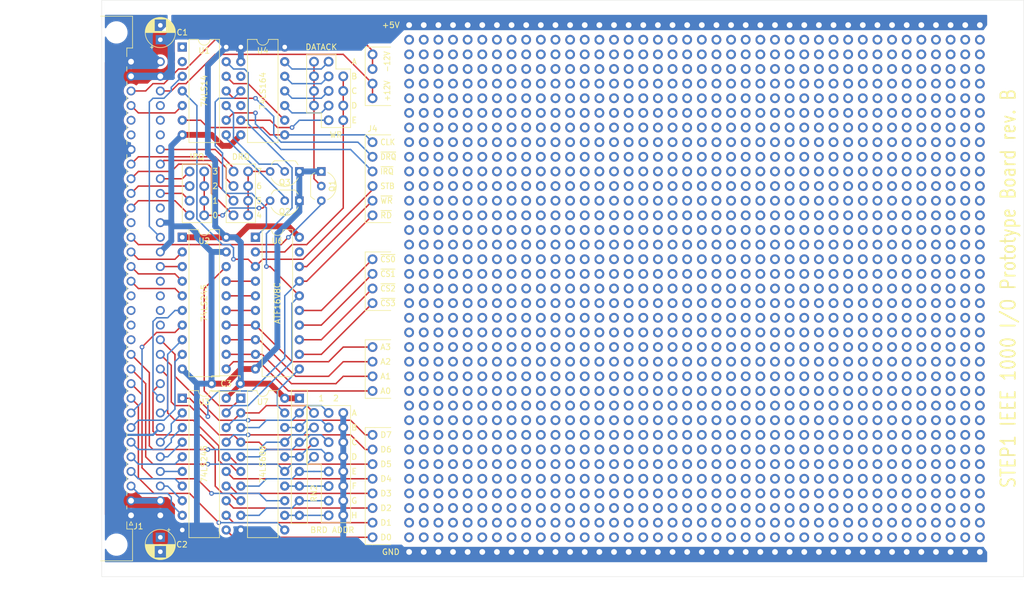
<source format=kicad_pcb>
(kicad_pcb (version 20171130) (host pcbnew "(5.1.8)-1")
  (layers (0 F.Cu signal) (31 B.Cu signal) (34 B.Paste user) (35 F.Paste user) (36 B.SilkS user) (37 F.SilkS user) (38 B.Mask user) (39 F.Mask user) (44 Edge.Cuts user))
  (net 0 "")
  (net 1 GND)
  (net 2 +5V)
  (net 3 +12V)
  (net 4 ~DATSTB)
  (net 5 CM1)
  (net 6 A11)
  (net 7 A9)
  (net 8 A7)
  (net 9 A5)
  (net 10 A3)
  (net 11 A1)
  (net 12 D7)
  (net 13 D5)
  (net 14 D3)
  (net 15 D1)
  (net 16 -12V)
  (net 17 SYSCLK)
  (net 18 ~DATACK)
  (net 19 ~ADRSTB)
  (net 20 CM2)
  (net 21 CM0)
  (net 22 A10)
  (net 23 A8)
  (net 24 A6)
  (net 25 A4)
  (net 26 A2)
  (net 27 A0)
  (net 28 D6)
  (net 29 D4)
  (net 30 D2)
  (net 31 D0)
  (net 32 LD7)
  (net 33 LD6)
  (net 34 LD5)
  (net 35 LD4)
  (net 36 LD3)
  (net 37 LD2)
  (net 38 LD1)
  (net 39 LD0)
  (net 40 LCM1)
  (net 41 LA0)
  (net 42 LCM2)
  (net 43 LA1)
  (net 44 LA2)
  (net 45 LA3)
  (net 46 ~CS0)
  (net 47 ~CS1)
  (net 48 ~CS2)
  (net 49 ~CS3)
  (net 50 CD4)
  (net 51 CD5)
  (net 52 "Net-(JP10-Pad1)")
  (net 53 CD6)
  (net 54 CD7)
  (net 55 CD8)
  (net 56 BA7)
  (net 57 BA6)
  (net 58 BA5)
  (net 59 BA4)
  (net 60 BA11)
  (net 61 BA10)
  (net 62 BA9)
  (net 63 BA8)
  (net 64 STB)
  (net 65 "Net-(U1-Pad12)")
  (net 66 ~RD)
  (net 67 CLK)
  (net 68 ~DBEN)
  (net 69 CD2)
  (net 70 ~ADRMATCH)
  (net 71 ~WR)
  (net 72 WPW)
  (net 73 LCM0)
  (net 74 ~LAS)
  (net 75 ~ATNRQ7)
  (net 76 ~ATNRQ5)
  (net 77 ~ATNRQ3)
  (net 78 ~ATNRQ1)
  (net 79 ~ATNRQ6)
  (net 80 ~ATNRQ4)
  (net 81 ~ATNRQ2)
  (net 82 ~ATNRQ0)
  (net 83 "Net-(JP1-Pad1)")
  (net 84 "Net-(Q2-Pad2)")
  (net 85 ~IRQ)
  (net 86 "Net-(JP5-Pad1)")
  (net 87 "Net-(Q3-Pad2)")
  (net 88 ~DRQ)
  (module STEP1:Pad_Array (layer F.Cu) (at 215.5 146.92 180)
    (fp_text reference X1 hide)
    (fp_text value PadArray hide)
    (pad x39y36 thru_hole circle (at 99.06 91.44 180) (size 1.7 1.7) (drill 1) (layers *.Cu *.Mask) (net 2 +5V))
    (pad x39y35 thru_hole circle (at 99.06 88.9 180) (size 1.7 1.7) (drill 1) (layers *.Cu *.Mask))
    (pad x39y34 thru_hole circle (at 99.06 86.36 180) (size 1.7 1.7) (drill 1) (layers *.Cu *.Mask))
    (pad x39y33 thru_hole circle (at 99.06 83.82 180) (size 1.7 1.7) (drill 1) (layers *.Cu *.Mask))
    (pad x39y32 thru_hole circle (at 99.06 81.28 180) (size 1.7 1.7) (drill 1) (layers *.Cu *.Mask))
    (pad x39y31 thru_hole circle (at 99.06 78.74 180) (size 1.7 1.7) (drill 1) (layers *.Cu *.Mask))
    (pad x39y30 thru_hole circle (at 99.06 76.2 180) (size 1.7 1.7) (drill 1) (layers *.Cu *.Mask))
    (pad x39y29 thru_hole circle (at 99.06 73.66 180) (size 1.7 1.7) (drill 1) (layers *.Cu *.Mask))
    (pad x39y28 thru_hole circle (at 99.06 71.12 180) (size 1.7 1.7) (drill 1) (layers *.Cu *.Mask))
    (pad x39y27 thru_hole circle (at 99.06 68.58 180) (size 1.7 1.7) (drill 1) (layers *.Cu *.Mask))
    (pad x39y26 thru_hole circle (at 99.06 66.04 180) (size 1.7 1.7) (drill 1) (layers *.Cu *.Mask))
    (pad x39y25 thru_hole circle (at 99.06 63.5 180) (size 1.7 1.7) (drill 1) (layers *.Cu *.Mask))
    (pad x39y24 thru_hole circle (at 99.06 60.96 180) (size 1.7 1.7) (drill 1) (layers *.Cu *.Mask))
    (pad x39y23 thru_hole circle (at 99.06 58.42 180) (size 1.7 1.7) (drill 1) (layers *.Cu *.Mask))
    (pad x39y22 thru_hole circle (at 99.06 55.88 180) (size 1.7 1.7) (drill 1) (layers *.Cu *.Mask))
    (pad x39y21 thru_hole circle (at 99.06 53.34 180) (size 1.7 1.7) (drill 1) (layers *.Cu *.Mask))
    (pad x39y20 thru_hole circle (at 99.06 50.8 180) (size 1.7 1.7) (drill 1) (layers *.Cu *.Mask))
    (pad x39y19 thru_hole circle (at 99.06 48.26 180) (size 1.7 1.7) (drill 1) (layers *.Cu *.Mask))
    (pad x39y18 thru_hole circle (at 99.06 45.72 180) (size 1.7 1.7) (drill 1) (layers *.Cu *.Mask))
    (pad x39y17 thru_hole circle (at 99.06 43.18 180) (size 1.7 1.7) (drill 1) (layers *.Cu *.Mask))
    (pad x39y16 thru_hole circle (at 99.06 40.64 180) (size 1.7 1.7) (drill 1) (layers *.Cu *.Mask))
    (pad x39y15 thru_hole circle (at 99.06 38.1 180) (size 1.7 1.7) (drill 1) (layers *.Cu *.Mask))
    (pad x39y14 thru_hole circle (at 99.06 35.56 180) (size 1.7 1.7) (drill 1) (layers *.Cu *.Mask))
    (pad x39y13 thru_hole circle (at 99.06 33.02 180) (size 1.7 1.7) (drill 1) (layers *.Cu *.Mask))
    (pad x39y12 thru_hole circle (at 99.06 30.48 180) (size 1.7 1.7) (drill 1) (layers *.Cu *.Mask))
    (pad x39y11 thru_hole circle (at 99.06 27.94 180) (size 1.7 1.7) (drill 1) (layers *.Cu *.Mask))
    (pad x39y10 thru_hole circle (at 99.06 25.4 180) (size 1.7 1.7) (drill 1) (layers *.Cu *.Mask))
    (pad x39y9 thru_hole circle (at 99.06 22.86 180) (size 1.7 1.7) (drill 1) (layers *.Cu *.Mask))
    (pad x39y8 thru_hole circle (at 99.06 20.32 180) (size 1.7 1.7) (drill 1) (layers *.Cu *.Mask))
    (pad x39y7 thru_hole circle (at 99.06 17.78 180) (size 1.7 1.7) (drill 1) (layers *.Cu *.Mask))
    (pad x39y6 thru_hole circle (at 99.06 15.24 180) (size 1.7 1.7) (drill 1) (layers *.Cu *.Mask))
    (pad x39y5 thru_hole circle (at 99.06 12.7 180) (size 1.7 1.7) (drill 1) (layers *.Cu *.Mask))
    (pad x39y4 thru_hole circle (at 99.06 10.16 180) (size 1.7 1.7) (drill 1) (layers *.Cu *.Mask))
    (pad x39y3 thru_hole circle (at 99.06 7.62 180) (size 1.7 1.7) (drill 1) (layers *.Cu *.Mask))
    (pad x39y2 thru_hole circle (at 99.06 5.08 180) (size 1.7 1.7) (drill 1) (layers *.Cu *.Mask))
    (pad x39y1 thru_hole circle (at 99.06 2.54 180) (size 1.7 1.7) (drill 1) (layers *.Cu *.Mask))
    (pad x39y0 thru_hole circle (at 99.06 0 180) (size 1.7 1.7) (drill 1) (layers *.Cu *.Mask) (net 1 GND))
    (pad x38y36 thru_hole circle (at 96.52 91.44 180) (size 1.7 1.7) (drill 1) (layers *.Cu *.Mask) (net 2 +5V))
    (pad x38y35 thru_hole circle (at 96.52 88.9 180) (size 1.7 1.7) (drill 1) (layers *.Cu *.Mask))
    (pad x38y34 thru_hole circle (at 96.52 86.36 180) (size 1.7 1.7) (drill 1) (layers *.Cu *.Mask))
    (pad x38y33 thru_hole circle (at 96.52 83.82 180) (size 1.7 1.7) (drill 1) (layers *.Cu *.Mask))
    (pad x38y32 thru_hole circle (at 96.52 81.28 180) (size 1.7 1.7) (drill 1) (layers *.Cu *.Mask))
    (pad x38y31 thru_hole circle (at 96.52 78.74 180) (size 1.7 1.7) (drill 1) (layers *.Cu *.Mask))
    (pad x38y30 thru_hole circle (at 96.52 76.2 180) (size 1.7 1.7) (drill 1) (layers *.Cu *.Mask))
    (pad x38y29 thru_hole circle (at 96.52 73.66 180) (size 1.7 1.7) (drill 1) (layers *.Cu *.Mask))
    (pad x38y28 thru_hole circle (at 96.52 71.12 180) (size 1.7 1.7) (drill 1) (layers *.Cu *.Mask))
    (pad x38y27 thru_hole circle (at 96.52 68.58 180) (size 1.7 1.7) (drill 1) (layers *.Cu *.Mask))
    (pad x38y26 thru_hole circle (at 96.52 66.04 180) (size 1.7 1.7) (drill 1) (layers *.Cu *.Mask))
    (pad x38y25 thru_hole circle (at 96.52 63.5 180) (size 1.7 1.7) (drill 1) (layers *.Cu *.Mask))
    (pad x38y24 thru_hole circle (at 96.52 60.96 180) (size 1.7 1.7) (drill 1) (layers *.Cu *.Mask))
    (pad x38y23 thru_hole circle (at 96.52 58.42 180) (size 1.7 1.7) (drill 1) (layers *.Cu *.Mask))
    (pad x38y22 thru_hole circle (at 96.52 55.88 180) (size 1.7 1.7) (drill 1) (layers *.Cu *.Mask))
    (pad x38y21 thru_hole circle (at 96.52 53.34 180) (size 1.7 1.7) (drill 1) (layers *.Cu *.Mask))
    (pad x38y20 thru_hole circle (at 96.52 50.8 180) (size 1.7 1.7) (drill 1) (layers *.Cu *.Mask))
    (pad x38y19 thru_hole circle (at 96.52 48.26 180) (size 1.7 1.7) (drill 1) (layers *.Cu *.Mask))
    (pad x38y18 thru_hole circle (at 96.52 45.72 180) (size 1.7 1.7) (drill 1) (layers *.Cu *.Mask))
    (pad x38y17 thru_hole circle (at 96.52 43.18 180) (size 1.7 1.7) (drill 1) (layers *.Cu *.Mask))
    (pad x38y16 thru_hole circle (at 96.52 40.64 180) (size 1.7 1.7) (drill 1) (layers *.Cu *.Mask))
    (pad x38y15 thru_hole circle (at 96.52 38.1 180) (size 1.7 1.7) (drill 1) (layers *.Cu *.Mask))
    (pad x38y14 thru_hole circle (at 96.52 35.56 180) (size 1.7 1.7) (drill 1) (layers *.Cu *.Mask))
    (pad x38y13 thru_hole circle (at 96.52 33.02 180) (size 1.7 1.7) (drill 1) (layers *.Cu *.Mask))
    (pad x38y12 thru_hole circle (at 96.52 30.48 180) (size 1.7 1.7) (drill 1) (layers *.Cu *.Mask))
    (pad x38y11 thru_hole circle (at 96.52 27.94 180) (size 1.7 1.7) (drill 1) (layers *.Cu *.Mask))
    (pad x38y10 thru_hole circle (at 96.52 25.4 180) (size 1.7 1.7) (drill 1) (layers *.Cu *.Mask))
    (pad x38y9 thru_hole circle (at 96.52 22.86 180) (size 1.7 1.7) (drill 1) (layers *.Cu *.Mask))
    (pad x38y8 thru_hole circle (at 96.52 20.32 180) (size 1.7 1.7) (drill 1) (layers *.Cu *.Mask))
    (pad x38y7 thru_hole circle (at 96.52 17.78 180) (size 1.7 1.7) (drill 1) (layers *.Cu *.Mask))
    (pad x38y6 thru_hole circle (at 96.52 15.24 180) (size 1.7 1.7) (drill 1) (layers *.Cu *.Mask))
    (pad x38y5 thru_hole circle (at 96.52 12.7 180) (size 1.7 1.7) (drill 1) (layers *.Cu *.Mask))
    (pad x38y4 thru_hole circle (at 96.52 10.16 180) (size 1.7 1.7) (drill 1) (layers *.Cu *.Mask))
    (pad x38y3 thru_hole circle (at 96.52 7.62 180) (size 1.7 1.7) (drill 1) (layers *.Cu *.Mask))
    (pad x38y2 thru_hole circle (at 96.52 5.08 180) (size 1.7 1.7) (drill 1) (layers *.Cu *.Mask))
    (pad x38y1 thru_hole circle (at 96.52 2.54 180) (size 1.7 1.7) (drill 1) (layers *.Cu *.Mask))
    (pad x38y0 thru_hole circle (at 96.52 0 180) (size 1.7 1.7) (drill 1) (layers *.Cu *.Mask) (net 1 GND))
    (pad x37y36 thru_hole circle (at 93.98 91.44 180) (size 1.7 1.7) (drill 1) (layers *.Cu *.Mask) (net 2 +5V))
    (pad x37y35 thru_hole circle (at 93.98 88.9 180) (size 1.7 1.7) (drill 1) (layers *.Cu *.Mask))
    (pad x37y34 thru_hole circle (at 93.98 86.36 180) (size 1.7 1.7) (drill 1) (layers *.Cu *.Mask))
    (pad x37y33 thru_hole circle (at 93.98 83.82 180) (size 1.7 1.7) (drill 1) (layers *.Cu *.Mask))
    (pad x37y32 thru_hole circle (at 93.98 81.28 180) (size 1.7 1.7) (drill 1) (layers *.Cu *.Mask))
    (pad x37y31 thru_hole circle (at 93.98 78.74 180) (size 1.7 1.7) (drill 1) (layers *.Cu *.Mask))
    (pad x37y30 thru_hole circle (at 93.98 76.2 180) (size 1.7 1.7) (drill 1) (layers *.Cu *.Mask))
    (pad x37y29 thru_hole circle (at 93.98 73.66 180) (size 1.7 1.7) (drill 1) (layers *.Cu *.Mask))
    (pad x37y28 thru_hole circle (at 93.98 71.12 180) (size 1.7 1.7) (drill 1) (layers *.Cu *.Mask))
    (pad x37y27 thru_hole circle (at 93.98 68.58 180) (size 1.7 1.7) (drill 1) (layers *.Cu *.Mask))
    (pad x37y26 thru_hole circle (at 93.98 66.04 180) (size 1.7 1.7) (drill 1) (layers *.Cu *.Mask))
    (pad x37y25 thru_hole circle (at 93.98 63.5 180) (size 1.7 1.7) (drill 1) (layers *.Cu *.Mask))
    (pad x37y24 thru_hole circle (at 93.98 60.96 180) (size 1.7 1.7) (drill 1) (layers *.Cu *.Mask))
    (pad x37y23 thru_hole circle (at 93.98 58.42 180) (size 1.7 1.7) (drill 1) (layers *.Cu *.Mask))
    (pad x37y22 thru_hole circle (at 93.98 55.88 180) (size 1.7 1.7) (drill 1) (layers *.Cu *.Mask))
    (pad x37y21 thru_hole circle (at 93.98 53.34 180) (size 1.7 1.7) (drill 1) (layers *.Cu *.Mask))
    (pad x37y20 thru_hole circle (at 93.98 50.8 180) (size 1.7 1.7) (drill 1) (layers *.Cu *.Mask))
    (pad x37y19 thru_hole circle (at 93.98 48.26 180) (size 1.7 1.7) (drill 1) (layers *.Cu *.Mask))
    (pad x37y18 thru_hole circle (at 93.98 45.72 180) (size 1.7 1.7) (drill 1) (layers *.Cu *.Mask))
    (pad x37y17 thru_hole circle (at 93.98 43.18 180) (size 1.7 1.7) (drill 1) (layers *.Cu *.Mask))
    (pad x37y16 thru_hole circle (at 93.98 40.64 180) (size 1.7 1.7) (drill 1) (layers *.Cu *.Mask))
    (pad x37y15 thru_hole circle (at 93.98 38.1 180) (size 1.7 1.7) (drill 1) (layers *.Cu *.Mask))
    (pad x37y14 thru_hole circle (at 93.98 35.56 180) (size 1.7 1.7) (drill 1) (layers *.Cu *.Mask))
    (pad x37y13 thru_hole circle (at 93.98 33.02 180) (size 1.7 1.7) (drill 1) (layers *.Cu *.Mask))
    (pad x37y12 thru_hole circle (at 93.98 30.48 180) (size 1.7 1.7) (drill 1) (layers *.Cu *.Mask))
    (pad x37y11 thru_hole circle (at 93.98 27.94 180) (size 1.7 1.7) (drill 1) (layers *.Cu *.Mask))
    (pad x37y10 thru_hole circle (at 93.98 25.4 180) (size 1.7 1.7) (drill 1) (layers *.Cu *.Mask))
    (pad x37y9 thru_hole circle (at 93.98 22.86 180) (size 1.7 1.7) (drill 1) (layers *.Cu *.Mask))
    (pad x37y8 thru_hole circle (at 93.98 20.32 180) (size 1.7 1.7) (drill 1) (layers *.Cu *.Mask))
    (pad x37y7 thru_hole circle (at 93.98 17.78 180) (size 1.7 1.7) (drill 1) (layers *.Cu *.Mask))
    (pad x37y6 thru_hole circle (at 93.98 15.24 180) (size 1.7 1.7) (drill 1) (layers *.Cu *.Mask))
    (pad x37y5 thru_hole circle (at 93.98 12.7 180) (size 1.7 1.7) (drill 1) (layers *.Cu *.Mask))
    (pad x37y4 thru_hole circle (at 93.98 10.16 180) (size 1.7 1.7) (drill 1) (layers *.Cu *.Mask))
    (pad x37y3 thru_hole circle (at 93.98 7.62 180) (size 1.7 1.7) (drill 1) (layers *.Cu *.Mask))
    (pad x37y2 thru_hole circle (at 93.98 5.08 180) (size 1.7 1.7) (drill 1) (layers *.Cu *.Mask))
    (pad x37y1 thru_hole circle (at 93.98 2.54 180) (size 1.7 1.7) (drill 1) (layers *.Cu *.Mask))
    (pad x37y0 thru_hole circle (at 93.98 0 180) (size 1.7 1.7) (drill 1) (layers *.Cu *.Mask) (net 1 GND))
    (pad x36y36 thru_hole circle (at 91.44 91.44 180) (size 1.7 1.7) (drill 1) (layers *.Cu *.Mask) (net 2 +5V))
    (pad x36y35 thru_hole circle (at 91.44 88.9 180) (size 1.7 1.7) (drill 1) (layers *.Cu *.Mask))
    (pad x36y34 thru_hole circle (at 91.44 86.36 180) (size 1.7 1.7) (drill 1) (layers *.Cu *.Mask))
    (pad x36y33 thru_hole circle (at 91.44 83.82 180) (size 1.7 1.7) (drill 1) (layers *.Cu *.Mask))
    (pad x36y32 thru_hole circle (at 91.44 81.28 180) (size 1.7 1.7) (drill 1) (layers *.Cu *.Mask))
    (pad x36y31 thru_hole circle (at 91.44 78.74 180) (size 1.7 1.7) (drill 1) (layers *.Cu *.Mask))
    (pad x36y30 thru_hole circle (at 91.44 76.2 180) (size 1.7 1.7) (drill 1) (layers *.Cu *.Mask))
    (pad x36y29 thru_hole circle (at 91.44 73.66 180) (size 1.7 1.7) (drill 1) (layers *.Cu *.Mask))
    (pad x36y28 thru_hole circle (at 91.44 71.12 180) (size 1.7 1.7) (drill 1) (layers *.Cu *.Mask))
    (pad x36y27 thru_hole circle (at 91.44 68.58 180) (size 1.7 1.7) (drill 1) (layers *.Cu *.Mask))
    (pad x36y26 thru_hole circle (at 91.44 66.04 180) (size 1.7 1.7) (drill 1) (layers *.Cu *.Mask))
    (pad x36y25 thru_hole circle (at 91.44 63.5 180) (size 1.7 1.7) (drill 1) (layers *.Cu *.Mask))
    (pad x36y24 thru_hole circle (at 91.44 60.96 180) (size 1.7 1.7) (drill 1) (layers *.Cu *.Mask))
    (pad x36y23 thru_hole circle (at 91.44 58.42 180) (size 1.7 1.7) (drill 1) (layers *.Cu *.Mask))
    (pad x36y22 thru_hole circle (at 91.44 55.88 180) (size 1.7 1.7) (drill 1) (layers *.Cu *.Mask))
    (pad x36y21 thru_hole circle (at 91.44 53.34 180) (size 1.7 1.7) (drill 1) (layers *.Cu *.Mask))
    (pad x36y20 thru_hole circle (at 91.44 50.8 180) (size 1.7 1.7) (drill 1) (layers *.Cu *.Mask))
    (pad x36y19 thru_hole circle (at 91.44 48.26 180) (size 1.7 1.7) (drill 1) (layers *.Cu *.Mask))
    (pad x36y18 thru_hole circle (at 91.44 45.72 180) (size 1.7 1.7) (drill 1) (layers *.Cu *.Mask))
    (pad x36y17 thru_hole circle (at 91.44 43.18 180) (size 1.7 1.7) (drill 1) (layers *.Cu *.Mask))
    (pad x36y16 thru_hole circle (at 91.44 40.64 180) (size 1.7 1.7) (drill 1) (layers *.Cu *.Mask))
    (pad x36y15 thru_hole circle (at 91.44 38.1 180) (size 1.7 1.7) (drill 1) (layers *.Cu *.Mask))
    (pad x36y14 thru_hole circle (at 91.44 35.56 180) (size 1.7 1.7) (drill 1) (layers *.Cu *.Mask))
    (pad x36y13 thru_hole circle (at 91.44 33.02 180) (size 1.7 1.7) (drill 1) (layers *.Cu *.Mask))
    (pad x36y12 thru_hole circle (at 91.44 30.48 180) (size 1.7 1.7) (drill 1) (layers *.Cu *.Mask))
    (pad x36y11 thru_hole circle (at 91.44 27.94 180) (size 1.7 1.7) (drill 1) (layers *.Cu *.Mask))
    (pad x36y10 thru_hole circle (at 91.44 25.4 180) (size 1.7 1.7) (drill 1) (layers *.Cu *.Mask))
    (pad x36y9 thru_hole circle (at 91.44 22.86 180) (size 1.7 1.7) (drill 1) (layers *.Cu *.Mask))
    (pad x36y8 thru_hole circle (at 91.44 20.32 180) (size 1.7 1.7) (drill 1) (layers *.Cu *.Mask))
    (pad x36y7 thru_hole circle (at 91.44 17.78 180) (size 1.7 1.7) (drill 1) (layers *.Cu *.Mask))
    (pad x36y6 thru_hole circle (at 91.44 15.24 180) (size 1.7 1.7) (drill 1) (layers *.Cu *.Mask))
    (pad x36y5 thru_hole circle (at 91.44 12.7 180) (size 1.7 1.7) (drill 1) (layers *.Cu *.Mask))
    (pad x36y4 thru_hole circle (at 91.44 10.16 180) (size 1.7 1.7) (drill 1) (layers *.Cu *.Mask))
    (pad x36y3 thru_hole circle (at 91.44 7.62 180) (size 1.7 1.7) (drill 1) (layers *.Cu *.Mask))
    (pad x36y2 thru_hole circle (at 91.44 5.08 180) (size 1.7 1.7) (drill 1) (layers *.Cu *.Mask))
    (pad x36y1 thru_hole circle (at 91.44 2.54 180) (size 1.7 1.7) (drill 1) (layers *.Cu *.Mask))
    (pad x36y0 thru_hole circle (at 91.44 0 180) (size 1.7 1.7) (drill 1) (layers *.Cu *.Mask) (net 1 GND))
    (pad x35y36 thru_hole circle (at 88.9 91.44 180) (size 1.7 1.7) (drill 1) (layers *.Cu *.Mask) (net 2 +5V))
    (pad x35y35 thru_hole circle (at 88.9 88.9 180) (size 1.7 1.7) (drill 1) (layers *.Cu *.Mask))
    (pad x35y34 thru_hole circle (at 88.9 86.36 180) (size 1.7 1.7) (drill 1) (layers *.Cu *.Mask))
    (pad x35y33 thru_hole circle (at 88.9 83.82 180) (size 1.7 1.7) (drill 1) (layers *.Cu *.Mask))
    (pad x35y32 thru_hole circle (at 88.9 81.28 180) (size 1.7 1.7) (drill 1) (layers *.Cu *.Mask))
    (pad x35y31 thru_hole circle (at 88.9 78.74 180) (size 1.7 1.7) (drill 1) (layers *.Cu *.Mask))
    (pad x35y30 thru_hole circle (at 88.9 76.2 180) (size 1.7 1.7) (drill 1) (layers *.Cu *.Mask))
    (pad x35y29 thru_hole circle (at 88.9 73.66 180) (size 1.7 1.7) (drill 1) (layers *.Cu *.Mask))
    (pad x35y28 thru_hole circle (at 88.9 71.12 180) (size 1.7 1.7) (drill 1) (layers *.Cu *.Mask))
    (pad x35y27 thru_hole circle (at 88.9 68.58 180) (size 1.7 1.7) (drill 1) (layers *.Cu *.Mask))
    (pad x35y26 thru_hole circle (at 88.9 66.04 180) (size 1.7 1.7) (drill 1) (layers *.Cu *.Mask))
    (pad x35y25 thru_hole circle (at 88.9 63.5 180) (size 1.7 1.7) (drill 1) (layers *.Cu *.Mask))
    (pad x35y24 thru_hole circle (at 88.9 60.96 180) (size 1.7 1.7) (drill 1) (layers *.Cu *.Mask))
    (pad x35y23 thru_hole circle (at 88.9 58.42 180) (size 1.7 1.7) (drill 1) (layers *.Cu *.Mask))
    (pad x35y22 thru_hole circle (at 88.9 55.88 180) (size 1.7 1.7) (drill 1) (layers *.Cu *.Mask))
    (pad x35y21 thru_hole circle (at 88.9 53.34 180) (size 1.7 1.7) (drill 1) (layers *.Cu *.Mask))
    (pad x35y20 thru_hole circle (at 88.9 50.8 180) (size 1.7 1.7) (drill 1) (layers *.Cu *.Mask))
    (pad x35y19 thru_hole circle (at 88.9 48.26 180) (size 1.7 1.7) (drill 1) (layers *.Cu *.Mask))
    (pad x35y18 thru_hole circle (at 88.9 45.72 180) (size 1.7 1.7) (drill 1) (layers *.Cu *.Mask))
    (pad x35y17 thru_hole circle (at 88.9 43.18 180) (size 1.7 1.7) (drill 1) (layers *.Cu *.Mask))
    (pad x35y16 thru_hole circle (at 88.9 40.64 180) (size 1.7 1.7) (drill 1) (layers *.Cu *.Mask))
    (pad x35y15 thru_hole circle (at 88.9 38.1 180) (size 1.7 1.7) (drill 1) (layers *.Cu *.Mask))
    (pad x35y14 thru_hole circle (at 88.9 35.56 180) (size 1.7 1.7) (drill 1) (layers *.Cu *.Mask))
    (pad x35y13 thru_hole circle (at 88.9 33.02 180) (size 1.7 1.7) (drill 1) (layers *.Cu *.Mask))
    (pad x35y12 thru_hole circle (at 88.9 30.48 180) (size 1.7 1.7) (drill 1) (layers *.Cu *.Mask))
    (pad x35y11 thru_hole circle (at 88.9 27.94 180) (size 1.7 1.7) (drill 1) (layers *.Cu *.Mask))
    (pad x35y10 thru_hole circle (at 88.9 25.4 180) (size 1.7 1.7) (drill 1) (layers *.Cu *.Mask))
    (pad x35y9 thru_hole circle (at 88.9 22.86 180) (size 1.7 1.7) (drill 1) (layers *.Cu *.Mask))
    (pad x35y8 thru_hole circle (at 88.9 20.32 180) (size 1.7 1.7) (drill 1) (layers *.Cu *.Mask))
    (pad x35y7 thru_hole circle (at 88.9 17.78 180) (size 1.7 1.7) (drill 1) (layers *.Cu *.Mask))
    (pad x35y6 thru_hole circle (at 88.9 15.24 180) (size 1.7 1.7) (drill 1) (layers *.Cu *.Mask))
    (pad x35y5 thru_hole circle (at 88.9 12.7 180) (size 1.7 1.7) (drill 1) (layers *.Cu *.Mask))
    (pad x35y4 thru_hole circle (at 88.9 10.16 180) (size 1.7 1.7) (drill 1) (layers *.Cu *.Mask))
    (pad x35y3 thru_hole circle (at 88.9 7.62 180) (size 1.7 1.7) (drill 1) (layers *.Cu *.Mask))
    (pad x35y2 thru_hole circle (at 88.9 5.08 180) (size 1.7 1.7) (drill 1) (layers *.Cu *.Mask))
    (pad x35y1 thru_hole circle (at 88.9 2.54 180) (size 1.7 1.7) (drill 1) (layers *.Cu *.Mask))
    (pad x35y0 thru_hole circle (at 88.9 0 180) (size 1.7 1.7) (drill 1) (layers *.Cu *.Mask) (net 1 GND))
    (pad x34y36 thru_hole circle (at 86.36 91.44 180) (size 1.7 1.7) (drill 1) (layers *.Cu *.Mask) (net 2 +5V))
    (pad x34y35 thru_hole circle (at 86.36 88.9 180) (size 1.7 1.7) (drill 1) (layers *.Cu *.Mask))
    (pad x34y34 thru_hole circle (at 86.36 86.36 180) (size 1.7 1.7) (drill 1) (layers *.Cu *.Mask))
    (pad x34y33 thru_hole circle (at 86.36 83.82 180) (size 1.7 1.7) (drill 1) (layers *.Cu *.Mask))
    (pad x34y32 thru_hole circle (at 86.36 81.28 180) (size 1.7 1.7) (drill 1) (layers *.Cu *.Mask))
    (pad x34y31 thru_hole circle (at 86.36 78.74 180) (size 1.7 1.7) (drill 1) (layers *.Cu *.Mask))
    (pad x34y30 thru_hole circle (at 86.36 76.2 180) (size 1.7 1.7) (drill 1) (layers *.Cu *.Mask))
    (pad x34y29 thru_hole circle (at 86.36 73.66 180) (size 1.7 1.7) (drill 1) (layers *.Cu *.Mask))
    (pad x34y28 thru_hole circle (at 86.36 71.12 180) (size 1.7 1.7) (drill 1) (layers *.Cu *.Mask))
    (pad x34y27 thru_hole circle (at 86.36 68.58 180) (size 1.7 1.7) (drill 1) (layers *.Cu *.Mask))
    (pad x34y26 thru_hole circle (at 86.36 66.04 180) (size 1.7 1.7) (drill 1) (layers *.Cu *.Mask))
    (pad x34y25 thru_hole circle (at 86.36 63.5 180) (size 1.7 1.7) (drill 1) (layers *.Cu *.Mask))
    (pad x34y24 thru_hole circle (at 86.36 60.96 180) (size 1.7 1.7) (drill 1) (layers *.Cu *.Mask))
    (pad x34y23 thru_hole circle (at 86.36 58.42 180) (size 1.7 1.7) (drill 1) (layers *.Cu *.Mask))
    (pad x34y22 thru_hole circle (at 86.36 55.88 180) (size 1.7 1.7) (drill 1) (layers *.Cu *.Mask))
    (pad x34y21 thru_hole circle (at 86.36 53.34 180) (size 1.7 1.7) (drill 1) (layers *.Cu *.Mask))
    (pad x34y20 thru_hole circle (at 86.36 50.8 180) (size 1.7 1.7) (drill 1) (layers *.Cu *.Mask))
    (pad x34y19 thru_hole circle (at 86.36 48.26 180) (size 1.7 1.7) (drill 1) (layers *.Cu *.Mask))
    (pad x34y18 thru_hole circle (at 86.36 45.72 180) (size 1.7 1.7) (drill 1) (layers *.Cu *.Mask))
    (pad x34y17 thru_hole circle (at 86.36 43.18 180) (size 1.7 1.7) (drill 1) (layers *.Cu *.Mask))
    (pad x34y16 thru_hole circle (at 86.36 40.64 180) (size 1.7 1.7) (drill 1) (layers *.Cu *.Mask))
    (pad x34y15 thru_hole circle (at 86.36 38.1 180) (size 1.7 1.7) (drill 1) (layers *.Cu *.Mask))
    (pad x34y14 thru_hole circle (at 86.36 35.56 180) (size 1.7 1.7) (drill 1) (layers *.Cu *.Mask))
    (pad x34y13 thru_hole circle (at 86.36 33.02 180) (size 1.7 1.7) (drill 1) (layers *.Cu *.Mask))
    (pad x34y12 thru_hole circle (at 86.36 30.48 180) (size 1.7 1.7) (drill 1) (layers *.Cu *.Mask))
    (pad x34y11 thru_hole circle (at 86.36 27.94 180) (size 1.7 1.7) (drill 1) (layers *.Cu *.Mask))
    (pad x34y10 thru_hole circle (at 86.36 25.4 180) (size 1.7 1.7) (drill 1) (layers *.Cu *.Mask))
    (pad x34y9 thru_hole circle (at 86.36 22.86 180) (size 1.7 1.7) (drill 1) (layers *.Cu *.Mask))
    (pad x34y8 thru_hole circle (at 86.36 20.32 180) (size 1.7 1.7) (drill 1) (layers *.Cu *.Mask))
    (pad x34y7 thru_hole circle (at 86.36 17.78 180) (size 1.7 1.7) (drill 1) (layers *.Cu *.Mask))
    (pad x34y6 thru_hole circle (at 86.36 15.24 180) (size 1.7 1.7) (drill 1) (layers *.Cu *.Mask))
    (pad x34y5 thru_hole circle (at 86.36 12.7 180) (size 1.7 1.7) (drill 1) (layers *.Cu *.Mask))
    (pad x34y4 thru_hole circle (at 86.36 10.16 180) (size 1.7 1.7) (drill 1) (layers *.Cu *.Mask))
    (pad x34y3 thru_hole circle (at 86.36 7.62 180) (size 1.7 1.7) (drill 1) (layers *.Cu *.Mask))
    (pad x34y2 thru_hole circle (at 86.36 5.08 180) (size 1.7 1.7) (drill 1) (layers *.Cu *.Mask))
    (pad x34y1 thru_hole circle (at 86.36 2.54 180) (size 1.7 1.7) (drill 1) (layers *.Cu *.Mask))
    (pad x34y0 thru_hole circle (at 86.36 0 180) (size 1.7 1.7) (drill 1) (layers *.Cu *.Mask) (net 1 GND))
    (pad x33y36 thru_hole circle (at 83.82 91.44 180) (size 1.7 1.7) (drill 1) (layers *.Cu *.Mask) (net 2 +5V))
    (pad x33y35 thru_hole circle (at 83.82 88.9 180) (size 1.7 1.7) (drill 1) (layers *.Cu *.Mask))
    (pad x33y34 thru_hole circle (at 83.82 86.36 180) (size 1.7 1.7) (drill 1) (layers *.Cu *.Mask))
    (pad x33y33 thru_hole circle (at 83.82 83.82 180) (size 1.7 1.7) (drill 1) (layers *.Cu *.Mask))
    (pad x33y32 thru_hole circle (at 83.82 81.28 180) (size 1.7 1.7) (drill 1) (layers *.Cu *.Mask))
    (pad x33y31 thru_hole circle (at 83.82 78.74 180) (size 1.7 1.7) (drill 1) (layers *.Cu *.Mask))
    (pad x33y30 thru_hole circle (at 83.82 76.2 180) (size 1.7 1.7) (drill 1) (layers *.Cu *.Mask))
    (pad x33y29 thru_hole circle (at 83.82 73.66 180) (size 1.7 1.7) (drill 1) (layers *.Cu *.Mask))
    (pad x33y28 thru_hole circle (at 83.82 71.12 180) (size 1.7 1.7) (drill 1) (layers *.Cu *.Mask))
    (pad x33y27 thru_hole circle (at 83.82 68.58 180) (size 1.7 1.7) (drill 1) (layers *.Cu *.Mask))
    (pad x33y26 thru_hole circle (at 83.82 66.04 180) (size 1.7 1.7) (drill 1) (layers *.Cu *.Mask))
    (pad x33y25 thru_hole circle (at 83.82 63.5 180) (size 1.7 1.7) (drill 1) (layers *.Cu *.Mask))
    (pad x33y24 thru_hole circle (at 83.82 60.96 180) (size 1.7 1.7) (drill 1) (layers *.Cu *.Mask))
    (pad x33y23 thru_hole circle (at 83.82 58.42 180) (size 1.7 1.7) (drill 1) (layers *.Cu *.Mask))
    (pad x33y22 thru_hole circle (at 83.82 55.88 180) (size 1.7 1.7) (drill 1) (layers *.Cu *.Mask))
    (pad x33y21 thru_hole circle (at 83.82 53.34 180) (size 1.7 1.7) (drill 1) (layers *.Cu *.Mask))
    (pad x33y20 thru_hole circle (at 83.82 50.8 180) (size 1.7 1.7) (drill 1) (layers *.Cu *.Mask))
    (pad x33y19 thru_hole circle (at 83.82 48.26 180) (size 1.7 1.7) (drill 1) (layers *.Cu *.Mask))
    (pad x33y18 thru_hole circle (at 83.82 45.72 180) (size 1.7 1.7) (drill 1) (layers *.Cu *.Mask))
    (pad x33y17 thru_hole circle (at 83.82 43.18 180) (size 1.7 1.7) (drill 1) (layers *.Cu *.Mask))
    (pad x33y16 thru_hole circle (at 83.82 40.64 180) (size 1.7 1.7) (drill 1) (layers *.Cu *.Mask))
    (pad x33y15 thru_hole circle (at 83.82 38.1 180) (size 1.7 1.7) (drill 1) (layers *.Cu *.Mask))
    (pad x33y14 thru_hole circle (at 83.82 35.56 180) (size 1.7 1.7) (drill 1) (layers *.Cu *.Mask))
    (pad x33y13 thru_hole circle (at 83.82 33.02 180) (size 1.7 1.7) (drill 1) (layers *.Cu *.Mask))
    (pad x33y12 thru_hole circle (at 83.82 30.48 180) (size 1.7 1.7) (drill 1) (layers *.Cu *.Mask))
    (pad x33y11 thru_hole circle (at 83.82 27.94 180) (size 1.7 1.7) (drill 1) (layers *.Cu *.Mask))
    (pad x33y10 thru_hole circle (at 83.82 25.4 180) (size 1.7 1.7) (drill 1) (layers *.Cu *.Mask))
    (pad x33y9 thru_hole circle (at 83.82 22.86 180) (size 1.7 1.7) (drill 1) (layers *.Cu *.Mask))
    (pad x33y8 thru_hole circle (at 83.82 20.32 180) (size 1.7 1.7) (drill 1) (layers *.Cu *.Mask))
    (pad x33y7 thru_hole circle (at 83.82 17.78 180) (size 1.7 1.7) (drill 1) (layers *.Cu *.Mask))
    (pad x33y6 thru_hole circle (at 83.82 15.24 180) (size 1.7 1.7) (drill 1) (layers *.Cu *.Mask))
    (pad x33y5 thru_hole circle (at 83.82 12.7 180) (size 1.7 1.7) (drill 1) (layers *.Cu *.Mask))
    (pad x33y4 thru_hole circle (at 83.82 10.16 180) (size 1.7 1.7) (drill 1) (layers *.Cu *.Mask))
    (pad x33y3 thru_hole circle (at 83.82 7.62 180) (size 1.7 1.7) (drill 1) (layers *.Cu *.Mask))
    (pad x33y2 thru_hole circle (at 83.82 5.08 180) (size 1.7 1.7) (drill 1) (layers *.Cu *.Mask))
    (pad x33y1 thru_hole circle (at 83.82 2.54 180) (size 1.7 1.7) (drill 1) (layers *.Cu *.Mask))
    (pad x33y0 thru_hole circle (at 83.82 0 180) (size 1.7 1.7) (drill 1) (layers *.Cu *.Mask) (net 1 GND))
    (pad x32y36 thru_hole circle (at 81.28 91.44 180) (size 1.7 1.7) (drill 1) (layers *.Cu *.Mask) (net 2 +5V))
    (pad x32y35 thru_hole circle (at 81.28 88.9 180) (size 1.7 1.7) (drill 1) (layers *.Cu *.Mask))
    (pad x32y34 thru_hole circle (at 81.28 86.36 180) (size 1.7 1.7) (drill 1) (layers *.Cu *.Mask))
    (pad x32y33 thru_hole circle (at 81.28 83.82 180) (size 1.7 1.7) (drill 1) (layers *.Cu *.Mask))
    (pad x32y32 thru_hole circle (at 81.28 81.28 180) (size 1.7 1.7) (drill 1) (layers *.Cu *.Mask))
    (pad x32y31 thru_hole circle (at 81.28 78.74 180) (size 1.7 1.7) (drill 1) (layers *.Cu *.Mask))
    (pad x32y30 thru_hole circle (at 81.28 76.2 180) (size 1.7 1.7) (drill 1) (layers *.Cu *.Mask))
    (pad x32y29 thru_hole circle (at 81.28 73.66 180) (size 1.7 1.7) (drill 1) (layers *.Cu *.Mask))
    (pad x32y28 thru_hole circle (at 81.28 71.12 180) (size 1.7 1.7) (drill 1) (layers *.Cu *.Mask))
    (pad x32y27 thru_hole circle (at 81.28 68.58 180) (size 1.7 1.7) (drill 1) (layers *.Cu *.Mask))
    (pad x32y26 thru_hole circle (at 81.28 66.04 180) (size 1.7 1.7) (drill 1) (layers *.Cu *.Mask))
    (pad x32y25 thru_hole circle (at 81.28 63.5 180) (size 1.7 1.7) (drill 1) (layers *.Cu *.Mask))
    (pad x32y24 thru_hole circle (at 81.28 60.96 180) (size 1.7 1.7) (drill 1) (layers *.Cu *.Mask))
    (pad x32y23 thru_hole circle (at 81.28 58.42 180) (size 1.7 1.7) (drill 1) (layers *.Cu *.Mask))
    (pad x32y22 thru_hole circle (at 81.28 55.88 180) (size 1.7 1.7) (drill 1) (layers *.Cu *.Mask))
    (pad x32y21 thru_hole circle (at 81.28 53.34 180) (size 1.7 1.7) (drill 1) (layers *.Cu *.Mask))
    (pad x32y20 thru_hole circle (at 81.28 50.8 180) (size 1.7 1.7) (drill 1) (layers *.Cu *.Mask))
    (pad x32y19 thru_hole circle (at 81.28 48.26 180) (size 1.7 1.7) (drill 1) (layers *.Cu *.Mask))
    (pad x32y18 thru_hole circle (at 81.28 45.72 180) (size 1.7 1.7) (drill 1) (layers *.Cu *.Mask))
    (pad x32y17 thru_hole circle (at 81.28 43.18 180) (size 1.7 1.7) (drill 1) (layers *.Cu *.Mask))
    (pad x32y16 thru_hole circle (at 81.28 40.64 180) (size 1.7 1.7) (drill 1) (layers *.Cu *.Mask))
    (pad x32y15 thru_hole circle (at 81.28 38.1 180) (size 1.7 1.7) (drill 1) (layers *.Cu *.Mask))
    (pad x32y14 thru_hole circle (at 81.28 35.56 180) (size 1.7 1.7) (drill 1) (layers *.Cu *.Mask))
    (pad x32y13 thru_hole circle (at 81.28 33.02 180) (size 1.7 1.7) (drill 1) (layers *.Cu *.Mask))
    (pad x32y12 thru_hole circle (at 81.28 30.48 180) (size 1.7 1.7) (drill 1) (layers *.Cu *.Mask))
    (pad x32y11 thru_hole circle (at 81.28 27.94 180) (size 1.7 1.7) (drill 1) (layers *.Cu *.Mask))
    (pad x32y10 thru_hole circle (at 81.28 25.4 180) (size 1.7 1.7) (drill 1) (layers *.Cu *.Mask))
    (pad x32y9 thru_hole circle (at 81.28 22.86 180) (size 1.7 1.7) (drill 1) (layers *.Cu *.Mask))
    (pad x32y8 thru_hole circle (at 81.28 20.32 180) (size 1.7 1.7) (drill 1) (layers *.Cu *.Mask))
    (pad x32y7 thru_hole circle (at 81.28 17.78 180) (size 1.7 1.7) (drill 1) (layers *.Cu *.Mask))
    (pad x32y6 thru_hole circle (at 81.28 15.24 180) (size 1.7 1.7) (drill 1) (layers *.Cu *.Mask))
    (pad x32y5 thru_hole circle (at 81.28 12.7 180) (size 1.7 1.7) (drill 1) (layers *.Cu *.Mask))
    (pad x32y4 thru_hole circle (at 81.28 10.16 180) (size 1.7 1.7) (drill 1) (layers *.Cu *.Mask))
    (pad x32y3 thru_hole circle (at 81.28 7.62 180) (size 1.7 1.7) (drill 1) (layers *.Cu *.Mask))
    (pad x32y2 thru_hole circle (at 81.28 5.08 180) (size 1.7 1.7) (drill 1) (layers *.Cu *.Mask))
    (pad x32y1 thru_hole circle (at 81.28 2.54 180) (size 1.7 1.7) (drill 1) (layers *.Cu *.Mask))
    (pad x32y0 thru_hole circle (at 81.28 0 180) (size 1.7 1.7) (drill 1) (layers *.Cu *.Mask) (net 1 GND))
    (pad x31y36 thru_hole circle (at 78.74 91.44 180) (size 1.7 1.7) (drill 1) (layers *.Cu *.Mask) (net 2 +5V))
    (pad x31y35 thru_hole circle (at 78.74 88.9 180) (size 1.7 1.7) (drill 1) (layers *.Cu *.Mask))
    (pad x31y34 thru_hole circle (at 78.74 86.36 180) (size 1.7 1.7) (drill 1) (layers *.Cu *.Mask))
    (pad x31y33 thru_hole circle (at 78.74 83.82 180) (size 1.7 1.7) (drill 1) (layers *.Cu *.Mask))
    (pad x31y32 thru_hole circle (at 78.74 81.28 180) (size 1.7 1.7) (drill 1) (layers *.Cu *.Mask))
    (pad x31y31 thru_hole circle (at 78.74 78.74 180) (size 1.7 1.7) (drill 1) (layers *.Cu *.Mask))
    (pad x31y30 thru_hole circle (at 78.74 76.2 180) (size 1.7 1.7) (drill 1) (layers *.Cu *.Mask))
    (pad x31y29 thru_hole circle (at 78.74 73.66 180) (size 1.7 1.7) (drill 1) (layers *.Cu *.Mask))
    (pad x31y28 thru_hole circle (at 78.74 71.12 180) (size 1.7 1.7) (drill 1) (layers *.Cu *.Mask))
    (pad x31y27 thru_hole circle (at 78.74 68.58 180) (size 1.7 1.7) (drill 1) (layers *.Cu *.Mask))
    (pad x31y26 thru_hole circle (at 78.74 66.04 180) (size 1.7 1.7) (drill 1) (layers *.Cu *.Mask))
    (pad x31y25 thru_hole circle (at 78.74 63.5 180) (size 1.7 1.7) (drill 1) (layers *.Cu *.Mask))
    (pad x31y24 thru_hole circle (at 78.74 60.96 180) (size 1.7 1.7) (drill 1) (layers *.Cu *.Mask))
    (pad x31y23 thru_hole circle (at 78.74 58.42 180) (size 1.7 1.7) (drill 1) (layers *.Cu *.Mask))
    (pad x31y22 thru_hole circle (at 78.74 55.88 180) (size 1.7 1.7) (drill 1) (layers *.Cu *.Mask))
    (pad x31y21 thru_hole circle (at 78.74 53.34 180) (size 1.7 1.7) (drill 1) (layers *.Cu *.Mask))
    (pad x31y20 thru_hole circle (at 78.74 50.8 180) (size 1.7 1.7) (drill 1) (layers *.Cu *.Mask))
    (pad x31y19 thru_hole circle (at 78.74 48.26 180) (size 1.7 1.7) (drill 1) (layers *.Cu *.Mask))
    (pad x31y18 thru_hole circle (at 78.74 45.72 180) (size 1.7 1.7) (drill 1) (layers *.Cu *.Mask))
    (pad x31y17 thru_hole circle (at 78.74 43.18 180) (size 1.7 1.7) (drill 1) (layers *.Cu *.Mask))
    (pad x31y16 thru_hole circle (at 78.74 40.64 180) (size 1.7 1.7) (drill 1) (layers *.Cu *.Mask))
    (pad x31y15 thru_hole circle (at 78.74 38.1 180) (size 1.7 1.7) (drill 1) (layers *.Cu *.Mask))
    (pad x31y14 thru_hole circle (at 78.74 35.56 180) (size 1.7 1.7) (drill 1) (layers *.Cu *.Mask))
    (pad x31y13 thru_hole circle (at 78.74 33.02 180) (size 1.7 1.7) (drill 1) (layers *.Cu *.Mask))
    (pad x31y12 thru_hole circle (at 78.74 30.48 180) (size 1.7 1.7) (drill 1) (layers *.Cu *.Mask))
    (pad x31y11 thru_hole circle (at 78.74 27.94 180) (size 1.7 1.7) (drill 1) (layers *.Cu *.Mask))
    (pad x31y10 thru_hole circle (at 78.74 25.4 180) (size 1.7 1.7) (drill 1) (layers *.Cu *.Mask))
    (pad x31y9 thru_hole circle (at 78.74 22.86 180) (size 1.7 1.7) (drill 1) (layers *.Cu *.Mask))
    (pad x31y8 thru_hole circle (at 78.74 20.32 180) (size 1.7 1.7) (drill 1) (layers *.Cu *.Mask))
    (pad x31y7 thru_hole circle (at 78.74 17.78 180) (size 1.7 1.7) (drill 1) (layers *.Cu *.Mask))
    (pad x31y6 thru_hole circle (at 78.74 15.24 180) (size 1.7 1.7) (drill 1) (layers *.Cu *.Mask))
    (pad x31y5 thru_hole circle (at 78.74 12.7 180) (size 1.7 1.7) (drill 1) (layers *.Cu *.Mask))
    (pad x31y4 thru_hole circle (at 78.74 10.16 180) (size 1.7 1.7) (drill 1) (layers *.Cu *.Mask))
    (pad x31y3 thru_hole circle (at 78.74 7.62 180) (size 1.7 1.7) (drill 1) (layers *.Cu *.Mask))
    (pad x31y2 thru_hole circle (at 78.74 5.08 180) (size 1.7 1.7) (drill 1) (layers *.Cu *.Mask))
    (pad x31y1 thru_hole circle (at 78.74 2.54 180) (size 1.7 1.7) (drill 1) (layers *.Cu *.Mask))
    (pad x31y0 thru_hole circle (at 78.74 0 180) (size 1.7 1.7) (drill 1) (layers *.Cu *.Mask) (net 1 GND))
    (pad x30y36 thru_hole circle (at 76.2 91.44 180) (size 1.7 1.7) (drill 1) (layers *.Cu *.Mask) (net 2 +5V))
    (pad x30y35 thru_hole circle (at 76.2 88.9 180) (size 1.7 1.7) (drill 1) (layers *.Cu *.Mask))
    (pad x30y34 thru_hole circle (at 76.2 86.36 180) (size 1.7 1.7) (drill 1) (layers *.Cu *.Mask))
    (pad x30y33 thru_hole circle (at 76.2 83.82 180) (size 1.7 1.7) (drill 1) (layers *.Cu *.Mask))
    (pad x30y32 thru_hole circle (at 76.2 81.28 180) (size 1.7 1.7) (drill 1) (layers *.Cu *.Mask))
    (pad x30y31 thru_hole circle (at 76.2 78.74 180) (size 1.7 1.7) (drill 1) (layers *.Cu *.Mask))
    (pad x30y30 thru_hole circle (at 76.2 76.2 180) (size 1.7 1.7) (drill 1) (layers *.Cu *.Mask))
    (pad x30y29 thru_hole circle (at 76.2 73.66 180) (size 1.7 1.7) (drill 1) (layers *.Cu *.Mask))
    (pad x30y28 thru_hole circle (at 76.2 71.12 180) (size 1.7 1.7) (drill 1) (layers *.Cu *.Mask))
    (pad x30y27 thru_hole circle (at 76.2 68.58 180) (size 1.7 1.7) (drill 1) (layers *.Cu *.Mask))
    (pad x30y26 thru_hole circle (at 76.2 66.04 180) (size 1.7 1.7) (drill 1) (layers *.Cu *.Mask))
    (pad x30y25 thru_hole circle (at 76.2 63.5 180) (size 1.7 1.7) (drill 1) (layers *.Cu *.Mask))
    (pad x30y24 thru_hole circle (at 76.2 60.96 180) (size 1.7 1.7) (drill 1) (layers *.Cu *.Mask))
    (pad x30y23 thru_hole circle (at 76.2 58.42 180) (size 1.7 1.7) (drill 1) (layers *.Cu *.Mask))
    (pad x30y22 thru_hole circle (at 76.2 55.88 180) (size 1.7 1.7) (drill 1) (layers *.Cu *.Mask))
    (pad x30y21 thru_hole circle (at 76.2 53.34 180) (size 1.7 1.7) (drill 1) (layers *.Cu *.Mask))
    (pad x30y20 thru_hole circle (at 76.2 50.8 180) (size 1.7 1.7) (drill 1) (layers *.Cu *.Mask))
    (pad x30y19 thru_hole circle (at 76.2 48.26 180) (size 1.7 1.7) (drill 1) (layers *.Cu *.Mask))
    (pad x30y18 thru_hole circle (at 76.2 45.72 180) (size 1.7 1.7) (drill 1) (layers *.Cu *.Mask))
    (pad x30y17 thru_hole circle (at 76.2 43.18 180) (size 1.7 1.7) (drill 1) (layers *.Cu *.Mask))
    (pad x30y16 thru_hole circle (at 76.2 40.64 180) (size 1.7 1.7) (drill 1) (layers *.Cu *.Mask))
    (pad x30y15 thru_hole circle (at 76.2 38.1 180) (size 1.7 1.7) (drill 1) (layers *.Cu *.Mask))
    (pad x30y14 thru_hole circle (at 76.2 35.56 180) (size 1.7 1.7) (drill 1) (layers *.Cu *.Mask))
    (pad x30y13 thru_hole circle (at 76.2 33.02 180) (size 1.7 1.7) (drill 1) (layers *.Cu *.Mask))
    (pad x30y12 thru_hole circle (at 76.2 30.48 180) (size 1.7 1.7) (drill 1) (layers *.Cu *.Mask))
    (pad x30y11 thru_hole circle (at 76.2 27.94 180) (size 1.7 1.7) (drill 1) (layers *.Cu *.Mask))
    (pad x30y10 thru_hole circle (at 76.2 25.4 180) (size 1.7 1.7) (drill 1) (layers *.Cu *.Mask))
    (pad x30y9 thru_hole circle (at 76.2 22.86 180) (size 1.7 1.7) (drill 1) (layers *.Cu *.Mask))
    (pad x30y8 thru_hole circle (at 76.2 20.32 180) (size 1.7 1.7) (drill 1) (layers *.Cu *.Mask))
    (pad x30y7 thru_hole circle (at 76.2 17.78 180) (size 1.7 1.7) (drill 1) (layers *.Cu *.Mask))
    (pad x30y6 thru_hole circle (at 76.2 15.24 180) (size 1.7 1.7) (drill 1) (layers *.Cu *.Mask))
    (pad x30y5 thru_hole circle (at 76.2 12.7 180) (size 1.7 1.7) (drill 1) (layers *.Cu *.Mask))
    (pad x30y4 thru_hole circle (at 76.2 10.16 180) (size 1.7 1.7) (drill 1) (layers *.Cu *.Mask))
    (pad x30y3 thru_hole circle (at 76.2 7.62 180) (size 1.7 1.7) (drill 1) (layers *.Cu *.Mask))
    (pad x30y2 thru_hole circle (at 76.2 5.08 180) (size 1.7 1.7) (drill 1) (layers *.Cu *.Mask))
    (pad x30y1 thru_hole circle (at 76.2 2.54 180) (size 1.7 1.7) (drill 1) (layers *.Cu *.Mask))
    (pad x30y0 thru_hole circle (at 76.2 0 180) (size 1.7 1.7) (drill 1) (layers *.Cu *.Mask) (net 1 GND))
    (pad x29y36 thru_hole circle (at 73.66 91.44 180) (size 1.7 1.7) (drill 1) (layers *.Cu *.Mask) (net 2 +5V))
    (pad x29y35 thru_hole circle (at 73.66 88.9 180) (size 1.7 1.7) (drill 1) (layers *.Cu *.Mask))
    (pad x29y34 thru_hole circle (at 73.66 86.36 180) (size 1.7 1.7) (drill 1) (layers *.Cu *.Mask))
    (pad x29y33 thru_hole circle (at 73.66 83.82 180) (size 1.7 1.7) (drill 1) (layers *.Cu *.Mask))
    (pad x29y32 thru_hole circle (at 73.66 81.28 180) (size 1.7 1.7) (drill 1) (layers *.Cu *.Mask))
    (pad x29y31 thru_hole circle (at 73.66 78.74 180) (size 1.7 1.7) (drill 1) (layers *.Cu *.Mask))
    (pad x29y30 thru_hole circle (at 73.66 76.2 180) (size 1.7 1.7) (drill 1) (layers *.Cu *.Mask))
    (pad x29y29 thru_hole circle (at 73.66 73.66 180) (size 1.7 1.7) (drill 1) (layers *.Cu *.Mask))
    (pad x29y28 thru_hole circle (at 73.66 71.12 180) (size 1.7 1.7) (drill 1) (layers *.Cu *.Mask))
    (pad x29y27 thru_hole circle (at 73.66 68.58 180) (size 1.7 1.7) (drill 1) (layers *.Cu *.Mask))
    (pad x29y26 thru_hole circle (at 73.66 66.04 180) (size 1.7 1.7) (drill 1) (layers *.Cu *.Mask))
    (pad x29y25 thru_hole circle (at 73.66 63.5 180) (size 1.7 1.7) (drill 1) (layers *.Cu *.Mask))
    (pad x29y24 thru_hole circle (at 73.66 60.96 180) (size 1.7 1.7) (drill 1) (layers *.Cu *.Mask))
    (pad x29y23 thru_hole circle (at 73.66 58.42 180) (size 1.7 1.7) (drill 1) (layers *.Cu *.Mask))
    (pad x29y22 thru_hole circle (at 73.66 55.88 180) (size 1.7 1.7) (drill 1) (layers *.Cu *.Mask))
    (pad x29y21 thru_hole circle (at 73.66 53.34 180) (size 1.7 1.7) (drill 1) (layers *.Cu *.Mask))
    (pad x29y20 thru_hole circle (at 73.66 50.8 180) (size 1.7 1.7) (drill 1) (layers *.Cu *.Mask))
    (pad x29y19 thru_hole circle (at 73.66 48.26 180) (size 1.7 1.7) (drill 1) (layers *.Cu *.Mask))
    (pad x29y18 thru_hole circle (at 73.66 45.72 180) (size 1.7 1.7) (drill 1) (layers *.Cu *.Mask))
    (pad x29y17 thru_hole circle (at 73.66 43.18 180) (size 1.7 1.7) (drill 1) (layers *.Cu *.Mask))
    (pad x29y16 thru_hole circle (at 73.66 40.64 180) (size 1.7 1.7) (drill 1) (layers *.Cu *.Mask))
    (pad x29y15 thru_hole circle (at 73.66 38.1 180) (size 1.7 1.7) (drill 1) (layers *.Cu *.Mask))
    (pad x29y14 thru_hole circle (at 73.66 35.56 180) (size 1.7 1.7) (drill 1) (layers *.Cu *.Mask))
    (pad x29y13 thru_hole circle (at 73.66 33.02 180) (size 1.7 1.7) (drill 1) (layers *.Cu *.Mask))
    (pad x29y12 thru_hole circle (at 73.66 30.48 180) (size 1.7 1.7) (drill 1) (layers *.Cu *.Mask))
    (pad x29y11 thru_hole circle (at 73.66 27.94 180) (size 1.7 1.7) (drill 1) (layers *.Cu *.Mask))
    (pad x29y10 thru_hole circle (at 73.66 25.4 180) (size 1.7 1.7) (drill 1) (layers *.Cu *.Mask))
    (pad x29y9 thru_hole circle (at 73.66 22.86 180) (size 1.7 1.7) (drill 1) (layers *.Cu *.Mask))
    (pad x29y8 thru_hole circle (at 73.66 20.32 180) (size 1.7 1.7) (drill 1) (layers *.Cu *.Mask))
    (pad x29y7 thru_hole circle (at 73.66 17.78 180) (size 1.7 1.7) (drill 1) (layers *.Cu *.Mask))
    (pad x29y6 thru_hole circle (at 73.66 15.24 180) (size 1.7 1.7) (drill 1) (layers *.Cu *.Mask))
    (pad x29y5 thru_hole circle (at 73.66 12.7 180) (size 1.7 1.7) (drill 1) (layers *.Cu *.Mask))
    (pad x29y4 thru_hole circle (at 73.66 10.16 180) (size 1.7 1.7) (drill 1) (layers *.Cu *.Mask))
    (pad x29y3 thru_hole circle (at 73.66 7.62 180) (size 1.7 1.7) (drill 1) (layers *.Cu *.Mask))
    (pad x29y2 thru_hole circle (at 73.66 5.08 180) (size 1.7 1.7) (drill 1) (layers *.Cu *.Mask))
    (pad x29y1 thru_hole circle (at 73.66 2.54 180) (size 1.7 1.7) (drill 1) (layers *.Cu *.Mask))
    (pad x29y0 thru_hole circle (at 73.66 0 180) (size 1.7 1.7) (drill 1) (layers *.Cu *.Mask) (net 1 GND))
    (pad x28y36 thru_hole circle (at 71.12 91.44 180) (size 1.7 1.7) (drill 1) (layers *.Cu *.Mask) (net 2 +5V))
    (pad x28y35 thru_hole circle (at 71.12 88.9 180) (size 1.7 1.7) (drill 1) (layers *.Cu *.Mask))
    (pad x28y34 thru_hole circle (at 71.12 86.36 180) (size 1.7 1.7) (drill 1) (layers *.Cu *.Mask))
    (pad x28y33 thru_hole circle (at 71.12 83.82 180) (size 1.7 1.7) (drill 1) (layers *.Cu *.Mask))
    (pad x28y32 thru_hole circle (at 71.12 81.28 180) (size 1.7 1.7) (drill 1) (layers *.Cu *.Mask))
    (pad x28y31 thru_hole circle (at 71.12 78.74 180) (size 1.7 1.7) (drill 1) (layers *.Cu *.Mask))
    (pad x28y30 thru_hole circle (at 71.12 76.2 180) (size 1.7 1.7) (drill 1) (layers *.Cu *.Mask))
    (pad x28y29 thru_hole circle (at 71.12 73.66 180) (size 1.7 1.7) (drill 1) (layers *.Cu *.Mask))
    (pad x28y28 thru_hole circle (at 71.12 71.12 180) (size 1.7 1.7) (drill 1) (layers *.Cu *.Mask))
    (pad x28y27 thru_hole circle (at 71.12 68.58 180) (size 1.7 1.7) (drill 1) (layers *.Cu *.Mask))
    (pad x28y26 thru_hole circle (at 71.12 66.04 180) (size 1.7 1.7) (drill 1) (layers *.Cu *.Mask))
    (pad x28y25 thru_hole circle (at 71.12 63.5 180) (size 1.7 1.7) (drill 1) (layers *.Cu *.Mask))
    (pad x28y24 thru_hole circle (at 71.12 60.96 180) (size 1.7 1.7) (drill 1) (layers *.Cu *.Mask))
    (pad x28y23 thru_hole circle (at 71.12 58.42 180) (size 1.7 1.7) (drill 1) (layers *.Cu *.Mask))
    (pad x28y22 thru_hole circle (at 71.12 55.88 180) (size 1.7 1.7) (drill 1) (layers *.Cu *.Mask))
    (pad x28y21 thru_hole circle (at 71.12 53.34 180) (size 1.7 1.7) (drill 1) (layers *.Cu *.Mask))
    (pad x28y20 thru_hole circle (at 71.12 50.8 180) (size 1.7 1.7) (drill 1) (layers *.Cu *.Mask))
    (pad x28y19 thru_hole circle (at 71.12 48.26 180) (size 1.7 1.7) (drill 1) (layers *.Cu *.Mask))
    (pad x28y18 thru_hole circle (at 71.12 45.72 180) (size 1.7 1.7) (drill 1) (layers *.Cu *.Mask))
    (pad x28y17 thru_hole circle (at 71.12 43.18 180) (size 1.7 1.7) (drill 1) (layers *.Cu *.Mask))
    (pad x28y16 thru_hole circle (at 71.12 40.64 180) (size 1.7 1.7) (drill 1) (layers *.Cu *.Mask))
    (pad x28y15 thru_hole circle (at 71.12 38.1 180) (size 1.7 1.7) (drill 1) (layers *.Cu *.Mask))
    (pad x28y14 thru_hole circle (at 71.12 35.56 180) (size 1.7 1.7) (drill 1) (layers *.Cu *.Mask))
    (pad x28y13 thru_hole circle (at 71.12 33.02 180) (size 1.7 1.7) (drill 1) (layers *.Cu *.Mask))
    (pad x28y12 thru_hole circle (at 71.12 30.48 180) (size 1.7 1.7) (drill 1) (layers *.Cu *.Mask))
    (pad x28y11 thru_hole circle (at 71.12 27.94 180) (size 1.7 1.7) (drill 1) (layers *.Cu *.Mask))
    (pad x28y10 thru_hole circle (at 71.12 25.4 180) (size 1.7 1.7) (drill 1) (layers *.Cu *.Mask))
    (pad x28y9 thru_hole circle (at 71.12 22.86 180) (size 1.7 1.7) (drill 1) (layers *.Cu *.Mask))
    (pad x28y8 thru_hole circle (at 71.12 20.32 180) (size 1.7 1.7) (drill 1) (layers *.Cu *.Mask))
    (pad x28y7 thru_hole circle (at 71.12 17.78 180) (size 1.7 1.7) (drill 1) (layers *.Cu *.Mask))
    (pad x28y6 thru_hole circle (at 71.12 15.24 180) (size 1.7 1.7) (drill 1) (layers *.Cu *.Mask))
    (pad x28y5 thru_hole circle (at 71.12 12.7 180) (size 1.7 1.7) (drill 1) (layers *.Cu *.Mask))
    (pad x28y4 thru_hole circle (at 71.12 10.16 180) (size 1.7 1.7) (drill 1) (layers *.Cu *.Mask))
    (pad x28y3 thru_hole circle (at 71.12 7.62 180) (size 1.7 1.7) (drill 1) (layers *.Cu *.Mask))
    (pad x28y2 thru_hole circle (at 71.12 5.08 180) (size 1.7 1.7) (drill 1) (layers *.Cu *.Mask))
    (pad x28y1 thru_hole circle (at 71.12 2.54 180) (size 1.7 1.7) (drill 1) (layers *.Cu *.Mask))
    (pad x28y0 thru_hole circle (at 71.12 0 180) (size 1.7 1.7) (drill 1) (layers *.Cu *.Mask) (net 1 GND))
    (pad x27y36 thru_hole circle (at 68.58 91.44 180) (size 1.7 1.7) (drill 1) (layers *.Cu *.Mask) (net 2 +5V))
    (pad x27y35 thru_hole circle (at 68.58 88.9 180) (size 1.7 1.7) (drill 1) (layers *.Cu *.Mask))
    (pad x27y34 thru_hole circle (at 68.58 86.36 180) (size 1.7 1.7) (drill 1) (layers *.Cu *.Mask))
    (pad x27y33 thru_hole circle (at 68.58 83.82 180) (size 1.7 1.7) (drill 1) (layers *.Cu *.Mask))
    (pad x27y32 thru_hole circle (at 68.58 81.28 180) (size 1.7 1.7) (drill 1) (layers *.Cu *.Mask))
    (pad x27y31 thru_hole circle (at 68.58 78.74 180) (size 1.7 1.7) (drill 1) (layers *.Cu *.Mask))
    (pad x27y30 thru_hole circle (at 68.58 76.2 180) (size 1.7 1.7) (drill 1) (layers *.Cu *.Mask))
    (pad x27y29 thru_hole circle (at 68.58 73.66 180) (size 1.7 1.7) (drill 1) (layers *.Cu *.Mask))
    (pad x27y28 thru_hole circle (at 68.58 71.12 180) (size 1.7 1.7) (drill 1) (layers *.Cu *.Mask))
    (pad x27y27 thru_hole circle (at 68.58 68.58 180) (size 1.7 1.7) (drill 1) (layers *.Cu *.Mask))
    (pad x27y26 thru_hole circle (at 68.58 66.04 180) (size 1.7 1.7) (drill 1) (layers *.Cu *.Mask))
    (pad x27y25 thru_hole circle (at 68.58 63.5 180) (size 1.7 1.7) (drill 1) (layers *.Cu *.Mask))
    (pad x27y24 thru_hole circle (at 68.58 60.96 180) (size 1.7 1.7) (drill 1) (layers *.Cu *.Mask))
    (pad x27y23 thru_hole circle (at 68.58 58.42 180) (size 1.7 1.7) (drill 1) (layers *.Cu *.Mask))
    (pad x27y22 thru_hole circle (at 68.58 55.88 180) (size 1.7 1.7) (drill 1) (layers *.Cu *.Mask))
    (pad x27y21 thru_hole circle (at 68.58 53.34 180) (size 1.7 1.7) (drill 1) (layers *.Cu *.Mask))
    (pad x27y20 thru_hole circle (at 68.58 50.8 180) (size 1.7 1.7) (drill 1) (layers *.Cu *.Mask))
    (pad x27y19 thru_hole circle (at 68.58 48.26 180) (size 1.7 1.7) (drill 1) (layers *.Cu *.Mask))
    (pad x27y18 thru_hole circle (at 68.58 45.72 180) (size 1.7 1.7) (drill 1) (layers *.Cu *.Mask))
    (pad x27y17 thru_hole circle (at 68.58 43.18 180) (size 1.7 1.7) (drill 1) (layers *.Cu *.Mask))
    (pad x27y16 thru_hole circle (at 68.58 40.64 180) (size 1.7 1.7) (drill 1) (layers *.Cu *.Mask))
    (pad x27y15 thru_hole circle (at 68.58 38.1 180) (size 1.7 1.7) (drill 1) (layers *.Cu *.Mask))
    (pad x27y14 thru_hole circle (at 68.58 35.56 180) (size 1.7 1.7) (drill 1) (layers *.Cu *.Mask))
    (pad x27y13 thru_hole circle (at 68.58 33.02 180) (size 1.7 1.7) (drill 1) (layers *.Cu *.Mask))
    (pad x27y12 thru_hole circle (at 68.58 30.48 180) (size 1.7 1.7) (drill 1) (layers *.Cu *.Mask))
    (pad x27y11 thru_hole circle (at 68.58 27.94 180) (size 1.7 1.7) (drill 1) (layers *.Cu *.Mask))
    (pad x27y10 thru_hole circle (at 68.58 25.4 180) (size 1.7 1.7) (drill 1) (layers *.Cu *.Mask))
    (pad x27y9 thru_hole circle (at 68.58 22.86 180) (size 1.7 1.7) (drill 1) (layers *.Cu *.Mask))
    (pad x27y8 thru_hole circle (at 68.58 20.32 180) (size 1.7 1.7) (drill 1) (layers *.Cu *.Mask))
    (pad x27y7 thru_hole circle (at 68.58 17.78 180) (size 1.7 1.7) (drill 1) (layers *.Cu *.Mask))
    (pad x27y6 thru_hole circle (at 68.58 15.24 180) (size 1.7 1.7) (drill 1) (layers *.Cu *.Mask))
    (pad x27y5 thru_hole circle (at 68.58 12.7 180) (size 1.7 1.7) (drill 1) (layers *.Cu *.Mask))
    (pad x27y4 thru_hole circle (at 68.58 10.16 180) (size 1.7 1.7) (drill 1) (layers *.Cu *.Mask))
    (pad x27y3 thru_hole circle (at 68.58 7.62 180) (size 1.7 1.7) (drill 1) (layers *.Cu *.Mask))
    (pad x27y2 thru_hole circle (at 68.58 5.08 180) (size 1.7 1.7) (drill 1) (layers *.Cu *.Mask))
    (pad x27y1 thru_hole circle (at 68.58 2.54 180) (size 1.7 1.7) (drill 1) (layers *.Cu *.Mask))
    (pad x27y0 thru_hole circle (at 68.58 0 180) (size 1.7 1.7) (drill 1) (layers *.Cu *.Mask) (net 1 GND))
    (pad x26y36 thru_hole circle (at 66.04 91.44 180) (size 1.7 1.7) (drill 1) (layers *.Cu *.Mask) (net 2 +5V))
    (pad x26y35 thru_hole circle (at 66.04 88.9 180) (size 1.7 1.7) (drill 1) (layers *.Cu *.Mask))
    (pad x26y34 thru_hole circle (at 66.04 86.36 180) (size 1.7 1.7) (drill 1) (layers *.Cu *.Mask))
    (pad x26y33 thru_hole circle (at 66.04 83.82 180) (size 1.7 1.7) (drill 1) (layers *.Cu *.Mask))
    (pad x26y32 thru_hole circle (at 66.04 81.28 180) (size 1.7 1.7) (drill 1) (layers *.Cu *.Mask))
    (pad x26y31 thru_hole circle (at 66.04 78.74 180) (size 1.7 1.7) (drill 1) (layers *.Cu *.Mask))
    (pad x26y30 thru_hole circle (at 66.04 76.2 180) (size 1.7 1.7) (drill 1) (layers *.Cu *.Mask))
    (pad x26y29 thru_hole circle (at 66.04 73.66 180) (size 1.7 1.7) (drill 1) (layers *.Cu *.Mask))
    (pad x26y28 thru_hole circle (at 66.04 71.12 180) (size 1.7 1.7) (drill 1) (layers *.Cu *.Mask))
    (pad x26y27 thru_hole circle (at 66.04 68.58 180) (size 1.7 1.7) (drill 1) (layers *.Cu *.Mask))
    (pad x26y26 thru_hole circle (at 66.04 66.04 180) (size 1.7 1.7) (drill 1) (layers *.Cu *.Mask))
    (pad x26y25 thru_hole circle (at 66.04 63.5 180) (size 1.7 1.7) (drill 1) (layers *.Cu *.Mask))
    (pad x26y24 thru_hole circle (at 66.04 60.96 180) (size 1.7 1.7) (drill 1) (layers *.Cu *.Mask))
    (pad x26y23 thru_hole circle (at 66.04 58.42 180) (size 1.7 1.7) (drill 1) (layers *.Cu *.Mask))
    (pad x26y22 thru_hole circle (at 66.04 55.88 180) (size 1.7 1.7) (drill 1) (layers *.Cu *.Mask))
    (pad x26y21 thru_hole circle (at 66.04 53.34 180) (size 1.7 1.7) (drill 1) (layers *.Cu *.Mask))
    (pad x26y20 thru_hole circle (at 66.04 50.8 180) (size 1.7 1.7) (drill 1) (layers *.Cu *.Mask))
    (pad x26y19 thru_hole circle (at 66.04 48.26 180) (size 1.7 1.7) (drill 1) (layers *.Cu *.Mask))
    (pad x26y18 thru_hole circle (at 66.04 45.72 180) (size 1.7 1.7) (drill 1) (layers *.Cu *.Mask))
    (pad x26y17 thru_hole circle (at 66.04 43.18 180) (size 1.7 1.7) (drill 1) (layers *.Cu *.Mask))
    (pad x26y16 thru_hole circle (at 66.04 40.64 180) (size 1.7 1.7) (drill 1) (layers *.Cu *.Mask))
    (pad x26y15 thru_hole circle (at 66.04 38.1 180) (size 1.7 1.7) (drill 1) (layers *.Cu *.Mask))
    (pad x26y14 thru_hole circle (at 66.04 35.56 180) (size 1.7 1.7) (drill 1) (layers *.Cu *.Mask))
    (pad x26y13 thru_hole circle (at 66.04 33.02 180) (size 1.7 1.7) (drill 1) (layers *.Cu *.Mask))
    (pad x26y12 thru_hole circle (at 66.04 30.48 180) (size 1.7 1.7) (drill 1) (layers *.Cu *.Mask))
    (pad x26y11 thru_hole circle (at 66.04 27.94 180) (size 1.7 1.7) (drill 1) (layers *.Cu *.Mask))
    (pad x26y10 thru_hole circle (at 66.04 25.4 180) (size 1.7 1.7) (drill 1) (layers *.Cu *.Mask))
    (pad x26y9 thru_hole circle (at 66.04 22.86 180) (size 1.7 1.7) (drill 1) (layers *.Cu *.Mask))
    (pad x26y8 thru_hole circle (at 66.04 20.32 180) (size 1.7 1.7) (drill 1) (layers *.Cu *.Mask))
    (pad x26y7 thru_hole circle (at 66.04 17.78 180) (size 1.7 1.7) (drill 1) (layers *.Cu *.Mask))
    (pad x26y6 thru_hole circle (at 66.04 15.24 180) (size 1.7 1.7) (drill 1) (layers *.Cu *.Mask))
    (pad x26y5 thru_hole circle (at 66.04 12.7 180) (size 1.7 1.7) (drill 1) (layers *.Cu *.Mask))
    (pad x26y4 thru_hole circle (at 66.04 10.16 180) (size 1.7 1.7) (drill 1) (layers *.Cu *.Mask))
    (pad x26y3 thru_hole circle (at 66.04 7.62 180) (size 1.7 1.7) (drill 1) (layers *.Cu *.Mask))
    (pad x26y2 thru_hole circle (at 66.04 5.08 180) (size 1.7 1.7) (drill 1) (layers *.Cu *.Mask))
    (pad x26y1 thru_hole circle (at 66.04 2.54 180) (size 1.7 1.7) (drill 1) (layers *.Cu *.Mask))
    (pad x26y0 thru_hole circle (at 66.04 0 180) (size 1.7 1.7) (drill 1) (layers *.Cu *.Mask) (net 1 GND))
    (pad x25y36 thru_hole circle (at 63.5 91.44 180) (size 1.7 1.7) (drill 1) (layers *.Cu *.Mask) (net 2 +5V))
    (pad x25y35 thru_hole circle (at 63.5 88.9 180) (size 1.7 1.7) (drill 1) (layers *.Cu *.Mask))
    (pad x25y34 thru_hole circle (at 63.5 86.36 180) (size 1.7 1.7) (drill 1) (layers *.Cu *.Mask))
    (pad x25y33 thru_hole circle (at 63.5 83.82 180) (size 1.7 1.7) (drill 1) (layers *.Cu *.Mask))
    (pad x25y32 thru_hole circle (at 63.5 81.28 180) (size 1.7 1.7) (drill 1) (layers *.Cu *.Mask))
    (pad x25y31 thru_hole circle (at 63.5 78.74 180) (size 1.7 1.7) (drill 1) (layers *.Cu *.Mask))
    (pad x25y30 thru_hole circle (at 63.5 76.2 180) (size 1.7 1.7) (drill 1) (layers *.Cu *.Mask))
    (pad x25y29 thru_hole circle (at 63.5 73.66 180) (size 1.7 1.7) (drill 1) (layers *.Cu *.Mask))
    (pad x25y28 thru_hole circle (at 63.5 71.12 180) (size 1.7 1.7) (drill 1) (layers *.Cu *.Mask))
    (pad x25y27 thru_hole circle (at 63.5 68.58 180) (size 1.7 1.7) (drill 1) (layers *.Cu *.Mask))
    (pad x25y26 thru_hole circle (at 63.5 66.04 180) (size 1.7 1.7) (drill 1) (layers *.Cu *.Mask))
    (pad x25y25 thru_hole circle (at 63.5 63.5 180) (size 1.7 1.7) (drill 1) (layers *.Cu *.Mask))
    (pad x25y24 thru_hole circle (at 63.5 60.96 180) (size 1.7 1.7) (drill 1) (layers *.Cu *.Mask))
    (pad x25y23 thru_hole circle (at 63.5 58.42 180) (size 1.7 1.7) (drill 1) (layers *.Cu *.Mask))
    (pad x25y22 thru_hole circle (at 63.5 55.88 180) (size 1.7 1.7) (drill 1) (layers *.Cu *.Mask))
    (pad x25y21 thru_hole circle (at 63.5 53.34 180) (size 1.7 1.7) (drill 1) (layers *.Cu *.Mask))
    (pad x25y20 thru_hole circle (at 63.5 50.8 180) (size 1.7 1.7) (drill 1) (layers *.Cu *.Mask))
    (pad x25y19 thru_hole circle (at 63.5 48.26 180) (size 1.7 1.7) (drill 1) (layers *.Cu *.Mask))
    (pad x25y18 thru_hole circle (at 63.5 45.72 180) (size 1.7 1.7) (drill 1) (layers *.Cu *.Mask))
    (pad x25y17 thru_hole circle (at 63.5 43.18 180) (size 1.7 1.7) (drill 1) (layers *.Cu *.Mask))
    (pad x25y16 thru_hole circle (at 63.5 40.64 180) (size 1.7 1.7) (drill 1) (layers *.Cu *.Mask))
    (pad x25y15 thru_hole circle (at 63.5 38.1 180) (size 1.7 1.7) (drill 1) (layers *.Cu *.Mask))
    (pad x25y14 thru_hole circle (at 63.5 35.56 180) (size 1.7 1.7) (drill 1) (layers *.Cu *.Mask))
    (pad x25y13 thru_hole circle (at 63.5 33.02 180) (size 1.7 1.7) (drill 1) (layers *.Cu *.Mask))
    (pad x25y12 thru_hole circle (at 63.5 30.48 180) (size 1.7 1.7) (drill 1) (layers *.Cu *.Mask))
    (pad x25y11 thru_hole circle (at 63.5 27.94 180) (size 1.7 1.7) (drill 1) (layers *.Cu *.Mask))
    (pad x25y10 thru_hole circle (at 63.5 25.4 180) (size 1.7 1.7) (drill 1) (layers *.Cu *.Mask))
    (pad x25y9 thru_hole circle (at 63.5 22.86 180) (size 1.7 1.7) (drill 1) (layers *.Cu *.Mask))
    (pad x25y8 thru_hole circle (at 63.5 20.32 180) (size 1.7 1.7) (drill 1) (layers *.Cu *.Mask))
    (pad x25y7 thru_hole circle (at 63.5 17.78 180) (size 1.7 1.7) (drill 1) (layers *.Cu *.Mask))
    (pad x25y6 thru_hole circle (at 63.5 15.24 180) (size 1.7 1.7) (drill 1) (layers *.Cu *.Mask))
    (pad x25y5 thru_hole circle (at 63.5 12.7 180) (size 1.7 1.7) (drill 1) (layers *.Cu *.Mask))
    (pad x25y4 thru_hole circle (at 63.5 10.16 180) (size 1.7 1.7) (drill 1) (layers *.Cu *.Mask))
    (pad x25y3 thru_hole circle (at 63.5 7.62 180) (size 1.7 1.7) (drill 1) (layers *.Cu *.Mask))
    (pad x25y2 thru_hole circle (at 63.5 5.08 180) (size 1.7 1.7) (drill 1) (layers *.Cu *.Mask))
    (pad x25y1 thru_hole circle (at 63.5 2.54 180) (size 1.7 1.7) (drill 1) (layers *.Cu *.Mask))
    (pad x25y0 thru_hole circle (at 63.5 0 180) (size 1.7 1.7) (drill 1) (layers *.Cu *.Mask) (net 1 GND))
    (pad x24y36 thru_hole circle (at 60.96 91.44 180) (size 1.7 1.7) (drill 1) (layers *.Cu *.Mask) (net 2 +5V))
    (pad x24y35 thru_hole circle (at 60.96 88.9 180) (size 1.7 1.7) (drill 1) (layers *.Cu *.Mask))
    (pad x24y34 thru_hole circle (at 60.96 86.36 180) (size 1.7 1.7) (drill 1) (layers *.Cu *.Mask))
    (pad x24y33 thru_hole circle (at 60.96 83.82 180) (size 1.7 1.7) (drill 1) (layers *.Cu *.Mask))
    (pad x24y32 thru_hole circle (at 60.96 81.28 180) (size 1.7 1.7) (drill 1) (layers *.Cu *.Mask))
    (pad x24y31 thru_hole circle (at 60.96 78.74 180) (size 1.7 1.7) (drill 1) (layers *.Cu *.Mask))
    (pad x24y30 thru_hole circle (at 60.96 76.2 180) (size 1.7 1.7) (drill 1) (layers *.Cu *.Mask))
    (pad x24y29 thru_hole circle (at 60.96 73.66 180) (size 1.7 1.7) (drill 1) (layers *.Cu *.Mask))
    (pad x24y28 thru_hole circle (at 60.96 71.12 180) (size 1.7 1.7) (drill 1) (layers *.Cu *.Mask))
    (pad x24y27 thru_hole circle (at 60.96 68.58 180) (size 1.7 1.7) (drill 1) (layers *.Cu *.Mask))
    (pad x24y26 thru_hole circle (at 60.96 66.04 180) (size 1.7 1.7) (drill 1) (layers *.Cu *.Mask))
    (pad x24y25 thru_hole circle (at 60.96 63.5 180) (size 1.7 1.7) (drill 1) (layers *.Cu *.Mask))
    (pad x24y24 thru_hole circle (at 60.96 60.96 180) (size 1.7 1.7) (drill 1) (layers *.Cu *.Mask))
    (pad x24y23 thru_hole circle (at 60.96 58.42 180) (size 1.7 1.7) (drill 1) (layers *.Cu *.Mask))
    (pad x24y22 thru_hole circle (at 60.96 55.88 180) (size 1.7 1.7) (drill 1) (layers *.Cu *.Mask))
    (pad x24y21 thru_hole circle (at 60.96 53.34 180) (size 1.7 1.7) (drill 1) (layers *.Cu *.Mask))
    (pad x24y20 thru_hole circle (at 60.96 50.8 180) (size 1.7 1.7) (drill 1) (layers *.Cu *.Mask))
    (pad x24y19 thru_hole circle (at 60.96 48.26 180) (size 1.7 1.7) (drill 1) (layers *.Cu *.Mask))
    (pad x24y18 thru_hole circle (at 60.96 45.72 180) (size 1.7 1.7) (drill 1) (layers *.Cu *.Mask))
    (pad x24y17 thru_hole circle (at 60.96 43.18 180) (size 1.7 1.7) (drill 1) (layers *.Cu *.Mask))
    (pad x24y16 thru_hole circle (at 60.96 40.64 180) (size 1.7 1.7) (drill 1) (layers *.Cu *.Mask))
    (pad x24y15 thru_hole circle (at 60.96 38.1 180) (size 1.7 1.7) (drill 1) (layers *.Cu *.Mask))
    (pad x24y14 thru_hole circle (at 60.96 35.56 180) (size 1.7 1.7) (drill 1) (layers *.Cu *.Mask))
    (pad x24y13 thru_hole circle (at 60.96 33.02 180) (size 1.7 1.7) (drill 1) (layers *.Cu *.Mask))
    (pad x24y12 thru_hole circle (at 60.96 30.48 180) (size 1.7 1.7) (drill 1) (layers *.Cu *.Mask))
    (pad x24y11 thru_hole circle (at 60.96 27.94 180) (size 1.7 1.7) (drill 1) (layers *.Cu *.Mask))
    (pad x24y10 thru_hole circle (at 60.96 25.4 180) (size 1.7 1.7) (drill 1) (layers *.Cu *.Mask))
    (pad x24y9 thru_hole circle (at 60.96 22.86 180) (size 1.7 1.7) (drill 1) (layers *.Cu *.Mask))
    (pad x24y8 thru_hole circle (at 60.96 20.32 180) (size 1.7 1.7) (drill 1) (layers *.Cu *.Mask))
    (pad x24y7 thru_hole circle (at 60.96 17.78 180) (size 1.7 1.7) (drill 1) (layers *.Cu *.Mask))
    (pad x24y6 thru_hole circle (at 60.96 15.24 180) (size 1.7 1.7) (drill 1) (layers *.Cu *.Mask))
    (pad x24y5 thru_hole circle (at 60.96 12.7 180) (size 1.7 1.7) (drill 1) (layers *.Cu *.Mask))
    (pad x24y4 thru_hole circle (at 60.96 10.16 180) (size 1.7 1.7) (drill 1) (layers *.Cu *.Mask))
    (pad x24y3 thru_hole circle (at 60.96 7.62 180) (size 1.7 1.7) (drill 1) (layers *.Cu *.Mask))
    (pad x24y2 thru_hole circle (at 60.96 5.08 180) (size 1.7 1.7) (drill 1) (layers *.Cu *.Mask))
    (pad x24y1 thru_hole circle (at 60.96 2.54 180) (size 1.7 1.7) (drill 1) (layers *.Cu *.Mask))
    (pad x24y0 thru_hole circle (at 60.96 0 180) (size 1.7 1.7) (drill 1) (layers *.Cu *.Mask) (net 1 GND))
    (pad x23y36 thru_hole circle (at 58.42 91.44 180) (size 1.7 1.7) (drill 1) (layers *.Cu *.Mask) (net 2 +5V))
    (pad x23y35 thru_hole circle (at 58.42 88.9 180) (size 1.7 1.7) (drill 1) (layers *.Cu *.Mask))
    (pad x23y34 thru_hole circle (at 58.42 86.36 180) (size 1.7 1.7) (drill 1) (layers *.Cu *.Mask))
    (pad x23y33 thru_hole circle (at 58.42 83.82 180) (size 1.7 1.7) (drill 1) (layers *.Cu *.Mask))
    (pad x23y32 thru_hole circle (at 58.42 81.28 180) (size 1.7 1.7) (drill 1) (layers *.Cu *.Mask))
    (pad x23y31 thru_hole circle (at 58.42 78.74 180) (size 1.7 1.7) (drill 1) (layers *.Cu *.Mask))
    (pad x23y30 thru_hole circle (at 58.42 76.2 180) (size 1.7 1.7) (drill 1) (layers *.Cu *.Mask))
    (pad x23y29 thru_hole circle (at 58.42 73.66 180) (size 1.7 1.7) (drill 1) (layers *.Cu *.Mask))
    (pad x23y28 thru_hole circle (at 58.42 71.12 180) (size 1.7 1.7) (drill 1) (layers *.Cu *.Mask))
    (pad x23y27 thru_hole circle (at 58.42 68.58 180) (size 1.7 1.7) (drill 1) (layers *.Cu *.Mask))
    (pad x23y26 thru_hole circle (at 58.42 66.04 180) (size 1.7 1.7) (drill 1) (layers *.Cu *.Mask))
    (pad x23y25 thru_hole circle (at 58.42 63.5 180) (size 1.7 1.7) (drill 1) (layers *.Cu *.Mask))
    (pad x23y24 thru_hole circle (at 58.42 60.96 180) (size 1.7 1.7) (drill 1) (layers *.Cu *.Mask))
    (pad x23y23 thru_hole circle (at 58.42 58.42 180) (size 1.7 1.7) (drill 1) (layers *.Cu *.Mask))
    (pad x23y22 thru_hole circle (at 58.42 55.88 180) (size 1.7 1.7) (drill 1) (layers *.Cu *.Mask))
    (pad x23y21 thru_hole circle (at 58.42 53.34 180) (size 1.7 1.7) (drill 1) (layers *.Cu *.Mask))
    (pad x23y20 thru_hole circle (at 58.42 50.8 180) (size 1.7 1.7) (drill 1) (layers *.Cu *.Mask))
    (pad x23y19 thru_hole circle (at 58.42 48.26 180) (size 1.7 1.7) (drill 1) (layers *.Cu *.Mask))
    (pad x23y18 thru_hole circle (at 58.42 45.72 180) (size 1.7 1.7) (drill 1) (layers *.Cu *.Mask))
    (pad x23y17 thru_hole circle (at 58.42 43.18 180) (size 1.7 1.7) (drill 1) (layers *.Cu *.Mask))
    (pad x23y16 thru_hole circle (at 58.42 40.64 180) (size 1.7 1.7) (drill 1) (layers *.Cu *.Mask))
    (pad x23y15 thru_hole circle (at 58.42 38.1 180) (size 1.7 1.7) (drill 1) (layers *.Cu *.Mask))
    (pad x23y14 thru_hole circle (at 58.42 35.56 180) (size 1.7 1.7) (drill 1) (layers *.Cu *.Mask))
    (pad x23y13 thru_hole circle (at 58.42 33.02 180) (size 1.7 1.7) (drill 1) (layers *.Cu *.Mask))
    (pad x23y12 thru_hole circle (at 58.42 30.48 180) (size 1.7 1.7) (drill 1) (layers *.Cu *.Mask))
    (pad x23y11 thru_hole circle (at 58.42 27.94 180) (size 1.7 1.7) (drill 1) (layers *.Cu *.Mask))
    (pad x23y10 thru_hole circle (at 58.42 25.4 180) (size 1.7 1.7) (drill 1) (layers *.Cu *.Mask))
    (pad x23y9 thru_hole circle (at 58.42 22.86 180) (size 1.7 1.7) (drill 1) (layers *.Cu *.Mask))
    (pad x23y8 thru_hole circle (at 58.42 20.32 180) (size 1.7 1.7) (drill 1) (layers *.Cu *.Mask))
    (pad x23y7 thru_hole circle (at 58.42 17.78 180) (size 1.7 1.7) (drill 1) (layers *.Cu *.Mask))
    (pad x23y6 thru_hole circle (at 58.42 15.24 180) (size 1.7 1.7) (drill 1) (layers *.Cu *.Mask))
    (pad x23y5 thru_hole circle (at 58.42 12.7 180) (size 1.7 1.7) (drill 1) (layers *.Cu *.Mask))
    (pad x23y4 thru_hole circle (at 58.42 10.16 180) (size 1.7 1.7) (drill 1) (layers *.Cu *.Mask))
    (pad x23y3 thru_hole circle (at 58.42 7.62 180) (size 1.7 1.7) (drill 1) (layers *.Cu *.Mask))
    (pad x23y2 thru_hole circle (at 58.42 5.08 180) (size 1.7 1.7) (drill 1) (layers *.Cu *.Mask))
    (pad x23y1 thru_hole circle (at 58.42 2.54 180) (size 1.7 1.7) (drill 1) (layers *.Cu *.Mask))
    (pad x23y0 thru_hole circle (at 58.42 0 180) (size 1.7 1.7) (drill 1) (layers *.Cu *.Mask) (net 1 GND))
    (pad x22y36 thru_hole circle (at 55.88 91.44 180) (size 1.7 1.7) (drill 1) (layers *.Cu *.Mask) (net 2 +5V))
    (pad x22y35 thru_hole circle (at 55.88 88.9 180) (size 1.7 1.7) (drill 1) (layers *.Cu *.Mask))
    (pad x22y34 thru_hole circle (at 55.88 86.36 180) (size 1.7 1.7) (drill 1) (layers *.Cu *.Mask))
    (pad x22y33 thru_hole circle (at 55.88 83.82 180) (size 1.7 1.7) (drill 1) (layers *.Cu *.Mask))
    (pad x22y32 thru_hole circle (at 55.88 81.28 180) (size 1.7 1.7) (drill 1) (layers *.Cu *.Mask))
    (pad x22y31 thru_hole circle (at 55.88 78.74 180) (size 1.7 1.7) (drill 1) (layers *.Cu *.Mask))
    (pad x22y30 thru_hole circle (at 55.88 76.2 180) (size 1.7 1.7) (drill 1) (layers *.Cu *.Mask))
    (pad x22y29 thru_hole circle (at 55.88 73.66 180) (size 1.7 1.7) (drill 1) (layers *.Cu *.Mask))
    (pad x22y28 thru_hole circle (at 55.88 71.12 180) (size 1.7 1.7) (drill 1) (layers *.Cu *.Mask))
    (pad x22y27 thru_hole circle (at 55.88 68.58 180) (size 1.7 1.7) (drill 1) (layers *.Cu *.Mask))
    (pad x22y26 thru_hole circle (at 55.88 66.04 180) (size 1.7 1.7) (drill 1) (layers *.Cu *.Mask))
    (pad x22y25 thru_hole circle (at 55.88 63.5 180) (size 1.7 1.7) (drill 1) (layers *.Cu *.Mask))
    (pad x22y24 thru_hole circle (at 55.88 60.96 180) (size 1.7 1.7) (drill 1) (layers *.Cu *.Mask))
    (pad x22y23 thru_hole circle (at 55.88 58.42 180) (size 1.7 1.7) (drill 1) (layers *.Cu *.Mask))
    (pad x22y22 thru_hole circle (at 55.88 55.88 180) (size 1.7 1.7) (drill 1) (layers *.Cu *.Mask))
    (pad x22y21 thru_hole circle (at 55.88 53.34 180) (size 1.7 1.7) (drill 1) (layers *.Cu *.Mask))
    (pad x22y20 thru_hole circle (at 55.88 50.8 180) (size 1.7 1.7) (drill 1) (layers *.Cu *.Mask))
    (pad x22y19 thru_hole circle (at 55.88 48.26 180) (size 1.7 1.7) (drill 1) (layers *.Cu *.Mask))
    (pad x22y18 thru_hole circle (at 55.88 45.72 180) (size 1.7 1.7) (drill 1) (layers *.Cu *.Mask))
    (pad x22y17 thru_hole circle (at 55.88 43.18 180) (size 1.7 1.7) (drill 1) (layers *.Cu *.Mask))
    (pad x22y16 thru_hole circle (at 55.88 40.64 180) (size 1.7 1.7) (drill 1) (layers *.Cu *.Mask))
    (pad x22y15 thru_hole circle (at 55.88 38.1 180) (size 1.7 1.7) (drill 1) (layers *.Cu *.Mask))
    (pad x22y14 thru_hole circle (at 55.88 35.56 180) (size 1.7 1.7) (drill 1) (layers *.Cu *.Mask))
    (pad x22y13 thru_hole circle (at 55.88 33.02 180) (size 1.7 1.7) (drill 1) (layers *.Cu *.Mask))
    (pad x22y12 thru_hole circle (at 55.88 30.48 180) (size 1.7 1.7) (drill 1) (layers *.Cu *.Mask))
    (pad x22y11 thru_hole circle (at 55.88 27.94 180) (size 1.7 1.7) (drill 1) (layers *.Cu *.Mask))
    (pad x22y10 thru_hole circle (at 55.88 25.4 180) (size 1.7 1.7) (drill 1) (layers *.Cu *.Mask))
    (pad x22y9 thru_hole circle (at 55.88 22.86 180) (size 1.7 1.7) (drill 1) (layers *.Cu *.Mask))
    (pad x22y8 thru_hole circle (at 55.88 20.32 180) (size 1.7 1.7) (drill 1) (layers *.Cu *.Mask))
    (pad x22y7 thru_hole circle (at 55.88 17.78 180) (size 1.7 1.7) (drill 1) (layers *.Cu *.Mask))
    (pad x22y6 thru_hole circle (at 55.88 15.24 180) (size 1.7 1.7) (drill 1) (layers *.Cu *.Mask))
    (pad x22y5 thru_hole circle (at 55.88 12.7 180) (size 1.7 1.7) (drill 1) (layers *.Cu *.Mask))
    (pad x22y4 thru_hole circle (at 55.88 10.16 180) (size 1.7 1.7) (drill 1) (layers *.Cu *.Mask))
    (pad x22y3 thru_hole circle (at 55.88 7.62 180) (size 1.7 1.7) (drill 1) (layers *.Cu *.Mask))
    (pad x22y2 thru_hole circle (at 55.88 5.08 180) (size 1.7 1.7) (drill 1) (layers *.Cu *.Mask))
    (pad x22y1 thru_hole circle (at 55.88 2.54 180) (size 1.7 1.7) (drill 1) (layers *.Cu *.Mask))
    (pad x22y0 thru_hole circle (at 55.88 0 180) (size 1.7 1.7) (drill 1) (layers *.Cu *.Mask) (net 1 GND))
    (pad x21y36 thru_hole circle (at 53.34 91.44 180) (size 1.7 1.7) (drill 1) (layers *.Cu *.Mask) (net 2 +5V))
    (pad x21y35 thru_hole circle (at 53.34 88.9 180) (size 1.7 1.7) (drill 1) (layers *.Cu *.Mask))
    (pad x21y34 thru_hole circle (at 53.34 86.36 180) (size 1.7 1.7) (drill 1) (layers *.Cu *.Mask))
    (pad x21y33 thru_hole circle (at 53.34 83.82 180) (size 1.7 1.7) (drill 1) (layers *.Cu *.Mask))
    (pad x21y32 thru_hole circle (at 53.34 81.28 180) (size 1.7 1.7) (drill 1) (layers *.Cu *.Mask))
    (pad x21y31 thru_hole circle (at 53.34 78.74 180) (size 1.7 1.7) (drill 1) (layers *.Cu *.Mask))
    (pad x21y30 thru_hole circle (at 53.34 76.2 180) (size 1.7 1.7) (drill 1) (layers *.Cu *.Mask))
    (pad x21y29 thru_hole circle (at 53.34 73.66 180) (size 1.7 1.7) (drill 1) (layers *.Cu *.Mask))
    (pad x21y28 thru_hole circle (at 53.34 71.12 180) (size 1.7 1.7) (drill 1) (layers *.Cu *.Mask))
    (pad x21y27 thru_hole circle (at 53.34 68.58 180) (size 1.7 1.7) (drill 1) (layers *.Cu *.Mask))
    (pad x21y26 thru_hole circle (at 53.34 66.04 180) (size 1.7 1.7) (drill 1) (layers *.Cu *.Mask))
    (pad x21y25 thru_hole circle (at 53.34 63.5 180) (size 1.7 1.7) (drill 1) (layers *.Cu *.Mask))
    (pad x21y24 thru_hole circle (at 53.34 60.96 180) (size 1.7 1.7) (drill 1) (layers *.Cu *.Mask))
    (pad x21y23 thru_hole circle (at 53.34 58.42 180) (size 1.7 1.7) (drill 1) (layers *.Cu *.Mask))
    (pad x21y22 thru_hole circle (at 53.34 55.88 180) (size 1.7 1.7) (drill 1) (layers *.Cu *.Mask))
    (pad x21y21 thru_hole circle (at 53.34 53.34 180) (size 1.7 1.7) (drill 1) (layers *.Cu *.Mask))
    (pad x21y20 thru_hole circle (at 53.34 50.8 180) (size 1.7 1.7) (drill 1) (layers *.Cu *.Mask))
    (pad x21y19 thru_hole circle (at 53.34 48.26 180) (size 1.7 1.7) (drill 1) (layers *.Cu *.Mask))
    (pad x21y18 thru_hole circle (at 53.34 45.72 180) (size 1.7 1.7) (drill 1) (layers *.Cu *.Mask))
    (pad x21y17 thru_hole circle (at 53.34 43.18 180) (size 1.7 1.7) (drill 1) (layers *.Cu *.Mask))
    (pad x21y16 thru_hole circle (at 53.34 40.64 180) (size 1.7 1.7) (drill 1) (layers *.Cu *.Mask))
    (pad x21y15 thru_hole circle (at 53.34 38.1 180) (size 1.7 1.7) (drill 1) (layers *.Cu *.Mask))
    (pad x21y14 thru_hole circle (at 53.34 35.56 180) (size 1.7 1.7) (drill 1) (layers *.Cu *.Mask))
    (pad x21y13 thru_hole circle (at 53.34 33.02 180) (size 1.7 1.7) (drill 1) (layers *.Cu *.Mask))
    (pad x21y12 thru_hole circle (at 53.34 30.48 180) (size 1.7 1.7) (drill 1) (layers *.Cu *.Mask))
    (pad x21y11 thru_hole circle (at 53.34 27.94 180) (size 1.7 1.7) (drill 1) (layers *.Cu *.Mask))
    (pad x21y10 thru_hole circle (at 53.34 25.4 180) (size 1.7 1.7) (drill 1) (layers *.Cu *.Mask))
    (pad x21y9 thru_hole circle (at 53.34 22.86 180) (size 1.7 1.7) (drill 1) (layers *.Cu *.Mask))
    (pad x21y8 thru_hole circle (at 53.34 20.32 180) (size 1.7 1.7) (drill 1) (layers *.Cu *.Mask))
    (pad x21y7 thru_hole circle (at 53.34 17.78 180) (size 1.7 1.7) (drill 1) (layers *.Cu *.Mask))
    (pad x21y6 thru_hole circle (at 53.34 15.24 180) (size 1.7 1.7) (drill 1) (layers *.Cu *.Mask))
    (pad x21y5 thru_hole circle (at 53.34 12.7 180) (size 1.7 1.7) (drill 1) (layers *.Cu *.Mask))
    (pad x21y4 thru_hole circle (at 53.34 10.16 180) (size 1.7 1.7) (drill 1) (layers *.Cu *.Mask))
    (pad x21y3 thru_hole circle (at 53.34 7.62 180) (size 1.7 1.7) (drill 1) (layers *.Cu *.Mask))
    (pad x21y2 thru_hole circle (at 53.34 5.08 180) (size 1.7 1.7) (drill 1) (layers *.Cu *.Mask))
    (pad x21y1 thru_hole circle (at 53.34 2.54 180) (size 1.7 1.7) (drill 1) (layers *.Cu *.Mask))
    (pad x21y0 thru_hole circle (at 53.34 0 180) (size 1.7 1.7) (drill 1) (layers *.Cu *.Mask) (net 1 GND))
    (pad x20y36 thru_hole circle (at 50.8 91.44 180) (size 1.7 1.7) (drill 1) (layers *.Cu *.Mask) (net 2 +5V))
    (pad x20y35 thru_hole circle (at 50.8 88.9 180) (size 1.7 1.7) (drill 1) (layers *.Cu *.Mask))
    (pad x20y34 thru_hole circle (at 50.8 86.36 180) (size 1.7 1.7) (drill 1) (layers *.Cu *.Mask))
    (pad x20y33 thru_hole circle (at 50.8 83.82 180) (size 1.7 1.7) (drill 1) (layers *.Cu *.Mask))
    (pad x20y32 thru_hole circle (at 50.8 81.28 180) (size 1.7 1.7) (drill 1) (layers *.Cu *.Mask))
    (pad x20y31 thru_hole circle (at 50.8 78.74 180) (size 1.7 1.7) (drill 1) (layers *.Cu *.Mask))
    (pad x20y30 thru_hole circle (at 50.8 76.2 180) (size 1.7 1.7) (drill 1) (layers *.Cu *.Mask))
    (pad x20y29 thru_hole circle (at 50.8 73.66 180) (size 1.7 1.7) (drill 1) (layers *.Cu *.Mask))
    (pad x20y28 thru_hole circle (at 50.8 71.12 180) (size 1.7 1.7) (drill 1) (layers *.Cu *.Mask))
    (pad x20y27 thru_hole circle (at 50.8 68.58 180) (size 1.7 1.7) (drill 1) (layers *.Cu *.Mask))
    (pad x20y26 thru_hole circle (at 50.8 66.04 180) (size 1.7 1.7) (drill 1) (layers *.Cu *.Mask))
    (pad x20y25 thru_hole circle (at 50.8 63.5 180) (size 1.7 1.7) (drill 1) (layers *.Cu *.Mask))
    (pad x20y24 thru_hole circle (at 50.8 60.96 180) (size 1.7 1.7) (drill 1) (layers *.Cu *.Mask))
    (pad x20y23 thru_hole circle (at 50.8 58.42 180) (size 1.7 1.7) (drill 1) (layers *.Cu *.Mask))
    (pad x20y22 thru_hole circle (at 50.8 55.88 180) (size 1.7 1.7) (drill 1) (layers *.Cu *.Mask))
    (pad x20y21 thru_hole circle (at 50.8 53.34 180) (size 1.7 1.7) (drill 1) (layers *.Cu *.Mask))
    (pad x20y20 thru_hole circle (at 50.8 50.8 180) (size 1.7 1.7) (drill 1) (layers *.Cu *.Mask))
    (pad x20y19 thru_hole circle (at 50.8 48.26 180) (size 1.7 1.7) (drill 1) (layers *.Cu *.Mask))
    (pad x20y18 thru_hole circle (at 50.8 45.72 180) (size 1.7 1.7) (drill 1) (layers *.Cu *.Mask))
    (pad x20y17 thru_hole circle (at 50.8 43.18 180) (size 1.7 1.7) (drill 1) (layers *.Cu *.Mask))
    (pad x20y16 thru_hole circle (at 50.8 40.64 180) (size 1.7 1.7) (drill 1) (layers *.Cu *.Mask))
    (pad x20y15 thru_hole circle (at 50.8 38.1 180) (size 1.7 1.7) (drill 1) (layers *.Cu *.Mask))
    (pad x20y14 thru_hole circle (at 50.8 35.56 180) (size 1.7 1.7) (drill 1) (layers *.Cu *.Mask))
    (pad x20y13 thru_hole circle (at 50.8 33.02 180) (size 1.7 1.7) (drill 1) (layers *.Cu *.Mask))
    (pad x20y12 thru_hole circle (at 50.8 30.48 180) (size 1.7 1.7) (drill 1) (layers *.Cu *.Mask))
    (pad x20y11 thru_hole circle (at 50.8 27.94 180) (size 1.7 1.7) (drill 1) (layers *.Cu *.Mask))
    (pad x20y10 thru_hole circle (at 50.8 25.4 180) (size 1.7 1.7) (drill 1) (layers *.Cu *.Mask))
    (pad x20y9 thru_hole circle (at 50.8 22.86 180) (size 1.7 1.7) (drill 1) (layers *.Cu *.Mask))
    (pad x20y8 thru_hole circle (at 50.8 20.32 180) (size 1.7 1.7) (drill 1) (layers *.Cu *.Mask))
    (pad x20y7 thru_hole circle (at 50.8 17.78 180) (size 1.7 1.7) (drill 1) (layers *.Cu *.Mask))
    (pad x20y6 thru_hole circle (at 50.8 15.24 180) (size 1.7 1.7) (drill 1) (layers *.Cu *.Mask))
    (pad x20y5 thru_hole circle (at 50.8 12.7 180) (size 1.7 1.7) (drill 1) (layers *.Cu *.Mask))
    (pad x20y4 thru_hole circle (at 50.8 10.16 180) (size 1.7 1.7) (drill 1) (layers *.Cu *.Mask))
    (pad x20y3 thru_hole circle (at 50.8 7.62 180) (size 1.7 1.7) (drill 1) (layers *.Cu *.Mask))
    (pad x20y2 thru_hole circle (at 50.8 5.08 180) (size 1.7 1.7) (drill 1) (layers *.Cu *.Mask))
    (pad x20y1 thru_hole circle (at 50.8 2.54 180) (size 1.7 1.7) (drill 1) (layers *.Cu *.Mask))
    (pad x20y0 thru_hole circle (at 50.8 0 180) (size 1.7 1.7) (drill 1) (layers *.Cu *.Mask) (net 1 GND))
    (pad x19y36 thru_hole circle (at 48.26 91.44 180) (size 1.7 1.7) (drill 1) (layers *.Cu *.Mask) (net 2 +5V))
    (pad x19y35 thru_hole circle (at 48.26 88.9 180) (size 1.7 1.7) (drill 1) (layers *.Cu *.Mask))
    (pad x19y34 thru_hole circle (at 48.26 86.36 180) (size 1.7 1.7) (drill 1) (layers *.Cu *.Mask))
    (pad x19y33 thru_hole circle (at 48.26 83.82 180) (size 1.7 1.7) (drill 1) (layers *.Cu *.Mask))
    (pad x19y32 thru_hole circle (at 48.26 81.28 180) (size 1.7 1.7) (drill 1) (layers *.Cu *.Mask))
    (pad x19y31 thru_hole circle (at 48.26 78.74 180) (size 1.7 1.7) (drill 1) (layers *.Cu *.Mask))
    (pad x19y30 thru_hole circle (at 48.26 76.2 180) (size 1.7 1.7) (drill 1) (layers *.Cu *.Mask))
    (pad x19y29 thru_hole circle (at 48.26 73.66 180) (size 1.7 1.7) (drill 1) (layers *.Cu *.Mask))
    (pad x19y28 thru_hole circle (at 48.26 71.12 180) (size 1.7 1.7) (drill 1) (layers *.Cu *.Mask))
    (pad x19y27 thru_hole circle (at 48.26 68.58 180) (size 1.7 1.7) (drill 1) (layers *.Cu *.Mask))
    (pad x19y26 thru_hole circle (at 48.26 66.04 180) (size 1.7 1.7) (drill 1) (layers *.Cu *.Mask))
    (pad x19y25 thru_hole circle (at 48.26 63.5 180) (size 1.7 1.7) (drill 1) (layers *.Cu *.Mask))
    (pad x19y24 thru_hole circle (at 48.26 60.96 180) (size 1.7 1.7) (drill 1) (layers *.Cu *.Mask))
    (pad x19y23 thru_hole circle (at 48.26 58.42 180) (size 1.7 1.7) (drill 1) (layers *.Cu *.Mask))
    (pad x19y22 thru_hole circle (at 48.26 55.88 180) (size 1.7 1.7) (drill 1) (layers *.Cu *.Mask))
    (pad x19y21 thru_hole circle (at 48.26 53.34 180) (size 1.7 1.7) (drill 1) (layers *.Cu *.Mask))
    (pad x19y20 thru_hole circle (at 48.26 50.8 180) (size 1.7 1.7) (drill 1) (layers *.Cu *.Mask))
    (pad x19y19 thru_hole circle (at 48.26 48.26 180) (size 1.7 1.7) (drill 1) (layers *.Cu *.Mask))
    (pad x19y18 thru_hole circle (at 48.26 45.72 180) (size 1.7 1.7) (drill 1) (layers *.Cu *.Mask))
    (pad x19y17 thru_hole circle (at 48.26 43.18 180) (size 1.7 1.7) (drill 1) (layers *.Cu *.Mask))
    (pad x19y16 thru_hole circle (at 48.26 40.64 180) (size 1.7 1.7) (drill 1) (layers *.Cu *.Mask))
    (pad x19y15 thru_hole circle (at 48.26 38.1 180) (size 1.7 1.7) (drill 1) (layers *.Cu *.Mask))
    (pad x19y14 thru_hole circle (at 48.26 35.56 180) (size 1.7 1.7) (drill 1) (layers *.Cu *.Mask))
    (pad x19y13 thru_hole circle (at 48.26 33.02 180) (size 1.7 1.7) (drill 1) (layers *.Cu *.Mask))
    (pad x19y12 thru_hole circle (at 48.26 30.48 180) (size 1.7 1.7) (drill 1) (layers *.Cu *.Mask))
    (pad x19y11 thru_hole circle (at 48.26 27.94 180) (size 1.7 1.7) (drill 1) (layers *.Cu *.Mask))
    (pad x19y10 thru_hole circle (at 48.26 25.4 180) (size 1.7 1.7) (drill 1) (layers *.Cu *.Mask))
    (pad x19y9 thru_hole circle (at 48.26 22.86 180) (size 1.7 1.7) (drill 1) (layers *.Cu *.Mask))
    (pad x19y8 thru_hole circle (at 48.26 20.32 180) (size 1.7 1.7) (drill 1) (layers *.Cu *.Mask))
    (pad x19y7 thru_hole circle (at 48.26 17.78 180) (size 1.7 1.7) (drill 1) (layers *.Cu *.Mask))
    (pad x19y6 thru_hole circle (at 48.26 15.24 180) (size 1.7 1.7) (drill 1) (layers *.Cu *.Mask))
    (pad x19y5 thru_hole circle (at 48.26 12.7 180) (size 1.7 1.7) (drill 1) (layers *.Cu *.Mask))
    (pad x19y4 thru_hole circle (at 48.26 10.16 180) (size 1.7 1.7) (drill 1) (layers *.Cu *.Mask))
    (pad x19y3 thru_hole circle (at 48.26 7.62 180) (size 1.7 1.7) (drill 1) (layers *.Cu *.Mask))
    (pad x19y2 thru_hole circle (at 48.26 5.08 180) (size 1.7 1.7) (drill 1) (layers *.Cu *.Mask))
    (pad x19y1 thru_hole circle (at 48.26 2.54 180) (size 1.7 1.7) (drill 1) (layers *.Cu *.Mask))
    (pad x19y0 thru_hole circle (at 48.26 0 180) (size 1.7 1.7) (drill 1) (layers *.Cu *.Mask) (net 1 GND))
    (pad x18y36 thru_hole circle (at 45.72 91.44 180) (size 1.7 1.7) (drill 1) (layers *.Cu *.Mask) (net 2 +5V))
    (pad x18y35 thru_hole circle (at 45.72 88.9 180) (size 1.7 1.7) (drill 1) (layers *.Cu *.Mask))
    (pad x18y34 thru_hole circle (at 45.72 86.36 180) (size 1.7 1.7) (drill 1) (layers *.Cu *.Mask))
    (pad x18y33 thru_hole circle (at 45.72 83.82 180) (size 1.7 1.7) (drill 1) (layers *.Cu *.Mask))
    (pad x18y32 thru_hole circle (at 45.72 81.28 180) (size 1.7 1.7) (drill 1) (layers *.Cu *.Mask))
    (pad x18y31 thru_hole circle (at 45.72 78.74 180) (size 1.7 1.7) (drill 1) (layers *.Cu *.Mask))
    (pad x18y30 thru_hole circle (at 45.72 76.2 180) (size 1.7 1.7) (drill 1) (layers *.Cu *.Mask))
    (pad x18y29 thru_hole circle (at 45.72 73.66 180) (size 1.7 1.7) (drill 1) (layers *.Cu *.Mask))
    (pad x18y28 thru_hole circle (at 45.72 71.12 180) (size 1.7 1.7) (drill 1) (layers *.Cu *.Mask))
    (pad x18y27 thru_hole circle (at 45.72 68.58 180) (size 1.7 1.7) (drill 1) (layers *.Cu *.Mask))
    (pad x18y26 thru_hole circle (at 45.72 66.04 180) (size 1.7 1.7) (drill 1) (layers *.Cu *.Mask))
    (pad x18y25 thru_hole circle (at 45.72 63.5 180) (size 1.7 1.7) (drill 1) (layers *.Cu *.Mask))
    (pad x18y24 thru_hole circle (at 45.72 60.96 180) (size 1.7 1.7) (drill 1) (layers *.Cu *.Mask))
    (pad x18y23 thru_hole circle (at 45.72 58.42 180) (size 1.7 1.7) (drill 1) (layers *.Cu *.Mask))
    (pad x18y22 thru_hole circle (at 45.72 55.88 180) (size 1.7 1.7) (drill 1) (layers *.Cu *.Mask))
    (pad x18y21 thru_hole circle (at 45.72 53.34 180) (size 1.7 1.7) (drill 1) (layers *.Cu *.Mask))
    (pad x18y20 thru_hole circle (at 45.72 50.8 180) (size 1.7 1.7) (drill 1) (layers *.Cu *.Mask))
    (pad x18y19 thru_hole circle (at 45.72 48.26 180) (size 1.7 1.7) (drill 1) (layers *.Cu *.Mask))
    (pad x18y18 thru_hole circle (at 45.72 45.72 180) (size 1.7 1.7) (drill 1) (layers *.Cu *.Mask))
    (pad x18y17 thru_hole circle (at 45.72 43.18 180) (size 1.7 1.7) (drill 1) (layers *.Cu *.Mask))
    (pad x18y16 thru_hole circle (at 45.72 40.64 180) (size 1.7 1.7) (drill 1) (layers *.Cu *.Mask))
    (pad x18y15 thru_hole circle (at 45.72 38.1 180) (size 1.7 1.7) (drill 1) (layers *.Cu *.Mask))
    (pad x18y14 thru_hole circle (at 45.72 35.56 180) (size 1.7 1.7) (drill 1) (layers *.Cu *.Mask))
    (pad x18y13 thru_hole circle (at 45.72 33.02 180) (size 1.7 1.7) (drill 1) (layers *.Cu *.Mask))
    (pad x18y12 thru_hole circle (at 45.72 30.48 180) (size 1.7 1.7) (drill 1) (layers *.Cu *.Mask))
    (pad x18y11 thru_hole circle (at 45.72 27.94 180) (size 1.7 1.7) (drill 1) (layers *.Cu *.Mask))
    (pad x18y10 thru_hole circle (at 45.72 25.4 180) (size 1.7 1.7) (drill 1) (layers *.Cu *.Mask))
    (pad x18y9 thru_hole circle (at 45.72 22.86 180) (size 1.7 1.7) (drill 1) (layers *.Cu *.Mask))
    (pad x18y8 thru_hole circle (at 45.72 20.32 180) (size 1.7 1.7) (drill 1) (layers *.Cu *.Mask))
    (pad x18y7 thru_hole circle (at 45.72 17.78 180) (size 1.7 1.7) (drill 1) (layers *.Cu *.Mask))
    (pad x18y6 thru_hole circle (at 45.72 15.24 180) (size 1.7 1.7) (drill 1) (layers *.Cu *.Mask))
    (pad x18y5 thru_hole circle (at 45.72 12.7 180) (size 1.7 1.7) (drill 1) (layers *.Cu *.Mask))
    (pad x18y4 thru_hole circle (at 45.72 10.16 180) (size 1.7 1.7) (drill 1) (layers *.Cu *.Mask))
    (pad x18y3 thru_hole circle (at 45.72 7.62 180) (size 1.7 1.7) (drill 1) (layers *.Cu *.Mask))
    (pad x18y2 thru_hole circle (at 45.72 5.08 180) (size 1.7 1.7) (drill 1) (layers *.Cu *.Mask))
    (pad x18y1 thru_hole circle (at 45.72 2.54 180) (size 1.7 1.7) (drill 1) (layers *.Cu *.Mask))
    (pad x18y0 thru_hole circle (at 45.72 0 180) (size 1.7 1.7) (drill 1) (layers *.Cu *.Mask) (net 1 GND))
    (pad x17y36 thru_hole circle (at 43.18 91.44 180) (size 1.7 1.7) (drill 1) (layers *.Cu *.Mask) (net 2 +5V))
    (pad x17y35 thru_hole circle (at 43.18 88.9 180) (size 1.7 1.7) (drill 1) (layers *.Cu *.Mask))
    (pad x17y34 thru_hole circle (at 43.18 86.36 180) (size 1.7 1.7) (drill 1) (layers *.Cu *.Mask))
    (pad x17y33 thru_hole circle (at 43.18 83.82 180) (size 1.7 1.7) (drill 1) (layers *.Cu *.Mask))
    (pad x17y32 thru_hole circle (at 43.18 81.28 180) (size 1.7 1.7) (drill 1) (layers *.Cu *.Mask))
    (pad x17y31 thru_hole circle (at 43.18 78.74 180) (size 1.7 1.7) (drill 1) (layers *.Cu *.Mask))
    (pad x17y30 thru_hole circle (at 43.18 76.2 180) (size 1.7 1.7) (drill 1) (layers *.Cu *.Mask))
    (pad x17y29 thru_hole circle (at 43.18 73.66 180) (size 1.7 1.7) (drill 1) (layers *.Cu *.Mask))
    (pad x17y28 thru_hole circle (at 43.18 71.12 180) (size 1.7 1.7) (drill 1) (layers *.Cu *.Mask))
    (pad x17y27 thru_hole circle (at 43.18 68.58 180) (size 1.7 1.7) (drill 1) (layers *.Cu *.Mask))
    (pad x17y26 thru_hole circle (at 43.18 66.04 180) (size 1.7 1.7) (drill 1) (layers *.Cu *.Mask))
    (pad x17y25 thru_hole circle (at 43.18 63.5 180) (size 1.7 1.7) (drill 1) (layers *.Cu *.Mask))
    (pad x17y24 thru_hole circle (at 43.18 60.96 180) (size 1.7 1.7) (drill 1) (layers *.Cu *.Mask))
    (pad x17y23 thru_hole circle (at 43.18 58.42 180) (size 1.7 1.7) (drill 1) (layers *.Cu *.Mask))
    (pad x17y22 thru_hole circle (at 43.18 55.88 180) (size 1.7 1.7) (drill 1) (layers *.Cu *.Mask))
    (pad x17y21 thru_hole circle (at 43.18 53.34 180) (size 1.7 1.7) (drill 1) (layers *.Cu *.Mask))
    (pad x17y20 thru_hole circle (at 43.18 50.8 180) (size 1.7 1.7) (drill 1) (layers *.Cu *.Mask))
    (pad x17y19 thru_hole circle (at 43.18 48.26 180) (size 1.7 1.7) (drill 1) (layers *.Cu *.Mask))
    (pad x17y18 thru_hole circle (at 43.18 45.72 180) (size 1.7 1.7) (drill 1) (layers *.Cu *.Mask))
    (pad x17y17 thru_hole circle (at 43.18 43.18 180) (size 1.7 1.7) (drill 1) (layers *.Cu *.Mask))
    (pad x17y16 thru_hole circle (at 43.18 40.64 180) (size 1.7 1.7) (drill 1) (layers *.Cu *.Mask))
    (pad x17y15 thru_hole circle (at 43.18 38.1 180) (size 1.7 1.7) (drill 1) (layers *.Cu *.Mask))
    (pad x17y14 thru_hole circle (at 43.18 35.56 180) (size 1.7 1.7) (drill 1) (layers *.Cu *.Mask))
    (pad x17y13 thru_hole circle (at 43.18 33.02 180) (size 1.7 1.7) (drill 1) (layers *.Cu *.Mask))
    (pad x17y12 thru_hole circle (at 43.18 30.48 180) (size 1.7 1.7) (drill 1) (layers *.Cu *.Mask))
    (pad x17y11 thru_hole circle (at 43.18 27.94 180) (size 1.7 1.7) (drill 1) (layers *.Cu *.Mask))
    (pad x17y10 thru_hole circle (at 43.18 25.4 180) (size 1.7 1.7) (drill 1) (layers *.Cu *.Mask))
    (pad x17y9 thru_hole circle (at 43.18 22.86 180) (size 1.7 1.7) (drill 1) (layers *.Cu *.Mask))
    (pad x17y8 thru_hole circle (at 43.18 20.32 180) (size 1.7 1.7) (drill 1) (layers *.Cu *.Mask))
    (pad x17y7 thru_hole circle (at 43.18 17.78 180) (size 1.7 1.7) (drill 1) (layers *.Cu *.Mask))
    (pad x17y6 thru_hole circle (at 43.18 15.24 180) (size 1.7 1.7) (drill 1) (layers *.Cu *.Mask))
    (pad x17y5 thru_hole circle (at 43.18 12.7 180) (size 1.7 1.7) (drill 1) (layers *.Cu *.Mask))
    (pad x17y4 thru_hole circle (at 43.18 10.16 180) (size 1.7 1.7) (drill 1) (layers *.Cu *.Mask))
    (pad x17y3 thru_hole circle (at 43.18 7.62 180) (size 1.7 1.7) (drill 1) (layers *.Cu *.Mask))
    (pad x17y2 thru_hole circle (at 43.18 5.08 180) (size 1.7 1.7) (drill 1) (layers *.Cu *.Mask))
    (pad x17y1 thru_hole circle (at 43.18 2.54 180) (size 1.7 1.7) (drill 1) (layers *.Cu *.Mask))
    (pad x17y0 thru_hole circle (at 43.18 0 180) (size 1.7 1.7) (drill 1) (layers *.Cu *.Mask) (net 1 GND))
    (pad x16y36 thru_hole circle (at 40.64 91.44 180) (size 1.7 1.7) (drill 1) (layers *.Cu *.Mask) (net 2 +5V))
    (pad x16y35 thru_hole circle (at 40.64 88.9 180) (size 1.7 1.7) (drill 1) (layers *.Cu *.Mask))
    (pad x16y34 thru_hole circle (at 40.64 86.36 180) (size 1.7 1.7) (drill 1) (layers *.Cu *.Mask))
    (pad x16y33 thru_hole circle (at 40.64 83.82 180) (size 1.7 1.7) (drill 1) (layers *.Cu *.Mask))
    (pad x16y32 thru_hole circle (at 40.64 81.28 180) (size 1.7 1.7) (drill 1) (layers *.Cu *.Mask))
    (pad x16y31 thru_hole circle (at 40.64 78.74 180) (size 1.7 1.7) (drill 1) (layers *.Cu *.Mask))
    (pad x16y30 thru_hole circle (at 40.64 76.2 180) (size 1.7 1.7) (drill 1) (layers *.Cu *.Mask))
    (pad x16y29 thru_hole circle (at 40.64 73.66 180) (size 1.7 1.7) (drill 1) (layers *.Cu *.Mask))
    (pad x16y28 thru_hole circle (at 40.64 71.12 180) (size 1.7 1.7) (drill 1) (layers *.Cu *.Mask))
    (pad x16y27 thru_hole circle (at 40.64 68.58 180) (size 1.7 1.7) (drill 1) (layers *.Cu *.Mask))
    (pad x16y26 thru_hole circle (at 40.64 66.04 180) (size 1.7 1.7) (drill 1) (layers *.Cu *.Mask))
    (pad x16y25 thru_hole circle (at 40.64 63.5 180) (size 1.7 1.7) (drill 1) (layers *.Cu *.Mask))
    (pad x16y24 thru_hole circle (at 40.64 60.96 180) (size 1.7 1.7) (drill 1) (layers *.Cu *.Mask))
    (pad x16y23 thru_hole circle (at 40.64 58.42 180) (size 1.7 1.7) (drill 1) (layers *.Cu *.Mask))
    (pad x16y22 thru_hole circle (at 40.64 55.88 180) (size 1.7 1.7) (drill 1) (layers *.Cu *.Mask))
    (pad x16y21 thru_hole circle (at 40.64 53.34 180) (size 1.7 1.7) (drill 1) (layers *.Cu *.Mask))
    (pad x16y20 thru_hole circle (at 40.64 50.8 180) (size 1.7 1.7) (drill 1) (layers *.Cu *.Mask))
    (pad x16y19 thru_hole circle (at 40.64 48.26 180) (size 1.7 1.7) (drill 1) (layers *.Cu *.Mask))
    (pad x16y18 thru_hole circle (at 40.64 45.72 180) (size 1.7 1.7) (drill 1) (layers *.Cu *.Mask))
    (pad x16y17 thru_hole circle (at 40.64 43.18 180) (size 1.7 1.7) (drill 1) (layers *.Cu *.Mask))
    (pad x16y16 thru_hole circle (at 40.64 40.64 180) (size 1.7 1.7) (drill 1) (layers *.Cu *.Mask))
    (pad x16y15 thru_hole circle (at 40.64 38.1 180) (size 1.7 1.7) (drill 1) (layers *.Cu *.Mask))
    (pad x16y14 thru_hole circle (at 40.64 35.56 180) (size 1.7 1.7) (drill 1) (layers *.Cu *.Mask))
    (pad x16y13 thru_hole circle (at 40.64 33.02 180) (size 1.7 1.7) (drill 1) (layers *.Cu *.Mask))
    (pad x16y12 thru_hole circle (at 40.64 30.48 180) (size 1.7 1.7) (drill 1) (layers *.Cu *.Mask))
    (pad x16y11 thru_hole circle (at 40.64 27.94 180) (size 1.7 1.7) (drill 1) (layers *.Cu *.Mask))
    (pad x16y10 thru_hole circle (at 40.64 25.4 180) (size 1.7 1.7) (drill 1) (layers *.Cu *.Mask))
    (pad x16y9 thru_hole circle (at 40.64 22.86 180) (size 1.7 1.7) (drill 1) (layers *.Cu *.Mask))
    (pad x16y8 thru_hole circle (at 40.64 20.32 180) (size 1.7 1.7) (drill 1) (layers *.Cu *.Mask))
    (pad x16y7 thru_hole circle (at 40.64 17.78 180) (size 1.7 1.7) (drill 1) (layers *.Cu *.Mask))
    (pad x16y6 thru_hole circle (at 40.64 15.24 180) (size 1.7 1.7) (drill 1) (layers *.Cu *.Mask))
    (pad x16y5 thru_hole circle (at 40.64 12.7 180) (size 1.7 1.7) (drill 1) (layers *.Cu *.Mask))
    (pad x16y4 thru_hole circle (at 40.64 10.16 180) (size 1.7 1.7) (drill 1) (layers *.Cu *.Mask))
    (pad x16y3 thru_hole circle (at 40.64 7.62 180) (size 1.7 1.7) (drill 1) (layers *.Cu *.Mask))
    (pad x16y2 thru_hole circle (at 40.64 5.08 180) (size 1.7 1.7) (drill 1) (layers *.Cu *.Mask))
    (pad x16y1 thru_hole circle (at 40.64 2.54 180) (size 1.7 1.7) (drill 1) (layers *.Cu *.Mask))
    (pad x16y0 thru_hole circle (at 40.64 0 180) (size 1.7 1.7) (drill 1) (layers *.Cu *.Mask) (net 1 GND))
    (pad x15y36 thru_hole circle (at 38.1 91.44 180) (size 1.7 1.7) (drill 1) (layers *.Cu *.Mask) (net 2 +5V))
    (pad x15y35 thru_hole circle (at 38.1 88.9 180) (size 1.7 1.7) (drill 1) (layers *.Cu *.Mask))
    (pad x15y34 thru_hole circle (at 38.1 86.36 180) (size 1.7 1.7) (drill 1) (layers *.Cu *.Mask))
    (pad x15y33 thru_hole circle (at 38.1 83.82 180) (size 1.7 1.7) (drill 1) (layers *.Cu *.Mask))
    (pad x15y32 thru_hole circle (at 38.1 81.28 180) (size 1.7 1.7) (drill 1) (layers *.Cu *.Mask))
    (pad x15y31 thru_hole circle (at 38.1 78.74 180) (size 1.7 1.7) (drill 1) (layers *.Cu *.Mask))
    (pad x15y30 thru_hole circle (at 38.1 76.2 180) (size 1.7 1.7) (drill 1) (layers *.Cu *.Mask))
    (pad x15y29 thru_hole circle (at 38.1 73.66 180) (size 1.7 1.7) (drill 1) (layers *.Cu *.Mask))
    (pad x15y28 thru_hole circle (at 38.1 71.12 180) (size 1.7 1.7) (drill 1) (layers *.Cu *.Mask))
    (pad x15y27 thru_hole circle (at 38.1 68.58 180) (size 1.7 1.7) (drill 1) (layers *.Cu *.Mask))
    (pad x15y26 thru_hole circle (at 38.1 66.04 180) (size 1.7 1.7) (drill 1) (layers *.Cu *.Mask))
    (pad x15y25 thru_hole circle (at 38.1 63.5 180) (size 1.7 1.7) (drill 1) (layers *.Cu *.Mask))
    (pad x15y24 thru_hole circle (at 38.1 60.96 180) (size 1.7 1.7) (drill 1) (layers *.Cu *.Mask))
    (pad x15y23 thru_hole circle (at 38.1 58.42 180) (size 1.7 1.7) (drill 1) (layers *.Cu *.Mask))
    (pad x15y22 thru_hole circle (at 38.1 55.88 180) (size 1.7 1.7) (drill 1) (layers *.Cu *.Mask))
    (pad x15y21 thru_hole circle (at 38.1 53.34 180) (size 1.7 1.7) (drill 1) (layers *.Cu *.Mask))
    (pad x15y20 thru_hole circle (at 38.1 50.8 180) (size 1.7 1.7) (drill 1) (layers *.Cu *.Mask))
    (pad x15y19 thru_hole circle (at 38.1 48.26 180) (size 1.7 1.7) (drill 1) (layers *.Cu *.Mask))
    (pad x15y18 thru_hole circle (at 38.1 45.72 180) (size 1.7 1.7) (drill 1) (layers *.Cu *.Mask))
    (pad x15y17 thru_hole circle (at 38.1 43.18 180) (size 1.7 1.7) (drill 1) (layers *.Cu *.Mask))
    (pad x15y16 thru_hole circle (at 38.1 40.64 180) (size 1.7 1.7) (drill 1) (layers *.Cu *.Mask))
    (pad x15y15 thru_hole circle (at 38.1 38.1 180) (size 1.7 1.7) (drill 1) (layers *.Cu *.Mask))
    (pad x15y14 thru_hole circle (at 38.1 35.56 180) (size 1.7 1.7) (drill 1) (layers *.Cu *.Mask))
    (pad x15y13 thru_hole circle (at 38.1 33.02 180) (size 1.7 1.7) (drill 1) (layers *.Cu *.Mask))
    (pad x15y12 thru_hole circle (at 38.1 30.48 180) (size 1.7 1.7) (drill 1) (layers *.Cu *.Mask))
    (pad x15y11 thru_hole circle (at 38.1 27.94 180) (size 1.7 1.7) (drill 1) (layers *.Cu *.Mask))
    (pad x15y10 thru_hole circle (at 38.1 25.4 180) (size 1.7 1.7) (drill 1) (layers *.Cu *.Mask))
    (pad x15y9 thru_hole circle (at 38.1 22.86 180) (size 1.7 1.7) (drill 1) (layers *.Cu *.Mask))
    (pad x15y8 thru_hole circle (at 38.1 20.32 180) (size 1.7 1.7) (drill 1) (layers *.Cu *.Mask))
    (pad x15y7 thru_hole circle (at 38.1 17.78 180) (size 1.7 1.7) (drill 1) (layers *.Cu *.Mask))
    (pad x15y6 thru_hole circle (at 38.1 15.24 180) (size 1.7 1.7) (drill 1) (layers *.Cu *.Mask))
    (pad x15y5 thru_hole circle (at 38.1 12.7 180) (size 1.7 1.7) (drill 1) (layers *.Cu *.Mask))
    (pad x15y4 thru_hole circle (at 38.1 10.16 180) (size 1.7 1.7) (drill 1) (layers *.Cu *.Mask))
    (pad x15y3 thru_hole circle (at 38.1 7.62 180) (size 1.7 1.7) (drill 1) (layers *.Cu *.Mask))
    (pad x15y2 thru_hole circle (at 38.1 5.08 180) (size 1.7 1.7) (drill 1) (layers *.Cu *.Mask))
    (pad x15y1 thru_hole circle (at 38.1 2.54 180) (size 1.7 1.7) (drill 1) (layers *.Cu *.Mask))
    (pad x15y0 thru_hole circle (at 38.1 0 180) (size 1.7 1.7) (drill 1) (layers *.Cu *.Mask) (net 1 GND))
    (pad x14y36 thru_hole circle (at 35.56 91.44 180) (size 1.7 1.7) (drill 1) (layers *.Cu *.Mask) (net 2 +5V))
    (pad x14y35 thru_hole circle (at 35.56 88.9 180) (size 1.7 1.7) (drill 1) (layers *.Cu *.Mask))
    (pad x14y34 thru_hole circle (at 35.56 86.36 180) (size 1.7 1.7) (drill 1) (layers *.Cu *.Mask))
    (pad x14y33 thru_hole circle (at 35.56 83.82 180) (size 1.7 1.7) (drill 1) (layers *.Cu *.Mask))
    (pad x14y32 thru_hole circle (at 35.56 81.28 180) (size 1.7 1.7) (drill 1) (layers *.Cu *.Mask))
    (pad x14y31 thru_hole circle (at 35.56 78.74 180) (size 1.7 1.7) (drill 1) (layers *.Cu *.Mask))
    (pad x14y30 thru_hole circle (at 35.56 76.2 180) (size 1.7 1.7) (drill 1) (layers *.Cu *.Mask))
    (pad x14y29 thru_hole circle (at 35.56 73.66 180) (size 1.7 1.7) (drill 1) (layers *.Cu *.Mask))
    (pad x14y28 thru_hole circle (at 35.56 71.12 180) (size 1.7 1.7) (drill 1) (layers *.Cu *.Mask))
    (pad x14y27 thru_hole circle (at 35.56 68.58 180) (size 1.7 1.7) (drill 1) (layers *.Cu *.Mask))
    (pad x14y26 thru_hole circle (at 35.56 66.04 180) (size 1.7 1.7) (drill 1) (layers *.Cu *.Mask))
    (pad x14y25 thru_hole circle (at 35.56 63.5 180) (size 1.7 1.7) (drill 1) (layers *.Cu *.Mask))
    (pad x14y24 thru_hole circle (at 35.56 60.96 180) (size 1.7 1.7) (drill 1) (layers *.Cu *.Mask))
    (pad x14y23 thru_hole circle (at 35.56 58.42 180) (size 1.7 1.7) (drill 1) (layers *.Cu *.Mask))
    (pad x14y22 thru_hole circle (at 35.56 55.88 180) (size 1.7 1.7) (drill 1) (layers *.Cu *.Mask))
    (pad x14y21 thru_hole circle (at 35.56 53.34 180) (size 1.7 1.7) (drill 1) (layers *.Cu *.Mask))
    (pad x14y20 thru_hole circle (at 35.56 50.8 180) (size 1.7 1.7) (drill 1) (layers *.Cu *.Mask))
    (pad x14y19 thru_hole circle (at 35.56 48.26 180) (size 1.7 1.7) (drill 1) (layers *.Cu *.Mask))
    (pad x14y18 thru_hole circle (at 35.56 45.72 180) (size 1.7 1.7) (drill 1) (layers *.Cu *.Mask))
    (pad x14y17 thru_hole circle (at 35.56 43.18 180) (size 1.7 1.7) (drill 1) (layers *.Cu *.Mask))
    (pad x14y16 thru_hole circle (at 35.56 40.64 180) (size 1.7 1.7) (drill 1) (layers *.Cu *.Mask))
    (pad x14y15 thru_hole circle (at 35.56 38.1 180) (size 1.7 1.7) (drill 1) (layers *.Cu *.Mask))
    (pad x14y14 thru_hole circle (at 35.56 35.56 180) (size 1.7 1.7) (drill 1) (layers *.Cu *.Mask))
    (pad x14y13 thru_hole circle (at 35.56 33.02 180) (size 1.7 1.7) (drill 1) (layers *.Cu *.Mask))
    (pad x14y12 thru_hole circle (at 35.56 30.48 180) (size 1.7 1.7) (drill 1) (layers *.Cu *.Mask))
    (pad x14y11 thru_hole circle (at 35.56 27.94 180) (size 1.7 1.7) (drill 1) (layers *.Cu *.Mask))
    (pad x14y10 thru_hole circle (at 35.56 25.4 180) (size 1.7 1.7) (drill 1) (layers *.Cu *.Mask))
    (pad x14y9 thru_hole circle (at 35.56 22.86 180) (size 1.7 1.7) (drill 1) (layers *.Cu *.Mask))
    (pad x14y8 thru_hole circle (at 35.56 20.32 180) (size 1.7 1.7) (drill 1) (layers *.Cu *.Mask))
    (pad x14y7 thru_hole circle (at 35.56 17.78 180) (size 1.7 1.7) (drill 1) (layers *.Cu *.Mask))
    (pad x14y6 thru_hole circle (at 35.56 15.24 180) (size 1.7 1.7) (drill 1) (layers *.Cu *.Mask))
    (pad x14y5 thru_hole circle (at 35.56 12.7 180) (size 1.7 1.7) (drill 1) (layers *.Cu *.Mask))
    (pad x14y4 thru_hole circle (at 35.56 10.16 180) (size 1.7 1.7) (drill 1) (layers *.Cu *.Mask))
    (pad x14y3 thru_hole circle (at 35.56 7.62 180) (size 1.7 1.7) (drill 1) (layers *.Cu *.Mask))
    (pad x14y2 thru_hole circle (at 35.56 5.08 180) (size 1.7 1.7) (drill 1) (layers *.Cu *.Mask))
    (pad x14y1 thru_hole circle (at 35.56 2.54 180) (size 1.7 1.7) (drill 1) (layers *.Cu *.Mask))
    (pad x14y0 thru_hole circle (at 35.56 0 180) (size 1.7 1.7) (drill 1) (layers *.Cu *.Mask) (net 1 GND))
    (pad x13y36 thru_hole circle (at 33.02 91.44 180) (size 1.7 1.7) (drill 1) (layers *.Cu *.Mask) (net 2 +5V))
    (pad x13y35 thru_hole circle (at 33.02 88.9 180) (size 1.7 1.7) (drill 1) (layers *.Cu *.Mask))
    (pad x13y34 thru_hole circle (at 33.02 86.36 180) (size 1.7 1.7) (drill 1) (layers *.Cu *.Mask))
    (pad x13y33 thru_hole circle (at 33.02 83.82 180) (size 1.7 1.7) (drill 1) (layers *.Cu *.Mask))
    (pad x13y32 thru_hole circle (at 33.02 81.28 180) (size 1.7 1.7) (drill 1) (layers *.Cu *.Mask))
    (pad x13y31 thru_hole circle (at 33.02 78.74 180) (size 1.7 1.7) (drill 1) (layers *.Cu *.Mask))
    (pad x13y30 thru_hole circle (at 33.02 76.2 180) (size 1.7 1.7) (drill 1) (layers *.Cu *.Mask))
    (pad x13y29 thru_hole circle (at 33.02 73.66 180) (size 1.7 1.7) (drill 1) (layers *.Cu *.Mask))
    (pad x13y28 thru_hole circle (at 33.02 71.12 180) (size 1.7 1.7) (drill 1) (layers *.Cu *.Mask))
    (pad x13y27 thru_hole circle (at 33.02 68.58 180) (size 1.7 1.7) (drill 1) (layers *.Cu *.Mask))
    (pad x13y26 thru_hole circle (at 33.02 66.04 180) (size 1.7 1.7) (drill 1) (layers *.Cu *.Mask))
    (pad x13y25 thru_hole circle (at 33.02 63.5 180) (size 1.7 1.7) (drill 1) (layers *.Cu *.Mask))
    (pad x13y24 thru_hole circle (at 33.02 60.96 180) (size 1.7 1.7) (drill 1) (layers *.Cu *.Mask))
    (pad x13y23 thru_hole circle (at 33.02 58.42 180) (size 1.7 1.7) (drill 1) (layers *.Cu *.Mask))
    (pad x13y22 thru_hole circle (at 33.02 55.88 180) (size 1.7 1.7) (drill 1) (layers *.Cu *.Mask))
    (pad x13y21 thru_hole circle (at 33.02 53.34 180) (size 1.7 1.7) (drill 1) (layers *.Cu *.Mask))
    (pad x13y20 thru_hole circle (at 33.02 50.8 180) (size 1.7 1.7) (drill 1) (layers *.Cu *.Mask))
    (pad x13y19 thru_hole circle (at 33.02 48.26 180) (size 1.7 1.7) (drill 1) (layers *.Cu *.Mask))
    (pad x13y18 thru_hole circle (at 33.02 45.72 180) (size 1.7 1.7) (drill 1) (layers *.Cu *.Mask))
    (pad x13y17 thru_hole circle (at 33.02 43.18 180) (size 1.7 1.7) (drill 1) (layers *.Cu *.Mask))
    (pad x13y16 thru_hole circle (at 33.02 40.64 180) (size 1.7 1.7) (drill 1) (layers *.Cu *.Mask))
    (pad x13y15 thru_hole circle (at 33.02 38.1 180) (size 1.7 1.7) (drill 1) (layers *.Cu *.Mask))
    (pad x13y14 thru_hole circle (at 33.02 35.56 180) (size 1.7 1.7) (drill 1) (layers *.Cu *.Mask))
    (pad x13y13 thru_hole circle (at 33.02 33.02 180) (size 1.7 1.7) (drill 1) (layers *.Cu *.Mask))
    (pad x13y12 thru_hole circle (at 33.02 30.48 180) (size 1.7 1.7) (drill 1) (layers *.Cu *.Mask))
    (pad x13y11 thru_hole circle (at 33.02 27.94 180) (size 1.7 1.7) (drill 1) (layers *.Cu *.Mask))
    (pad x13y10 thru_hole circle (at 33.02 25.4 180) (size 1.7 1.7) (drill 1) (layers *.Cu *.Mask))
    (pad x13y9 thru_hole circle (at 33.02 22.86 180) (size 1.7 1.7) (drill 1) (layers *.Cu *.Mask))
    (pad x13y8 thru_hole circle (at 33.02 20.32 180) (size 1.7 1.7) (drill 1) (layers *.Cu *.Mask))
    (pad x13y7 thru_hole circle (at 33.02 17.78 180) (size 1.7 1.7) (drill 1) (layers *.Cu *.Mask))
    (pad x13y6 thru_hole circle (at 33.02 15.24 180) (size 1.7 1.7) (drill 1) (layers *.Cu *.Mask))
    (pad x13y5 thru_hole circle (at 33.02 12.7 180) (size 1.7 1.7) (drill 1) (layers *.Cu *.Mask))
    (pad x13y4 thru_hole circle (at 33.02 10.16 180) (size 1.7 1.7) (drill 1) (layers *.Cu *.Mask))
    (pad x13y3 thru_hole circle (at 33.02 7.62 180) (size 1.7 1.7) (drill 1) (layers *.Cu *.Mask))
    (pad x13y2 thru_hole circle (at 33.02 5.08 180) (size 1.7 1.7) (drill 1) (layers *.Cu *.Mask))
    (pad x13y1 thru_hole circle (at 33.02 2.54 180) (size 1.7 1.7) (drill 1) (layers *.Cu *.Mask))
    (pad x13y0 thru_hole circle (at 33.02 0 180) (size 1.7 1.7) (drill 1) (layers *.Cu *.Mask) (net 1 GND))
    (pad x12y36 thru_hole circle (at 30.48 91.44 180) (size 1.7 1.7) (drill 1) (layers *.Cu *.Mask) (net 2 +5V))
    (pad x12y35 thru_hole circle (at 30.48 88.9 180) (size 1.7 1.7) (drill 1) (layers *.Cu *.Mask))
    (pad x12y34 thru_hole circle (at 30.48 86.36 180) (size 1.7 1.7) (drill 1) (layers *.Cu *.Mask))
    (pad x12y33 thru_hole circle (at 30.48 83.82 180) (size 1.7 1.7) (drill 1) (layers *.Cu *.Mask))
    (pad x12y32 thru_hole circle (at 30.48 81.28 180) (size 1.7 1.7) (drill 1) (layers *.Cu *.Mask))
    (pad x12y31 thru_hole circle (at 30.48 78.74 180) (size 1.7 1.7) (drill 1) (layers *.Cu *.Mask))
    (pad x12y30 thru_hole circle (at 30.48 76.2 180) (size 1.7 1.7) (drill 1) (layers *.Cu *.Mask))
    (pad x12y29 thru_hole circle (at 30.48 73.66 180) (size 1.7 1.7) (drill 1) (layers *.Cu *.Mask))
    (pad x12y28 thru_hole circle (at 30.48 71.12 180) (size 1.7 1.7) (drill 1) (layers *.Cu *.Mask))
    (pad x12y27 thru_hole circle (at 30.48 68.58 180) (size 1.7 1.7) (drill 1) (layers *.Cu *.Mask))
    (pad x12y26 thru_hole circle (at 30.48 66.04 180) (size 1.7 1.7) (drill 1) (layers *.Cu *.Mask))
    (pad x12y25 thru_hole circle (at 30.48 63.5 180) (size 1.7 1.7) (drill 1) (layers *.Cu *.Mask))
    (pad x12y24 thru_hole circle (at 30.48 60.96 180) (size 1.7 1.7) (drill 1) (layers *.Cu *.Mask))
    (pad x12y23 thru_hole circle (at 30.48 58.42 180) (size 1.7 1.7) (drill 1) (layers *.Cu *.Mask))
    (pad x12y22 thru_hole circle (at 30.48 55.88 180) (size 1.7 1.7) (drill 1) (layers *.Cu *.Mask))
    (pad x12y21 thru_hole circle (at 30.48 53.34 180) (size 1.7 1.7) (drill 1) (layers *.Cu *.Mask))
    (pad x12y20 thru_hole circle (at 30.48 50.8 180) (size 1.7 1.7) (drill 1) (layers *.Cu *.Mask))
    (pad x12y19 thru_hole circle (at 30.48 48.26 180) (size 1.7 1.7) (drill 1) (layers *.Cu *.Mask))
    (pad x12y18 thru_hole circle (at 30.48 45.72 180) (size 1.7 1.7) (drill 1) (layers *.Cu *.Mask))
    (pad x12y17 thru_hole circle (at 30.48 43.18 180) (size 1.7 1.7) (drill 1) (layers *.Cu *.Mask))
    (pad x12y16 thru_hole circle (at 30.48 40.64 180) (size 1.7 1.7) (drill 1) (layers *.Cu *.Mask))
    (pad x12y15 thru_hole circle (at 30.48 38.1 180) (size 1.7 1.7) (drill 1) (layers *.Cu *.Mask))
    (pad x12y14 thru_hole circle (at 30.48 35.56 180) (size 1.7 1.7) (drill 1) (layers *.Cu *.Mask))
    (pad x12y13 thru_hole circle (at 30.48 33.02 180) (size 1.7 1.7) (drill 1) (layers *.Cu *.Mask))
    (pad x12y12 thru_hole circle (at 30.48 30.48 180) (size 1.7 1.7) (drill 1) (layers *.Cu *.Mask))
    (pad x12y11 thru_hole circle (at 30.48 27.94 180) (size 1.7 1.7) (drill 1) (layers *.Cu *.Mask))
    (pad x12y10 thru_hole circle (at 30.48 25.4 180) (size 1.7 1.7) (drill 1) (layers *.Cu *.Mask))
    (pad x12y9 thru_hole circle (at 30.48 22.86 180) (size 1.7 1.7) (drill 1) (layers *.Cu *.Mask))
    (pad x12y8 thru_hole circle (at 30.48 20.32 180) (size 1.7 1.7) (drill 1) (layers *.Cu *.Mask))
    (pad x12y7 thru_hole circle (at 30.48 17.78 180) (size 1.7 1.7) (drill 1) (layers *.Cu *.Mask))
    (pad x12y6 thru_hole circle (at 30.48 15.24 180) (size 1.7 1.7) (drill 1) (layers *.Cu *.Mask))
    (pad x12y5 thru_hole circle (at 30.48 12.7 180) (size 1.7 1.7) (drill 1) (layers *.Cu *.Mask))
    (pad x12y4 thru_hole circle (at 30.48 10.16 180) (size 1.7 1.7) (drill 1) (layers *.Cu *.Mask))
    (pad x12y3 thru_hole circle (at 30.48 7.62 180) (size 1.7 1.7) (drill 1) (layers *.Cu *.Mask))
    (pad x12y2 thru_hole circle (at 30.48 5.08 180) (size 1.7 1.7) (drill 1) (layers *.Cu *.Mask))
    (pad x12y1 thru_hole circle (at 30.48 2.54 180) (size 1.7 1.7) (drill 1) (layers *.Cu *.Mask))
    (pad x12y0 thru_hole circle (at 30.48 0 180) (size 1.7 1.7) (drill 1) (layers *.Cu *.Mask) (net 1 GND))
    (pad x11y36 thru_hole circle (at 27.94 91.44 180) (size 1.7 1.7) (drill 1) (layers *.Cu *.Mask) (net 2 +5V))
    (pad x11y35 thru_hole circle (at 27.94 88.9 180) (size 1.7 1.7) (drill 1) (layers *.Cu *.Mask))
    (pad x11y34 thru_hole circle (at 27.94 86.36 180) (size 1.7 1.7) (drill 1) (layers *.Cu *.Mask))
    (pad x11y33 thru_hole circle (at 27.94 83.82 180) (size 1.7 1.7) (drill 1) (layers *.Cu *.Mask))
    (pad x11y32 thru_hole circle (at 27.94 81.28 180) (size 1.7 1.7) (drill 1) (layers *.Cu *.Mask))
    (pad x11y31 thru_hole circle (at 27.94 78.74 180) (size 1.7 1.7) (drill 1) (layers *.Cu *.Mask))
    (pad x11y30 thru_hole circle (at 27.94 76.2 180) (size 1.7 1.7) (drill 1) (layers *.Cu *.Mask))
    (pad x11y29 thru_hole circle (at 27.94 73.66 180) (size 1.7 1.7) (drill 1) (layers *.Cu *.Mask))
    (pad x11y28 thru_hole circle (at 27.94 71.12 180) (size 1.7 1.7) (drill 1) (layers *.Cu *.Mask))
    (pad x11y27 thru_hole circle (at 27.94 68.58 180) (size 1.7 1.7) (drill 1) (layers *.Cu *.Mask))
    (pad x11y26 thru_hole circle (at 27.94 66.04 180) (size 1.7 1.7) (drill 1) (layers *.Cu *.Mask))
    (pad x11y25 thru_hole circle (at 27.94 63.5 180) (size 1.7 1.7) (drill 1) (layers *.Cu *.Mask))
    (pad x11y24 thru_hole circle (at 27.94 60.96 180) (size 1.7 1.7) (drill 1) (layers *.Cu *.Mask))
    (pad x11y23 thru_hole circle (at 27.94 58.42 180) (size 1.7 1.7) (drill 1) (layers *.Cu *.Mask))
    (pad x11y22 thru_hole circle (at 27.94 55.88 180) (size 1.7 1.7) (drill 1) (layers *.Cu *.Mask))
    (pad x11y21 thru_hole circle (at 27.94 53.34 180) (size 1.7 1.7) (drill 1) (layers *.Cu *.Mask))
    (pad x11y20 thru_hole circle (at 27.94 50.8 180) (size 1.7 1.7) (drill 1) (layers *.Cu *.Mask))
    (pad x11y19 thru_hole circle (at 27.94 48.26 180) (size 1.7 1.7) (drill 1) (layers *.Cu *.Mask))
    (pad x11y18 thru_hole circle (at 27.94 45.72 180) (size 1.7 1.7) (drill 1) (layers *.Cu *.Mask))
    (pad x11y17 thru_hole circle (at 27.94 43.18 180) (size 1.7 1.7) (drill 1) (layers *.Cu *.Mask))
    (pad x11y16 thru_hole circle (at 27.94 40.64 180) (size 1.7 1.7) (drill 1) (layers *.Cu *.Mask))
    (pad x11y15 thru_hole circle (at 27.94 38.1 180) (size 1.7 1.7) (drill 1) (layers *.Cu *.Mask))
    (pad x11y14 thru_hole circle (at 27.94 35.56 180) (size 1.7 1.7) (drill 1) (layers *.Cu *.Mask))
    (pad x11y13 thru_hole circle (at 27.94 33.02 180) (size 1.7 1.7) (drill 1) (layers *.Cu *.Mask))
    (pad x11y12 thru_hole circle (at 27.94 30.48 180) (size 1.7 1.7) (drill 1) (layers *.Cu *.Mask))
    (pad x11y11 thru_hole circle (at 27.94 27.94 180) (size 1.7 1.7) (drill 1) (layers *.Cu *.Mask))
    (pad x11y10 thru_hole circle (at 27.94 25.4 180) (size 1.7 1.7) (drill 1) (layers *.Cu *.Mask))
    (pad x11y9 thru_hole circle (at 27.94 22.86 180) (size 1.7 1.7) (drill 1) (layers *.Cu *.Mask))
    (pad x11y8 thru_hole circle (at 27.94 20.32 180) (size 1.7 1.7) (drill 1) (layers *.Cu *.Mask))
    (pad x11y7 thru_hole circle (at 27.94 17.78 180) (size 1.7 1.7) (drill 1) (layers *.Cu *.Mask))
    (pad x11y6 thru_hole circle (at 27.94 15.24 180) (size 1.7 1.7) (drill 1) (layers *.Cu *.Mask))
    (pad x11y5 thru_hole circle (at 27.94 12.7 180) (size 1.7 1.7) (drill 1) (layers *.Cu *.Mask))
    (pad x11y4 thru_hole circle (at 27.94 10.16 180) (size 1.7 1.7) (drill 1) (layers *.Cu *.Mask))
    (pad x11y3 thru_hole circle (at 27.94 7.62 180) (size 1.7 1.7) (drill 1) (layers *.Cu *.Mask))
    (pad x11y2 thru_hole circle (at 27.94 5.08 180) (size 1.7 1.7) (drill 1) (layers *.Cu *.Mask))
    (pad x11y1 thru_hole circle (at 27.94 2.54 180) (size 1.7 1.7) (drill 1) (layers *.Cu *.Mask))
    (pad x11y0 thru_hole circle (at 27.94 0 180) (size 1.7 1.7) (drill 1) (layers *.Cu *.Mask) (net 1 GND))
    (pad x10y36 thru_hole circle (at 25.4 91.44 180) (size 1.7 1.7) (drill 1) (layers *.Cu *.Mask) (net 2 +5V))
    (pad x10y35 thru_hole circle (at 25.4 88.9 180) (size 1.7 1.7) (drill 1) (layers *.Cu *.Mask))
    (pad x10y34 thru_hole circle (at 25.4 86.36 180) (size 1.7 1.7) (drill 1) (layers *.Cu *.Mask))
    (pad x10y33 thru_hole circle (at 25.4 83.82 180) (size 1.7 1.7) (drill 1) (layers *.Cu *.Mask))
    (pad x10y32 thru_hole circle (at 25.4 81.28 180) (size 1.7 1.7) (drill 1) (layers *.Cu *.Mask))
    (pad x10y31 thru_hole circle (at 25.4 78.74 180) (size 1.7 1.7) (drill 1) (layers *.Cu *.Mask))
    (pad x10y30 thru_hole circle (at 25.4 76.2 180) (size 1.7 1.7) (drill 1) (layers *.Cu *.Mask))
    (pad x10y29 thru_hole circle (at 25.4 73.66 180) (size 1.7 1.7) (drill 1) (layers *.Cu *.Mask))
    (pad x10y28 thru_hole circle (at 25.4 71.12 180) (size 1.7 1.7) (drill 1) (layers *.Cu *.Mask))
    (pad x10y27 thru_hole circle (at 25.4 68.58 180) (size 1.7 1.7) (drill 1) (layers *.Cu *.Mask))
    (pad x10y26 thru_hole circle (at 25.4 66.04 180) (size 1.7 1.7) (drill 1) (layers *.Cu *.Mask))
    (pad x10y25 thru_hole circle (at 25.4 63.5 180) (size 1.7 1.7) (drill 1) (layers *.Cu *.Mask))
    (pad x10y24 thru_hole circle (at 25.4 60.96 180) (size 1.7 1.7) (drill 1) (layers *.Cu *.Mask))
    (pad x10y23 thru_hole circle (at 25.4 58.42 180) (size 1.7 1.7) (drill 1) (layers *.Cu *.Mask))
    (pad x10y22 thru_hole circle (at 25.4 55.88 180) (size 1.7 1.7) (drill 1) (layers *.Cu *.Mask))
    (pad x10y21 thru_hole circle (at 25.4 53.34 180) (size 1.7 1.7) (drill 1) (layers *.Cu *.Mask))
    (pad x10y20 thru_hole circle (at 25.4 50.8 180) (size 1.7 1.7) (drill 1) (layers *.Cu *.Mask))
    (pad x10y19 thru_hole circle (at 25.4 48.26 180) (size 1.7 1.7) (drill 1) (layers *.Cu *.Mask))
    (pad x10y18 thru_hole circle (at 25.4 45.72 180) (size 1.7 1.7) (drill 1) (layers *.Cu *.Mask))
    (pad x10y17 thru_hole circle (at 25.4 43.18 180) (size 1.7 1.7) (drill 1) (layers *.Cu *.Mask))
    (pad x10y16 thru_hole circle (at 25.4 40.64 180) (size 1.7 1.7) (drill 1) (layers *.Cu *.Mask))
    (pad x10y15 thru_hole circle (at 25.4 38.1 180) (size 1.7 1.7) (drill 1) (layers *.Cu *.Mask))
    (pad x10y14 thru_hole circle (at 25.4 35.56 180) (size 1.7 1.7) (drill 1) (layers *.Cu *.Mask))
    (pad x10y13 thru_hole circle (at 25.4 33.02 180) (size 1.7 1.7) (drill 1) (layers *.Cu *.Mask))
    (pad x10y12 thru_hole circle (at 25.4 30.48 180) (size 1.7 1.7) (drill 1) (layers *.Cu *.Mask))
    (pad x10y11 thru_hole circle (at 25.4 27.94 180) (size 1.7 1.7) (drill 1) (layers *.Cu *.Mask))
    (pad x10y10 thru_hole circle (at 25.4 25.4 180) (size 1.7 1.7) (drill 1) (layers *.Cu *.Mask))
    (pad x10y9 thru_hole circle (at 25.4 22.86 180) (size 1.7 1.7) (drill 1) (layers *.Cu *.Mask))
    (pad x10y8 thru_hole circle (at 25.4 20.32 180) (size 1.7 1.7) (drill 1) (layers *.Cu *.Mask))
    (pad x10y7 thru_hole circle (at 25.4 17.78 180) (size 1.7 1.7) (drill 1) (layers *.Cu *.Mask))
    (pad x10y6 thru_hole circle (at 25.4 15.24 180) (size 1.7 1.7) (drill 1) (layers *.Cu *.Mask))
    (pad x10y5 thru_hole circle (at 25.4 12.7 180) (size 1.7 1.7) (drill 1) (layers *.Cu *.Mask))
    (pad x10y4 thru_hole circle (at 25.4 10.16 180) (size 1.7 1.7) (drill 1) (layers *.Cu *.Mask))
    (pad x10y3 thru_hole circle (at 25.4 7.62 180) (size 1.7 1.7) (drill 1) (layers *.Cu *.Mask))
    (pad x10y2 thru_hole circle (at 25.4 5.08 180) (size 1.7 1.7) (drill 1) (layers *.Cu *.Mask))
    (pad x10y1 thru_hole circle (at 25.4 2.54 180) (size 1.7 1.7) (drill 1) (layers *.Cu *.Mask))
    (pad x10y0 thru_hole circle (at 25.4 0 180) (size 1.7 1.7) (drill 1) (layers *.Cu *.Mask) (net 1 GND))
    (pad x9y36 thru_hole circle (at 22.86 91.44 180) (size 1.7 1.7) (drill 1) (layers *.Cu *.Mask) (net 2 +5V))
    (pad x9y35 thru_hole circle (at 22.86 88.9 180) (size 1.7 1.7) (drill 1) (layers *.Cu *.Mask))
    (pad x9y34 thru_hole circle (at 22.86 86.36 180) (size 1.7 1.7) (drill 1) (layers *.Cu *.Mask))
    (pad x9y33 thru_hole circle (at 22.86 83.82 180) (size 1.7 1.7) (drill 1) (layers *.Cu *.Mask))
    (pad x9y32 thru_hole circle (at 22.86 81.28 180) (size 1.7 1.7) (drill 1) (layers *.Cu *.Mask))
    (pad x9y31 thru_hole circle (at 22.86 78.74 180) (size 1.7 1.7) (drill 1) (layers *.Cu *.Mask))
    (pad x9y30 thru_hole circle (at 22.86 76.2 180) (size 1.7 1.7) (drill 1) (layers *.Cu *.Mask))
    (pad x9y29 thru_hole circle (at 22.86 73.66 180) (size 1.7 1.7) (drill 1) (layers *.Cu *.Mask))
    (pad x9y28 thru_hole circle (at 22.86 71.12 180) (size 1.7 1.7) (drill 1) (layers *.Cu *.Mask))
    (pad x9y27 thru_hole circle (at 22.86 68.58 180) (size 1.7 1.7) (drill 1) (layers *.Cu *.Mask))
    (pad x9y26 thru_hole circle (at 22.86 66.04 180) (size 1.7 1.7) (drill 1) (layers *.Cu *.Mask))
    (pad x9y25 thru_hole circle (at 22.86 63.5 180) (size 1.7 1.7) (drill 1) (layers *.Cu *.Mask))
    (pad x9y24 thru_hole circle (at 22.86 60.96 180) (size 1.7 1.7) (drill 1) (layers *.Cu *.Mask))
    (pad x9y23 thru_hole circle (at 22.86 58.42 180) (size 1.7 1.7) (drill 1) (layers *.Cu *.Mask))
    (pad x9y22 thru_hole circle (at 22.86 55.88 180) (size 1.7 1.7) (drill 1) (layers *.Cu *.Mask))
    (pad x9y21 thru_hole circle (at 22.86 53.34 180) (size 1.7 1.7) (drill 1) (layers *.Cu *.Mask))
    (pad x9y20 thru_hole circle (at 22.86 50.8 180) (size 1.7 1.7) (drill 1) (layers *.Cu *.Mask))
    (pad x9y19 thru_hole circle (at 22.86 48.26 180) (size 1.7 1.7) (drill 1) (layers *.Cu *.Mask))
    (pad x9y18 thru_hole circle (at 22.86 45.72 180) (size 1.7 1.7) (drill 1) (layers *.Cu *.Mask))
    (pad x9y17 thru_hole circle (at 22.86 43.18 180) (size 1.7 1.7) (drill 1) (layers *.Cu *.Mask))
    (pad x9y16 thru_hole circle (at 22.86 40.64 180) (size 1.7 1.7) (drill 1) (layers *.Cu *.Mask))
    (pad x9y15 thru_hole circle (at 22.86 38.1 180) (size 1.7 1.7) (drill 1) (layers *.Cu *.Mask))
    (pad x9y14 thru_hole circle (at 22.86 35.56 180) (size 1.7 1.7) (drill 1) (layers *.Cu *.Mask))
    (pad x9y13 thru_hole circle (at 22.86 33.02 180) (size 1.7 1.7) (drill 1) (layers *.Cu *.Mask))
    (pad x9y12 thru_hole circle (at 22.86 30.48 180) (size 1.7 1.7) (drill 1) (layers *.Cu *.Mask))
    (pad x9y11 thru_hole circle (at 22.86 27.94 180) (size 1.7 1.7) (drill 1) (layers *.Cu *.Mask))
    (pad x9y10 thru_hole circle (at 22.86 25.4 180) (size 1.7 1.7) (drill 1) (layers *.Cu *.Mask))
    (pad x9y9 thru_hole circle (at 22.86 22.86 180) (size 1.7 1.7) (drill 1) (layers *.Cu *.Mask))
    (pad x9y8 thru_hole circle (at 22.86 20.32 180) (size 1.7 1.7) (drill 1) (layers *.Cu *.Mask))
    (pad x9y7 thru_hole circle (at 22.86 17.78 180) (size 1.7 1.7) (drill 1) (layers *.Cu *.Mask))
    (pad x9y6 thru_hole circle (at 22.86 15.24 180) (size 1.7 1.7) (drill 1) (layers *.Cu *.Mask))
    (pad x9y5 thru_hole circle (at 22.86 12.7 180) (size 1.7 1.7) (drill 1) (layers *.Cu *.Mask))
    (pad x9y4 thru_hole circle (at 22.86 10.16 180) (size 1.7 1.7) (drill 1) (layers *.Cu *.Mask))
    (pad x9y3 thru_hole circle (at 22.86 7.62 180) (size 1.7 1.7) (drill 1) (layers *.Cu *.Mask))
    (pad x9y2 thru_hole circle (at 22.86 5.08 180) (size 1.7 1.7) (drill 1) (layers *.Cu *.Mask))
    (pad x9y1 thru_hole circle (at 22.86 2.54 180) (size 1.7 1.7) (drill 1) (layers *.Cu *.Mask))
    (pad x9y0 thru_hole circle (at 22.86 0 180) (size 1.7 1.7) (drill 1) (layers *.Cu *.Mask) (net 1 GND))
    (pad x8y36 thru_hole circle (at 20.32 91.44 180) (size 1.7 1.7) (drill 1) (layers *.Cu *.Mask) (net 2 +5V))
    (pad x8y35 thru_hole circle (at 20.32 88.9 180) (size 1.7 1.7) (drill 1) (layers *.Cu *.Mask))
    (pad x8y34 thru_hole circle (at 20.32 86.36 180) (size 1.7 1.7) (drill 1) (layers *.Cu *.Mask))
    (pad x8y33 thru_hole circle (at 20.32 83.82 180) (size 1.7 1.7) (drill 1) (layers *.Cu *.Mask))
    (pad x8y32 thru_hole circle (at 20.32 81.28 180) (size 1.7 1.7) (drill 1) (layers *.Cu *.Mask))
    (pad x8y31 thru_hole circle (at 20.32 78.74 180) (size 1.7 1.7) (drill 1) (layers *.Cu *.Mask))
    (pad x8y30 thru_hole circle (at 20.32 76.2 180) (size 1.7 1.7) (drill 1) (layers *.Cu *.Mask))
    (pad x8y29 thru_hole circle (at 20.32 73.66 180) (size 1.7 1.7) (drill 1) (layers *.Cu *.Mask))
    (pad x8y28 thru_hole circle (at 20.32 71.12 180) (size 1.7 1.7) (drill 1) (layers *.Cu *.Mask))
    (pad x8y27 thru_hole circle (at 20.32 68.58 180) (size 1.7 1.7) (drill 1) (layers *.Cu *.Mask))
    (pad x8y26 thru_hole circle (at 20.32 66.04 180) (size 1.7 1.7) (drill 1) (layers *.Cu *.Mask))
    (pad x8y25 thru_hole circle (at 20.32 63.5 180) (size 1.7 1.7) (drill 1) (layers *.Cu *.Mask))
    (pad x8y24 thru_hole circle (at 20.32 60.96 180) (size 1.7 1.7) (drill 1) (layers *.Cu *.Mask))
    (pad x8y23 thru_hole circle (at 20.32 58.42 180) (size 1.7 1.7) (drill 1) (layers *.Cu *.Mask))
    (pad x8y22 thru_hole circle (at 20.32 55.88 180) (size 1.7 1.7) (drill 1) (layers *.Cu *.Mask))
    (pad x8y21 thru_hole circle (at 20.32 53.34 180) (size 1.7 1.7) (drill 1) (layers *.Cu *.Mask))
    (pad x8y20 thru_hole circle (at 20.32 50.8 180) (size 1.7 1.7) (drill 1) (layers *.Cu *.Mask))
    (pad x8y19 thru_hole circle (at 20.32 48.26 180) (size 1.7 1.7) (drill 1) (layers *.Cu *.Mask))
    (pad x8y18 thru_hole circle (at 20.32 45.72 180) (size 1.7 1.7) (drill 1) (layers *.Cu *.Mask))
    (pad x8y17 thru_hole circle (at 20.32 43.18 180) (size 1.7 1.7) (drill 1) (layers *.Cu *.Mask))
    (pad x8y16 thru_hole circle (at 20.32 40.64 180) (size 1.7 1.7) (drill 1) (layers *.Cu *.Mask))
    (pad x8y15 thru_hole circle (at 20.32 38.1 180) (size 1.7 1.7) (drill 1) (layers *.Cu *.Mask))
    (pad x8y14 thru_hole circle (at 20.32 35.56 180) (size 1.7 1.7) (drill 1) (layers *.Cu *.Mask))
    (pad x8y13 thru_hole circle (at 20.32 33.02 180) (size 1.7 1.7) (drill 1) (layers *.Cu *.Mask))
    (pad x8y12 thru_hole circle (at 20.32 30.48 180) (size 1.7 1.7) (drill 1) (layers *.Cu *.Mask))
    (pad x8y11 thru_hole circle (at 20.32 27.94 180) (size 1.7 1.7) (drill 1) (layers *.Cu *.Mask))
    (pad x8y10 thru_hole circle (at 20.32 25.4 180) (size 1.7 1.7) (drill 1) (layers *.Cu *.Mask))
    (pad x8y9 thru_hole circle (at 20.32 22.86 180) (size 1.7 1.7) (drill 1) (layers *.Cu *.Mask))
    (pad x8y8 thru_hole circle (at 20.32 20.32 180) (size 1.7 1.7) (drill 1) (layers *.Cu *.Mask))
    (pad x8y7 thru_hole circle (at 20.32 17.78 180) (size 1.7 1.7) (drill 1) (layers *.Cu *.Mask))
    (pad x8y6 thru_hole circle (at 20.32 15.24 180) (size 1.7 1.7) (drill 1) (layers *.Cu *.Mask))
    (pad x8y5 thru_hole circle (at 20.32 12.7 180) (size 1.7 1.7) (drill 1) (layers *.Cu *.Mask))
    (pad x8y4 thru_hole circle (at 20.32 10.16 180) (size 1.7 1.7) (drill 1) (layers *.Cu *.Mask))
    (pad x8y3 thru_hole circle (at 20.32 7.62 180) (size 1.7 1.7) (drill 1) (layers *.Cu *.Mask))
    (pad x8y2 thru_hole circle (at 20.32 5.08 180) (size 1.7 1.7) (drill 1) (layers *.Cu *.Mask))
    (pad x8y1 thru_hole circle (at 20.32 2.54 180) (size 1.7 1.7) (drill 1) (layers *.Cu *.Mask))
    (pad x8y0 thru_hole circle (at 20.32 0 180) (size 1.7 1.7) (drill 1) (layers *.Cu *.Mask) (net 1 GND))
    (pad x7y36 thru_hole circle (at 17.78 91.44 180) (size 1.7 1.7) (drill 1) (layers *.Cu *.Mask) (net 2 +5V))
    (pad x7y35 thru_hole circle (at 17.78 88.9 180) (size 1.7 1.7) (drill 1) (layers *.Cu *.Mask))
    (pad x7y34 thru_hole circle (at 17.78 86.36 180) (size 1.7 1.7) (drill 1) (layers *.Cu *.Mask))
    (pad x7y33 thru_hole circle (at 17.78 83.82 180) (size 1.7 1.7) (drill 1) (layers *.Cu *.Mask))
    (pad x7y32 thru_hole circle (at 17.78 81.28 180) (size 1.7 1.7) (drill 1) (layers *.Cu *.Mask))
    (pad x7y31 thru_hole circle (at 17.78 78.74 180) (size 1.7 1.7) (drill 1) (layers *.Cu *.Mask))
    (pad x7y30 thru_hole circle (at 17.78 76.2 180) (size 1.7 1.7) (drill 1) (layers *.Cu *.Mask))
    (pad x7y29 thru_hole circle (at 17.78 73.66 180) (size 1.7 1.7) (drill 1) (layers *.Cu *.Mask))
    (pad x7y28 thru_hole circle (at 17.78 71.12 180) (size 1.7 1.7) (drill 1) (layers *.Cu *.Mask))
    (pad x7y27 thru_hole circle (at 17.78 68.58 180) (size 1.7 1.7) (drill 1) (layers *.Cu *.Mask))
    (pad x7y26 thru_hole circle (at 17.78 66.04 180) (size 1.7 1.7) (drill 1) (layers *.Cu *.Mask))
    (pad x7y25 thru_hole circle (at 17.78 63.5 180) (size 1.7 1.7) (drill 1) (layers *.Cu *.Mask))
    (pad x7y24 thru_hole circle (at 17.78 60.96 180) (size 1.7 1.7) (drill 1) (layers *.Cu *.Mask))
    (pad x7y23 thru_hole circle (at 17.78 58.42 180) (size 1.7 1.7) (drill 1) (layers *.Cu *.Mask))
    (pad x7y22 thru_hole circle (at 17.78 55.88 180) (size 1.7 1.7) (drill 1) (layers *.Cu *.Mask))
    (pad x7y21 thru_hole circle (at 17.78 53.34 180) (size 1.7 1.7) (drill 1) (layers *.Cu *.Mask))
    (pad x7y20 thru_hole circle (at 17.78 50.8 180) (size 1.7 1.7) (drill 1) (layers *.Cu *.Mask))
    (pad x7y19 thru_hole circle (at 17.78 48.26 180) (size 1.7 1.7) (drill 1) (layers *.Cu *.Mask))
    (pad x7y18 thru_hole circle (at 17.78 45.72 180) (size 1.7 1.7) (drill 1) (layers *.Cu *.Mask))
    (pad x7y17 thru_hole circle (at 17.78 43.18 180) (size 1.7 1.7) (drill 1) (layers *.Cu *.Mask))
    (pad x7y16 thru_hole circle (at 17.78 40.64 180) (size 1.7 1.7) (drill 1) (layers *.Cu *.Mask))
    (pad x7y15 thru_hole circle (at 17.78 38.1 180) (size 1.7 1.7) (drill 1) (layers *.Cu *.Mask))
    (pad x7y14 thru_hole circle (at 17.78 35.56 180) (size 1.7 1.7) (drill 1) (layers *.Cu *.Mask))
    (pad x7y13 thru_hole circle (at 17.78 33.02 180) (size 1.7 1.7) (drill 1) (layers *.Cu *.Mask))
    (pad x7y12 thru_hole circle (at 17.78 30.48 180) (size 1.7 1.7) (drill 1) (layers *.Cu *.Mask))
    (pad x7y11 thru_hole circle (at 17.78 27.94 180) (size 1.7 1.7) (drill 1) (layers *.Cu *.Mask))
    (pad x7y10 thru_hole circle (at 17.78 25.4 180) (size 1.7 1.7) (drill 1) (layers *.Cu *.Mask))
    (pad x7y9 thru_hole circle (at 17.78 22.86 180) (size 1.7 1.7) (drill 1) (layers *.Cu *.Mask))
    (pad x7y8 thru_hole circle (at 17.78 20.32 180) (size 1.7 1.7) (drill 1) (layers *.Cu *.Mask))
    (pad x7y7 thru_hole circle (at 17.78 17.78 180) (size 1.7 1.7) (drill 1) (layers *.Cu *.Mask))
    (pad x7y6 thru_hole circle (at 17.78 15.24 180) (size 1.7 1.7) (drill 1) (layers *.Cu *.Mask))
    (pad x7y5 thru_hole circle (at 17.78 12.7 180) (size 1.7 1.7) (drill 1) (layers *.Cu *.Mask))
    (pad x7y4 thru_hole circle (at 17.78 10.16 180) (size 1.7 1.7) (drill 1) (layers *.Cu *.Mask))
    (pad x7y3 thru_hole circle (at 17.78 7.62 180) (size 1.7 1.7) (drill 1) (layers *.Cu *.Mask))
    (pad x7y2 thru_hole circle (at 17.78 5.08 180) (size 1.7 1.7) (drill 1) (layers *.Cu *.Mask))
    (pad x7y1 thru_hole circle (at 17.78 2.54 180) (size 1.7 1.7) (drill 1) (layers *.Cu *.Mask))
    (pad x7y0 thru_hole circle (at 17.78 0 180) (size 1.7 1.7) (drill 1) (layers *.Cu *.Mask) (net 1 GND))
    (pad x6y36 thru_hole circle (at 15.24 91.44 180) (size 1.7 1.7) (drill 1) (layers *.Cu *.Mask) (net 2 +5V))
    (pad x6y35 thru_hole circle (at 15.24 88.9 180) (size 1.7 1.7) (drill 1) (layers *.Cu *.Mask))
    (pad x6y34 thru_hole circle (at 15.24 86.36 180) (size 1.7 1.7) (drill 1) (layers *.Cu *.Mask))
    (pad x6y33 thru_hole circle (at 15.24 83.82 180) (size 1.7 1.7) (drill 1) (layers *.Cu *.Mask))
    (pad x6y32 thru_hole circle (at 15.24 81.28 180) (size 1.7 1.7) (drill 1) (layers *.Cu *.Mask))
    (pad x6y31 thru_hole circle (at 15.24 78.74 180) (size 1.7 1.7) (drill 1) (layers *.Cu *.Mask))
    (pad x6y30 thru_hole circle (at 15.24 76.2 180) (size 1.7 1.7) (drill 1) (layers *.Cu *.Mask))
    (pad x6y29 thru_hole circle (at 15.24 73.66 180) (size 1.7 1.7) (drill 1) (layers *.Cu *.Mask))
    (pad x6y28 thru_hole circle (at 15.24 71.12 180) (size 1.7 1.7) (drill 1) (layers *.Cu *.Mask))
    (pad x6y27 thru_hole circle (at 15.24 68.58 180) (size 1.7 1.7) (drill 1) (layers *.Cu *.Mask))
    (pad x6y26 thru_hole circle (at 15.24 66.04 180) (size 1.7 1.7) (drill 1) (layers *.Cu *.Mask))
    (pad x6y25 thru_hole circle (at 15.24 63.5 180) (size 1.7 1.7) (drill 1) (layers *.Cu *.Mask))
    (pad x6y24 thru_hole circle (at 15.24 60.96 180) (size 1.7 1.7) (drill 1) (layers *.Cu *.Mask))
    (pad x6y23 thru_hole circle (at 15.24 58.42 180) (size 1.7 1.7) (drill 1) (layers *.Cu *.Mask))
    (pad x6y22 thru_hole circle (at 15.24 55.88 180) (size 1.7 1.7) (drill 1) (layers *.Cu *.Mask))
    (pad x6y21 thru_hole circle (at 15.24 53.34 180) (size 1.7 1.7) (drill 1) (layers *.Cu *.Mask))
    (pad x6y20 thru_hole circle (at 15.24 50.8 180) (size 1.7 1.7) (drill 1) (layers *.Cu *.Mask))
    (pad x6y19 thru_hole circle (at 15.24 48.26 180) (size 1.7 1.7) (drill 1) (layers *.Cu *.Mask))
    (pad x6y18 thru_hole circle (at 15.24 45.72 180) (size 1.7 1.7) (drill 1) (layers *.Cu *.Mask))
    (pad x6y17 thru_hole circle (at 15.24 43.18 180) (size 1.7 1.7) (drill 1) (layers *.Cu *.Mask))
    (pad x6y16 thru_hole circle (at 15.24 40.64 180) (size 1.7 1.7) (drill 1) (layers *.Cu *.Mask))
    (pad x6y15 thru_hole circle (at 15.24 38.1 180) (size 1.7 1.7) (drill 1) (layers *.Cu *.Mask))
    (pad x6y14 thru_hole circle (at 15.24 35.56 180) (size 1.7 1.7) (drill 1) (layers *.Cu *.Mask))
    (pad x6y13 thru_hole circle (at 15.24 33.02 180) (size 1.7 1.7) (drill 1) (layers *.Cu *.Mask))
    (pad x6y12 thru_hole circle (at 15.24 30.48 180) (size 1.7 1.7) (drill 1) (layers *.Cu *.Mask))
    (pad x6y11 thru_hole circle (at 15.24 27.94 180) (size 1.7 1.7) (drill 1) (layers *.Cu *.Mask))
    (pad x6y10 thru_hole circle (at 15.24 25.4 180) (size 1.7 1.7) (drill 1) (layers *.Cu *.Mask))
    (pad x6y9 thru_hole circle (at 15.24 22.86 180) (size 1.7 1.7) (drill 1) (layers *.Cu *.Mask))
    (pad x6y8 thru_hole circle (at 15.24 20.32 180) (size 1.7 1.7) (drill 1) (layers *.Cu *.Mask))
    (pad x6y7 thru_hole circle (at 15.24 17.78 180) (size 1.7 1.7) (drill 1) (layers *.Cu *.Mask))
    (pad x6y6 thru_hole circle (at 15.24 15.24 180) (size 1.7 1.7) (drill 1) (layers *.Cu *.Mask))
    (pad x6y5 thru_hole circle (at 15.24 12.7 180) (size 1.7 1.7) (drill 1) (layers *.Cu *.Mask))
    (pad x6y4 thru_hole circle (at 15.24 10.16 180) (size 1.7 1.7) (drill 1) (layers *.Cu *.Mask))
    (pad x6y3 thru_hole circle (at 15.24 7.62 180) (size 1.7 1.7) (drill 1) (layers *.Cu *.Mask))
    (pad x6y2 thru_hole circle (at 15.24 5.08 180) (size 1.7 1.7) (drill 1) (layers *.Cu *.Mask))
    (pad x6y1 thru_hole circle (at 15.24 2.54 180) (size 1.7 1.7) (drill 1) (layers *.Cu *.Mask))
    (pad x6y0 thru_hole circle (at 15.24 0 180) (size 1.7 1.7) (drill 1) (layers *.Cu *.Mask) (net 1 GND))
    (pad x5y36 thru_hole circle (at 12.7 91.44 180) (size 1.7 1.7) (drill 1) (layers *.Cu *.Mask) (net 2 +5V))
    (pad x5y35 thru_hole circle (at 12.7 88.9 180) (size 1.7 1.7) (drill 1) (layers *.Cu *.Mask))
    (pad x5y34 thru_hole circle (at 12.7 86.36 180) (size 1.7 1.7) (drill 1) (layers *.Cu *.Mask))
    (pad x5y33 thru_hole circle (at 12.7 83.82 180) (size 1.7 1.7) (drill 1) (layers *.Cu *.Mask))
    (pad x5y32 thru_hole circle (at 12.7 81.28 180) (size 1.7 1.7) (drill 1) (layers *.Cu *.Mask))
    (pad x5y31 thru_hole circle (at 12.7 78.74 180) (size 1.7 1.7) (drill 1) (layers *.Cu *.Mask))
    (pad x5y30 thru_hole circle (at 12.7 76.2 180) (size 1.7 1.7) (drill 1) (layers *.Cu *.Mask))
    (pad x5y29 thru_hole circle (at 12.7 73.66 180) (size 1.7 1.7) (drill 1) (layers *.Cu *.Mask))
    (pad x5y28 thru_hole circle (at 12.7 71.12 180) (size 1.7 1.7) (drill 1) (layers *.Cu *.Mask))
    (pad x5y27 thru_hole circle (at 12.7 68.58 180) (size 1.7 1.7) (drill 1) (layers *.Cu *.Mask))
    (pad x5y26 thru_hole circle (at 12.7 66.04 180) (size 1.7 1.7) (drill 1) (layers *.Cu *.Mask))
    (pad x5y25 thru_hole circle (at 12.7 63.5 180) (size 1.7 1.7) (drill 1) (layers *.Cu *.Mask))
    (pad x5y24 thru_hole circle (at 12.7 60.96 180) (size 1.7 1.7) (drill 1) (layers *.Cu *.Mask))
    (pad x5y23 thru_hole circle (at 12.7 58.42 180) (size 1.7 1.7) (drill 1) (layers *.Cu *.Mask))
    (pad x5y22 thru_hole circle (at 12.7 55.88 180) (size 1.7 1.7) (drill 1) (layers *.Cu *.Mask))
    (pad x5y21 thru_hole circle (at 12.7 53.34 180) (size 1.7 1.7) (drill 1) (layers *.Cu *.Mask))
    (pad x5y20 thru_hole circle (at 12.7 50.8 180) (size 1.7 1.7) (drill 1) (layers *.Cu *.Mask))
    (pad x5y19 thru_hole circle (at 12.7 48.26 180) (size 1.7 1.7) (drill 1) (layers *.Cu *.Mask))
    (pad x5y18 thru_hole circle (at 12.7 45.72 180) (size 1.7 1.7) (drill 1) (layers *.Cu *.Mask))
    (pad x5y17 thru_hole circle (at 12.7 43.18 180) (size 1.7 1.7) (drill 1) (layers *.Cu *.Mask))
    (pad x5y16 thru_hole circle (at 12.7 40.64 180) (size 1.7 1.7) (drill 1) (layers *.Cu *.Mask))
    (pad x5y15 thru_hole circle (at 12.7 38.1 180) (size 1.7 1.7) (drill 1) (layers *.Cu *.Mask))
    (pad x5y14 thru_hole circle (at 12.7 35.56 180) (size 1.7 1.7) (drill 1) (layers *.Cu *.Mask))
    (pad x5y13 thru_hole circle (at 12.7 33.02 180) (size 1.7 1.7) (drill 1) (layers *.Cu *.Mask))
    (pad x5y12 thru_hole circle (at 12.7 30.48 180) (size 1.7 1.7) (drill 1) (layers *.Cu *.Mask))
    (pad x5y11 thru_hole circle (at 12.7 27.94 180) (size 1.7 1.7) (drill 1) (layers *.Cu *.Mask))
    (pad x5y10 thru_hole circle (at 12.7 25.4 180) (size 1.7 1.7) (drill 1) (layers *.Cu *.Mask))
    (pad x5y9 thru_hole circle (at 12.7 22.86 180) (size 1.7 1.7) (drill 1) (layers *.Cu *.Mask))
    (pad x5y8 thru_hole circle (at 12.7 20.32 180) (size 1.7 1.7) (drill 1) (layers *.Cu *.Mask))
    (pad x5y7 thru_hole circle (at 12.7 17.78 180) (size 1.7 1.7) (drill 1) (layers *.Cu *.Mask))
    (pad x5y6 thru_hole circle (at 12.7 15.24 180) (size 1.7 1.7) (drill 1) (layers *.Cu *.Mask))
    (pad x5y5 thru_hole circle (at 12.7 12.7 180) (size 1.7 1.7) (drill 1) (layers *.Cu *.Mask))
    (pad x5y4 thru_hole circle (at 12.7 10.16 180) (size 1.7 1.7) (drill 1) (layers *.Cu *.Mask))
    (pad x5y3 thru_hole circle (at 12.7 7.62 180) (size 1.7 1.7) (drill 1) (layers *.Cu *.Mask))
    (pad x5y2 thru_hole circle (at 12.7 5.08 180) (size 1.7 1.7) (drill 1) (layers *.Cu *.Mask))
    (pad x5y1 thru_hole circle (at 12.7 2.54 180) (size 1.7 1.7) (drill 1) (layers *.Cu *.Mask))
    (pad x5y0 thru_hole circle (at 12.7 0 180) (size 1.7 1.7) (drill 1) (layers *.Cu *.Mask) (net 1 GND))
    (pad x4y36 thru_hole circle (at 10.16 91.44 180) (size 1.7 1.7) (drill 1) (layers *.Cu *.Mask) (net 2 +5V))
    (pad x4y35 thru_hole circle (at 10.16 88.9 180) (size 1.7 1.7) (drill 1) (layers *.Cu *.Mask))
    (pad x4y34 thru_hole circle (at 10.16 86.36 180) (size 1.7 1.7) (drill 1) (layers *.Cu *.Mask))
    (pad x4y33 thru_hole circle (at 10.16 83.82 180) (size 1.7 1.7) (drill 1) (layers *.Cu *.Mask))
    (pad x4y32 thru_hole circle (at 10.16 81.28 180) (size 1.7 1.7) (drill 1) (layers *.Cu *.Mask))
    (pad x4y31 thru_hole circle (at 10.16 78.74 180) (size 1.7 1.7) (drill 1) (layers *.Cu *.Mask))
    (pad x4y30 thru_hole circle (at 10.16 76.2 180) (size 1.7 1.7) (drill 1) (layers *.Cu *.Mask))
    (pad x4y29 thru_hole circle (at 10.16 73.66 180) (size 1.7 1.7) (drill 1) (layers *.Cu *.Mask))
    (pad x4y28 thru_hole circle (at 10.16 71.12 180) (size 1.7 1.7) (drill 1) (layers *.Cu *.Mask))
    (pad x4y27 thru_hole circle (at 10.16 68.58 180) (size 1.7 1.7) (drill 1) (layers *.Cu *.Mask))
    (pad x4y26 thru_hole circle (at 10.16 66.04 180) (size 1.7 1.7) (drill 1) (layers *.Cu *.Mask))
    (pad x4y25 thru_hole circle (at 10.16 63.5 180) (size 1.7 1.7) (drill 1) (layers *.Cu *.Mask))
    (pad x4y24 thru_hole circle (at 10.16 60.96 180) (size 1.7 1.7) (drill 1) (layers *.Cu *.Mask))
    (pad x4y23 thru_hole circle (at 10.16 58.42 180) (size 1.7 1.7) (drill 1) (layers *.Cu *.Mask))
    (pad x4y22 thru_hole circle (at 10.16 55.88 180) (size 1.7 1.7) (drill 1) (layers *.Cu *.Mask))
    (pad x4y21 thru_hole circle (at 10.16 53.34 180) (size 1.7 1.7) (drill 1) (layers *.Cu *.Mask))
    (pad x4y20 thru_hole circle (at 10.16 50.8 180) (size 1.7 1.7) (drill 1) (layers *.Cu *.Mask))
    (pad x4y19 thru_hole circle (at 10.16 48.26 180) (size 1.7 1.7) (drill 1) (layers *.Cu *.Mask))
    (pad x4y18 thru_hole circle (at 10.16 45.72 180) (size 1.7 1.7) (drill 1) (layers *.Cu *.Mask))
    (pad x4y17 thru_hole circle (at 10.16 43.18 180) (size 1.7 1.7) (drill 1) (layers *.Cu *.Mask))
    (pad x4y16 thru_hole circle (at 10.16 40.64 180) (size 1.7 1.7) (drill 1) (layers *.Cu *.Mask))
    (pad x4y15 thru_hole circle (at 10.16 38.1 180) (size 1.7 1.7) (drill 1) (layers *.Cu *.Mask))
    (pad x4y14 thru_hole circle (at 10.16 35.56 180) (size 1.7 1.7) (drill 1) (layers *.Cu *.Mask))
    (pad x4y13 thru_hole circle (at 10.16 33.02 180) (size 1.7 1.7) (drill 1) (layers *.Cu *.Mask))
    (pad x4y12 thru_hole circle (at 10.16 30.48 180) (size 1.7 1.7) (drill 1) (layers *.Cu *.Mask))
    (pad x4y11 thru_hole circle (at 10.16 27.94 180) (size 1.7 1.7) (drill 1) (layers *.Cu *.Mask))
    (pad x4y10 thru_hole circle (at 10.16 25.4 180) (size 1.7 1.7) (drill 1) (layers *.Cu *.Mask))
    (pad x4y9 thru_hole circle (at 10.16 22.86 180) (size 1.7 1.7) (drill 1) (layers *.Cu *.Mask))
    (pad x4y8 thru_hole circle (at 10.16 20.32 180) (size 1.7 1.7) (drill 1) (layers *.Cu *.Mask))
    (pad x4y7 thru_hole circle (at 10.16 17.78 180) (size 1.7 1.7) (drill 1) (layers *.Cu *.Mask))
    (pad x4y6 thru_hole circle (at 10.16 15.24 180) (size 1.7 1.7) (drill 1) (layers *.Cu *.Mask))
    (pad x4y5 thru_hole circle (at 10.16 12.7 180) (size 1.7 1.7) (drill 1) (layers *.Cu *.Mask))
    (pad x4y4 thru_hole circle (at 10.16 10.16 180) (size 1.7 1.7) (drill 1) (layers *.Cu *.Mask))
    (pad x4y3 thru_hole circle (at 10.16 7.62 180) (size 1.7 1.7) (drill 1) (layers *.Cu *.Mask))
    (pad x4y2 thru_hole circle (at 10.16 5.08 180) (size 1.7 1.7) (drill 1) (layers *.Cu *.Mask))
    (pad x4y1 thru_hole circle (at 10.16 2.54 180) (size 1.7 1.7) (drill 1) (layers *.Cu *.Mask))
    (pad x4y0 thru_hole circle (at 10.16 0 180) (size 1.7 1.7) (drill 1) (layers *.Cu *.Mask) (net 1 GND))
    (pad x3y36 thru_hole circle (at 7.62 91.44 180) (size 1.7 1.7) (drill 1) (layers *.Cu *.Mask) (net 2 +5V))
    (pad x3y35 thru_hole circle (at 7.62 88.9 180) (size 1.7 1.7) (drill 1) (layers *.Cu *.Mask))
    (pad x3y34 thru_hole circle (at 7.62 86.36 180) (size 1.7 1.7) (drill 1) (layers *.Cu *.Mask))
    (pad x3y33 thru_hole circle (at 7.62 83.82 180) (size 1.7 1.7) (drill 1) (layers *.Cu *.Mask))
    (pad x3y32 thru_hole circle (at 7.62 81.28 180) (size 1.7 1.7) (drill 1) (layers *.Cu *.Mask))
    (pad x3y31 thru_hole circle (at 7.62 78.74 180) (size 1.7 1.7) (drill 1) (layers *.Cu *.Mask))
    (pad x3y30 thru_hole circle (at 7.62 76.2 180) (size 1.7 1.7) (drill 1) (layers *.Cu *.Mask))
    (pad x3y29 thru_hole circle (at 7.62 73.66 180) (size 1.7 1.7) (drill 1) (layers *.Cu *.Mask))
    (pad x3y28 thru_hole circle (at 7.62 71.12 180) (size 1.7 1.7) (drill 1) (layers *.Cu *.Mask))
    (pad x3y27 thru_hole circle (at 7.62 68.58 180) (size 1.7 1.7) (drill 1) (layers *.Cu *.Mask))
    (pad x3y26 thru_hole circle (at 7.62 66.04 180) (size 1.7 1.7) (drill 1) (layers *.Cu *.Mask))
    (pad x3y25 thru_hole circle (at 7.62 63.5 180) (size 1.7 1.7) (drill 1) (layers *.Cu *.Mask))
    (pad x3y24 thru_hole circle (at 7.62 60.96 180) (size 1.7 1.7) (drill 1) (layers *.Cu *.Mask))
    (pad x3y23 thru_hole circle (at 7.62 58.42 180) (size 1.7 1.7) (drill 1) (layers *.Cu *.Mask))
    (pad x3y22 thru_hole circle (at 7.62 55.88 180) (size 1.7 1.7) (drill 1) (layers *.Cu *.Mask))
    (pad x3y21 thru_hole circle (at 7.62 53.34 180) (size 1.7 1.7) (drill 1) (layers *.Cu *.Mask))
    (pad x3y20 thru_hole circle (at 7.62 50.8 180) (size 1.7 1.7) (drill 1) (layers *.Cu *.Mask))
    (pad x3y19 thru_hole circle (at 7.62 48.26 180) (size 1.7 1.7) (drill 1) (layers *.Cu *.Mask))
    (pad x3y18 thru_hole circle (at 7.62 45.72 180) (size 1.7 1.7) (drill 1) (layers *.Cu *.Mask))
    (pad x3y17 thru_hole circle (at 7.62 43.18 180) (size 1.7 1.7) (drill 1) (layers *.Cu *.Mask))
    (pad x3y16 thru_hole circle (at 7.62 40.64 180) (size 1.7 1.7) (drill 1) (layers *.Cu *.Mask))
    (pad x3y15 thru_hole circle (at 7.62 38.1 180) (size 1.7 1.7) (drill 1) (layers *.Cu *.Mask))
    (pad x3y14 thru_hole circle (at 7.62 35.56 180) (size 1.7 1.7) (drill 1) (layers *.Cu *.Mask))
    (pad x3y13 thru_hole circle (at 7.62 33.02 180) (size 1.7 1.7) (drill 1) (layers *.Cu *.Mask))
    (pad x3y12 thru_hole circle (at 7.62 30.48 180) (size 1.7 1.7) (drill 1) (layers *.Cu *.Mask))
    (pad x3y11 thru_hole circle (at 7.62 27.94 180) (size 1.7 1.7) (drill 1) (layers *.Cu *.Mask))
    (pad x3y10 thru_hole circle (at 7.62 25.4 180) (size 1.7 1.7) (drill 1) (layers *.Cu *.Mask))
    (pad x3y9 thru_hole circle (at 7.62 22.86 180) (size 1.7 1.7) (drill 1) (layers *.Cu *.Mask))
    (pad x3y8 thru_hole circle (at 7.62 20.32 180) (size 1.7 1.7) (drill 1) (layers *.Cu *.Mask))
    (pad x3y7 thru_hole circle (at 7.62 17.78 180) (size 1.7 1.7) (drill 1) (layers *.Cu *.Mask))
    (pad x3y6 thru_hole circle (at 7.62 15.24 180) (size 1.7 1.7) (drill 1) (layers *.Cu *.Mask))
    (pad x3y5 thru_hole circle (at 7.62 12.7 180) (size 1.7 1.7) (drill 1) (layers *.Cu *.Mask))
    (pad x3y4 thru_hole circle (at 7.62 10.16 180) (size 1.7 1.7) (drill 1) (layers *.Cu *.Mask))
    (pad x3y3 thru_hole circle (at 7.62 7.62 180) (size 1.7 1.7) (drill 1) (layers *.Cu *.Mask))
    (pad x3y2 thru_hole circle (at 7.62 5.08 180) (size 1.7 1.7) (drill 1) (layers *.Cu *.Mask))
    (pad x3y1 thru_hole circle (at 7.62 2.54 180) (size 1.7 1.7) (drill 1) (layers *.Cu *.Mask))
    (pad x3y0 thru_hole circle (at 7.62 0 180) (size 1.7 1.7) (drill 1) (layers *.Cu *.Mask) (net 1 GND))
    (pad x2y36 thru_hole circle (at 5.08 91.44 180) (size 1.7 1.7) (drill 1) (layers *.Cu *.Mask) (net 2 +5V))
    (pad x2y35 thru_hole circle (at 5.08 88.9 180) (size 1.7 1.7) (drill 1) (layers *.Cu *.Mask))
    (pad x2y34 thru_hole circle (at 5.08 86.36 180) (size 1.7 1.7) (drill 1) (layers *.Cu *.Mask))
    (pad x2y33 thru_hole circle (at 5.08 83.82 180) (size 1.7 1.7) (drill 1) (layers *.Cu *.Mask))
    (pad x2y32 thru_hole circle (at 5.08 81.28 180) (size 1.7 1.7) (drill 1) (layers *.Cu *.Mask))
    (pad x2y31 thru_hole circle (at 5.08 78.74 180) (size 1.7 1.7) (drill 1) (layers *.Cu *.Mask))
    (pad x2y30 thru_hole circle (at 5.08 76.2 180) (size 1.7 1.7) (drill 1) (layers *.Cu *.Mask))
    (pad x2y29 thru_hole circle (at 5.08 73.66 180) (size 1.7 1.7) (drill 1) (layers *.Cu *.Mask))
    (pad x2y28 thru_hole circle (at 5.08 71.12 180) (size 1.7 1.7) (drill 1) (layers *.Cu *.Mask))
    (pad x2y27 thru_hole circle (at 5.08 68.58 180) (size 1.7 1.7) (drill 1) (layers *.Cu *.Mask))
    (pad x2y26 thru_hole circle (at 5.08 66.04 180) (size 1.7 1.7) (drill 1) (layers *.Cu *.Mask))
    (pad x2y25 thru_hole circle (at 5.08 63.5 180) (size 1.7 1.7) (drill 1) (layers *.Cu *.Mask))
    (pad x2y24 thru_hole circle (at 5.08 60.96 180) (size 1.7 1.7) (drill 1) (layers *.Cu *.Mask))
    (pad x2y23 thru_hole circle (at 5.08 58.42 180) (size 1.7 1.7) (drill 1) (layers *.Cu *.Mask))
    (pad x2y22 thru_hole circle (at 5.08 55.88 180) (size 1.7 1.7) (drill 1) (layers *.Cu *.Mask))
    (pad x2y21 thru_hole circle (at 5.08 53.34 180) (size 1.7 1.7) (drill 1) (layers *.Cu *.Mask))
    (pad x2y20 thru_hole circle (at 5.08 50.8 180) (size 1.7 1.7) (drill 1) (layers *.Cu *.Mask))
    (pad x2y19 thru_hole circle (at 5.08 48.26 180) (size 1.7 1.7) (drill 1) (layers *.Cu *.Mask))
    (pad x2y18 thru_hole circle (at 5.08 45.72 180) (size 1.7 1.7) (drill 1) (layers *.Cu *.Mask))
    (pad x2y17 thru_hole circle (at 5.08 43.18 180) (size 1.7 1.7) (drill 1) (layers *.Cu *.Mask))
    (pad x2y16 thru_hole circle (at 5.08 40.64 180) (size 1.7 1.7) (drill 1) (layers *.Cu *.Mask))
    (pad x2y15 thru_hole circle (at 5.08 38.1 180) (size 1.7 1.7) (drill 1) (layers *.Cu *.Mask))
    (pad x2y14 thru_hole circle (at 5.08 35.56 180) (size 1.7 1.7) (drill 1) (layers *.Cu *.Mask))
    (pad x2y13 thru_hole circle (at 5.08 33.02 180) (size 1.7 1.7) (drill 1) (layers *.Cu *.Mask))
    (pad x2y12 thru_hole circle (at 5.08 30.48 180) (size 1.7 1.7) (drill 1) (layers *.Cu *.Mask))
    (pad x2y11 thru_hole circle (at 5.08 27.94 180) (size 1.7 1.7) (drill 1) (layers *.Cu *.Mask))
    (pad x2y10 thru_hole circle (at 5.08 25.4 180) (size 1.7 1.7) (drill 1) (layers *.Cu *.Mask))
    (pad x2y9 thru_hole circle (at 5.08 22.86 180) (size 1.7 1.7) (drill 1) (layers *.Cu *.Mask))
    (pad x2y8 thru_hole circle (at 5.08 20.32 180) (size 1.7 1.7) (drill 1) (layers *.Cu *.Mask))
    (pad x2y7 thru_hole circle (at 5.08 17.78 180) (size 1.7 1.7) (drill 1) (layers *.Cu *.Mask))
    (pad x2y6 thru_hole circle (at 5.08 15.24 180) (size 1.7 1.7) (drill 1) (layers *.Cu *.Mask))
    (pad x2y5 thru_hole circle (at 5.08 12.7 180) (size 1.7 1.7) (drill 1) (layers *.Cu *.Mask))
    (pad x2y4 thru_hole circle (at 5.08 10.16 180) (size 1.7 1.7) (drill 1) (layers *.Cu *.Mask))
    (pad x2y3 thru_hole circle (at 5.08 7.62 180) (size 1.7 1.7) (drill 1) (layers *.Cu *.Mask))
    (pad x2y2 thru_hole circle (at 5.08 5.08 180) (size 1.7 1.7) (drill 1) (layers *.Cu *.Mask))
    (pad x2y1 thru_hole circle (at 5.08 2.54 180) (size 1.7 1.7) (drill 1) (layers *.Cu *.Mask))
    (pad x2y0 thru_hole circle (at 5.08 0 180) (size 1.7 1.7) (drill 1) (layers *.Cu *.Mask) (net 1 GND))
    (pad x1y36 thru_hole circle (at 2.54 91.44 180) (size 1.7 1.7) (drill 1) (layers *.Cu *.Mask) (net 2 +5V))
    (pad x1y35 thru_hole circle (at 2.54 88.9 180) (size 1.7 1.7) (drill 1) (layers *.Cu *.Mask))
    (pad x1y34 thru_hole circle (at 2.54 86.36 180) (size 1.7 1.7) (drill 1) (layers *.Cu *.Mask))
    (pad x1y33 thru_hole circle (at 2.54 83.82 180) (size 1.7 1.7) (drill 1) (layers *.Cu *.Mask))
    (pad x1y32 thru_hole circle (at 2.54 81.28 180) (size 1.7 1.7) (drill 1) (layers *.Cu *.Mask))
    (pad x1y31 thru_hole circle (at 2.54 78.74 180) (size 1.7 1.7) (drill 1) (layers *.Cu *.Mask))
    (pad x1y30 thru_hole circle (at 2.54 76.2 180) (size 1.7 1.7) (drill 1) (layers *.Cu *.Mask))
    (pad x1y29 thru_hole circle (at 2.54 73.66 180) (size 1.7 1.7) (drill 1) (layers *.Cu *.Mask))
    (pad x1y28 thru_hole circle (at 2.54 71.12 180) (size 1.7 1.7) (drill 1) (layers *.Cu *.Mask))
    (pad x1y27 thru_hole circle (at 2.54 68.58 180) (size 1.7 1.7) (drill 1) (layers *.Cu *.Mask))
    (pad x1y26 thru_hole circle (at 2.54 66.04 180) (size 1.7 1.7) (drill 1) (layers *.Cu *.Mask))
    (pad x1y25 thru_hole circle (at 2.54 63.5 180) (size 1.7 1.7) (drill 1) (layers *.Cu *.Mask))
    (pad x1y24 thru_hole circle (at 2.54 60.96 180) (size 1.7 1.7) (drill 1) (layers *.Cu *.Mask))
    (pad x1y23 thru_hole circle (at 2.54 58.42 180) (size 1.7 1.7) (drill 1) (layers *.Cu *.Mask))
    (pad x1y22 thru_hole circle (at 2.54 55.88 180) (size 1.7 1.7) (drill 1) (layers *.Cu *.Mask))
    (pad x1y21 thru_hole circle (at 2.54 53.34 180) (size 1.7 1.7) (drill 1) (layers *.Cu *.Mask))
    (pad x1y20 thru_hole circle (at 2.54 50.8 180) (size 1.7 1.7) (drill 1) (layers *.Cu *.Mask))
    (pad x1y19 thru_hole circle (at 2.54 48.26 180) (size 1.7 1.7) (drill 1) (layers *.Cu *.Mask))
    (pad x1y18 thru_hole circle (at 2.54 45.72 180) (size 1.7 1.7) (drill 1) (layers *.Cu *.Mask))
    (pad x1y17 thru_hole circle (at 2.54 43.18 180) (size 1.7 1.7) (drill 1) (layers *.Cu *.Mask))
    (pad x1y16 thru_hole circle (at 2.54 40.64 180) (size 1.7 1.7) (drill 1) (layers *.Cu *.Mask))
    (pad x1y15 thru_hole circle (at 2.54 38.1 180) (size 1.7 1.7) (drill 1) (layers *.Cu *.Mask))
    (pad x1y14 thru_hole circle (at 2.54 35.56 180) (size 1.7 1.7) (drill 1) (layers *.Cu *.Mask))
    (pad x1y13 thru_hole circle (at 2.54 33.02 180) (size 1.7 1.7) (drill 1) (layers *.Cu *.Mask))
    (pad x1y12 thru_hole circle (at 2.54 30.48 180) (size 1.7 1.7) (drill 1) (layers *.Cu *.Mask))
    (pad x1y11 thru_hole circle (at 2.54 27.94 180) (size 1.7 1.7) (drill 1) (layers *.Cu *.Mask))
    (pad x1y10 thru_hole circle (at 2.54 25.4 180) (size 1.7 1.7) (drill 1) (layers *.Cu *.Mask))
    (pad x1y9 thru_hole circle (at 2.54 22.86 180) (size 1.7 1.7) (drill 1) (layers *.Cu *.Mask))
    (pad x1y8 thru_hole circle (at 2.54 20.32 180) (size 1.7 1.7) (drill 1) (layers *.Cu *.Mask))
    (pad x1y7 thru_hole circle (at 2.54 17.78 180) (size 1.7 1.7) (drill 1) (layers *.Cu *.Mask))
    (pad x1y6 thru_hole circle (at 2.54 15.24 180) (size 1.7 1.7) (drill 1) (layers *.Cu *.Mask))
    (pad x1y5 thru_hole circle (at 2.54 12.7 180) (size 1.7 1.7) (drill 1) (layers *.Cu *.Mask))
    (pad x1y4 thru_hole circle (at 2.54 10.16 180) (size 1.7 1.7) (drill 1) (layers *.Cu *.Mask))
    (pad x1y3 thru_hole circle (at 2.54 7.62 180) (size 1.7 1.7) (drill 1) (layers *.Cu *.Mask))
    (pad x1y2 thru_hole circle (at 2.54 5.08 180) (size 1.7 1.7) (drill 1) (layers *.Cu *.Mask))
    (pad x1y1 thru_hole circle (at 2.54 2.54 180) (size 1.7 1.7) (drill 1) (layers *.Cu *.Mask))
    (pad x1y0 thru_hole circle (at 2.54 0 180) (size 1.7 1.7) (drill 1) (layers *.Cu *.Mask) (net 1 GND))
    (pad x0y36 thru_hole circle (at 0 91.44 180) (size 1.7 1.7) (drill 1) (layers *.Cu *.Mask) (net 2 +5V))
    (pad x0y35 thru_hole circle (at 0 88.9 180) (size 1.7 1.7) (drill 1) (layers *.Cu *.Mask))
    (pad x0y34 thru_hole circle (at 0 86.36 180) (size 1.7 1.7) (drill 1) (layers *.Cu *.Mask))
    (pad x0y33 thru_hole circle (at 0 83.82 180) (size 1.7 1.7) (drill 1) (layers *.Cu *.Mask))
    (pad x0y32 thru_hole circle (at 0 81.28 180) (size 1.7 1.7) (drill 1) (layers *.Cu *.Mask))
    (pad x0y31 thru_hole circle (at 0 78.74 180) (size 1.7 1.7) (drill 1) (layers *.Cu *.Mask))
    (pad x0y30 thru_hole circle (at 0 76.2 180) (size 1.7 1.7) (drill 1) (layers *.Cu *.Mask))
    (pad x0y29 thru_hole circle (at 0 73.66 180) (size 1.7 1.7) (drill 1) (layers *.Cu *.Mask))
    (pad x0y28 thru_hole circle (at 0 71.12 180) (size 1.7 1.7) (drill 1) (layers *.Cu *.Mask))
    (pad x0y27 thru_hole circle (at 0 68.58 180) (size 1.7 1.7) (drill 1) (layers *.Cu *.Mask))
    (pad x0y26 thru_hole circle (at 0 66.04 180) (size 1.7 1.7) (drill 1) (layers *.Cu *.Mask))
    (pad x0y25 thru_hole circle (at 0 63.5 180) (size 1.7 1.7) (drill 1) (layers *.Cu *.Mask))
    (pad x0y24 thru_hole circle (at 0 60.96 180) (size 1.7 1.7) (drill 1) (layers *.Cu *.Mask))
    (pad x0y23 thru_hole circle (at 0 58.42 180) (size 1.7 1.7) (drill 1) (layers *.Cu *.Mask))
    (pad x0y22 thru_hole circle (at 0 55.88 180) (size 1.7 1.7) (drill 1) (layers *.Cu *.Mask))
    (pad x0y21 thru_hole circle (at 0 53.34 180) (size 1.7 1.7) (drill 1) (layers *.Cu *.Mask))
    (pad x0y20 thru_hole circle (at 0 50.8 180) (size 1.7 1.7) (drill 1) (layers *.Cu *.Mask))
    (pad x0y19 thru_hole circle (at 0 48.26 180) (size 1.7 1.7) (drill 1) (layers *.Cu *.Mask))
    (pad x0y18 thru_hole circle (at 0 45.72 180) (size 1.7 1.7) (drill 1) (layers *.Cu *.Mask))
    (pad x0y17 thru_hole circle (at 0 43.18 180) (size 1.7 1.7) (drill 1) (layers *.Cu *.Mask))
    (pad x0y16 thru_hole circle (at 0 40.64 180) (size 1.7 1.7) (drill 1) (layers *.Cu *.Mask))
    (pad x0y15 thru_hole circle (at 0 38.1 180) (size 1.7 1.7) (drill 1) (layers *.Cu *.Mask))
    (pad x0y14 thru_hole circle (at 0 35.56 180) (size 1.7 1.7) (drill 1) (layers *.Cu *.Mask))
    (pad x0y13 thru_hole circle (at 0 33.02 180) (size 1.7 1.7) (drill 1) (layers *.Cu *.Mask))
    (pad x0y12 thru_hole circle (at 0 30.48 180) (size 1.7 1.7) (drill 1) (layers *.Cu *.Mask))
    (pad x0y11 thru_hole circle (at 0 27.94 180) (size 1.7 1.7) (drill 1) (layers *.Cu *.Mask))
    (pad x0y10 thru_hole circle (at 0 25.4 180) (size 1.7 1.7) (drill 1) (layers *.Cu *.Mask))
    (pad x0y9 thru_hole circle (at 0 22.86 180) (size 1.7 1.7) (drill 1) (layers *.Cu *.Mask))
    (pad x0y8 thru_hole circle (at 0 20.32 180) (size 1.7 1.7) (drill 1) (layers *.Cu *.Mask))
    (pad x0y7 thru_hole circle (at 0 17.78 180) (size 1.7 1.7) (drill 1) (layers *.Cu *.Mask))
    (pad x0y6 thru_hole circle (at 0 15.24 180) (size 1.7 1.7) (drill 1) (layers *.Cu *.Mask))
    (pad x0y5 thru_hole circle (at 0 12.7 180) (size 1.7 1.7) (drill 1) (layers *.Cu *.Mask))
    (pad x0y4 thru_hole circle (at 0 10.16 180) (size 1.7 1.7) (drill 1) (layers *.Cu *.Mask))
    (pad x0y3 thru_hole circle (at 0 7.62 180) (size 1.7 1.7) (drill 1) (layers *.Cu *.Mask))
    (pad x0y2 thru_hole circle (at 0 5.08 180) (size 1.7 1.7) (drill 1) (layers *.Cu *.Mask))
    (pad x0y1 thru_hole circle (at 0 2.54 180) (size 1.7 1.7) (drill 1) (layers *.Cu *.Mask))
    (pad x0y0 thru_hole circle (at 0 0 180) (size 1.7 1.7) (drill 1) (layers *.Cu *.Mask) (net 1 GND))
  )
  (module STEP1:PinHeader_1x06_P2.54mm_Vertical (layer F.Cu) (at 110.09 75.8)
    (fp_text reference J4 (at 0 -2.33) (layer F.SilkS))
    (fp_text value Conn_01x06)
    (pad 6 thru_hole oval (at 0 12.7) (size 1.7 1.7) (drill 1) (layers *.Cu *.Mask) (net 66 ~RD))
    (pad 5 thru_hole oval (at 0 10.16) (size 1.7 1.7) (drill 1) (layers *.Cu *.Mask) (net 71 ~WR))
    (pad 4 thru_hole oval (at 0 7.62) (size 1.7 1.7) (drill 1) (layers *.Cu *.Mask) (net 64 STB))
    (pad 3 thru_hole oval (at 0 5.08) (size 1.7 1.7) (drill 1) (layers *.Cu *.Mask) (net 85 ~IRQ))
    (pad 2 thru_hole oval (at 0 2.54) (size 1.7 1.7) (drill 1) (layers *.Cu *.Mask) (net 88 ~DRQ))
    (pad 1 thru_hole circle (at 0 0) (size 1.7 1.7) (drill 1) (layers *.Cu *.Mask) (net 67 CLK))
  )
  (module Package_DIP:DIP-20_W7.62mm (layer F.Cu) (at 87.23 120.25)
    (fp_text reference U7 (at 3.81 0.635) (layer F.SilkS))
    (fp_text value 74LS688 (at 3.81 11.43 90) (layer F.SilkS))
    (pad 20 thru_hole oval (at 7.62 0) (size 1.6 1.6) (drill 0.8) (layers *.Cu *.Mask) (net 2 +5V))
    (pad 10 thru_hole oval (at 0 22.86) (size 1.6 1.6) (drill 0.8) (layers *.Cu *.Mask) (net 1 GND))
    (pad 19 thru_hole oval (at 7.62 2.54) (size 1.6 1.6) (drill 0.8) (layers *.Cu *.Mask) (net 70 ~ADRMATCH))
    (pad 9 thru_hole oval (at 0 20.32) (size 1.6 1.6) (drill 0.8) (layers *.Cu *.Mask) (net 58 BA5))
    (pad 18 thru_hole oval (at 7.62 5.08) (size 1.6 1.6) (drill 0.8) (layers *.Cu *.Mask) (net 61 BA10))
    (pad 8 thru_hole oval (at 0 17.78) (size 1.6 1.6) (drill 0.8) (layers *.Cu *.Mask) (net 9 A5))
    (pad 17 thru_hole oval (at 7.62 7.62) (size 1.6 1.6) (drill 0.8) (layers *.Cu *.Mask) (net 22 A10))
    (pad 7 thru_hole oval (at 0 15.24) (size 1.6 1.6) (drill 0.8) (layers *.Cu *.Mask) (net 56 BA7))
    (pad 16 thru_hole oval (at 7.62 10.16) (size 1.6 1.6) (drill 0.8) (layers *.Cu *.Mask) (net 63 BA8))
    (pad 6 thru_hole oval (at 0 12.7) (size 1.6 1.6) (drill 0.8) (layers *.Cu *.Mask) (net 8 A7))
    (pad 15 thru_hole oval (at 7.62 12.7) (size 1.6 1.6) (drill 0.8) (layers *.Cu *.Mask) (net 23 A8))
    (pad 5 thru_hole oval (at 0 10.16) (size 1.6 1.6) (drill 0.8) (layers *.Cu *.Mask) (net 62 BA9))
    (pad 14 thru_hole oval (at 7.62 15.24) (size 1.6 1.6) (drill 0.8) (layers *.Cu *.Mask) (net 57 BA6))
    (pad 4 thru_hole oval (at 0 7.62) (size 1.6 1.6) (drill 0.8) (layers *.Cu *.Mask) (net 7 A9))
    (pad 13 thru_hole oval (at 7.62 17.78) (size 1.6 1.6) (drill 0.8) (layers *.Cu *.Mask) (net 24 A6))
    (pad 3 thru_hole oval (at 0 5.08) (size 1.6 1.6) (drill 0.8) (layers *.Cu *.Mask) (net 60 BA11))
    (pad 12 thru_hole oval (at 7.62 20.32) (size 1.6 1.6) (drill 0.8) (layers *.Cu *.Mask) (net 59 BA4))
    (pad 2 thru_hole oval (at 0 2.54) (size 1.6 1.6) (drill 0.8) (layers *.Cu *.Mask) (net 6 A11))
    (pad 11 thru_hole oval (at 7.62 22.86) (size 1.6 1.6) (drill 0.8) (layers *.Cu *.Mask) (net 25 A4))
    (pad 1 thru_hole rect (at 0 0) (size 1.6 1.6) (drill 0.8) (layers *.Cu *.Mask) (net 74 ~LAS))
  )
  (module Package_TO_SOT_THT:TO-92_Inline_Wide (layer F.Cu) (at 97.39 80.88 180)
    (fp_text reference Q3 (at 2.54 -1.905) (layer F.SilkS))
    (fp_text value 2N7000)
    (pad 1 thru_hole rect (at 0 0 180) (size 1.5 1.5) (drill 0.8) (layers *.Cu *.Mask) (net 1 GND))
    (pad 3 thru_hole circle (at 5.08 0 180) (size 1.5 1.5) (drill 0.8) (layers *.Cu *.Mask) (net 86 "Net-(JP5-Pad1)"))
    (pad 2 thru_hole circle (at 2.54 0 180) (size 1.5 1.5) (drill 0.8) (layers *.Cu *.Mask) (net 87 "Net-(Q3-Pad2)"))
  )
  (module STEP1:PinHeader_1x02_P2.54mm_Vertical_No1 (layer F.Cu) (at 88.5 80.88 270)
    (fp_text reference JP8 hide)
    (fp_text value 7 (at 0 -1.905) (layer F.SilkS))
    (pad 1 thru_hole circle (at 0 0 270) (size 1.7 1.7) (drill 1) (layers *.Cu *.Mask) (net 86 "Net-(JP5-Pad1)"))
    (pad 2 thru_hole oval (at 0 2.54 270) (size 1.7 1.7) (drill 1) (layers *.Cu *.Mask) (net 75 ~ATNRQ7))
  )
  (module STEP1:PinHeader_1x02_P2.54mm_Vertical_No1 (layer F.Cu) (at 88.5 83.42 270)
    (fp_text reference JP7 hide)
    (fp_text value 6 (at 0 -1.905) (layer F.SilkS))
    (pad 1 thru_hole circle (at 0 0 270) (size 1.7 1.7) (drill 1) (layers *.Cu *.Mask) (net 86 "Net-(JP5-Pad1)"))
    (pad 2 thru_hole oval (at 0 2.54 270) (size 1.7 1.7) (drill 1) (layers *.Cu *.Mask) (net 79 ~ATNRQ6))
  )
  (module STEP1:PinHeader_1x02_P2.54mm_Vertical_No1 (layer F.Cu) (at 88.5 85.96 270)
    (fp_text reference JP6 hide)
    (fp_text value 5 (at 0 -1.905) (layer F.SilkS))
    (pad 1 thru_hole circle (at 0 0 270) (size 1.7 1.7) (drill 1) (layers *.Cu *.Mask) (net 86 "Net-(JP5-Pad1)"))
    (pad 2 thru_hole oval (at 0 2.54 270) (size 1.7 1.7) (drill 1) (layers *.Cu *.Mask) (net 76 ~ATNRQ5))
  )
  (module STEP1:PinHeader_1x02_P2.54mm_Vertical_No1 (layer F.Cu) (at 88.5 88.5 270)
    (fp_text reference JP5 hide)
    (fp_text value 4 (at 0 -1.905) (layer F.SilkS))
    (pad 1 thru_hole circle (at 0 0 270) (size 1.7 1.7) (drill 1) (layers *.Cu *.Mask) (net 86 "Net-(JP5-Pad1)"))
    (pad 2 thru_hole oval (at 0 2.54 270) (size 1.7 1.7) (drill 1) (layers *.Cu *.Mask) (net 80 ~ATNRQ4))
  )
  (module STEP1:PinHeader_1x04_P2.54mm_Vertical_No1 (layer F.Cu) (at 110.09 96.12)
    (fp_text reference J6 hide)
    (fp_text value Conn_01x04 hide)
    (pad 1 thru_hole circle (at 0 0) (size 1.7 1.7) (drill 1) (layers *.Cu *.Mask) (net 46 ~CS0))
    (pad 2 thru_hole oval (at 0 2.54) (size 1.7 1.7) (drill 1) (layers *.Cu *.Mask) (net 47 ~CS1))
    (pad 3 thru_hole oval (at 0 5.08) (size 1.7 1.7) (drill 1) (layers *.Cu *.Mask) (net 48 ~CS2))
    (pad 4 thru_hole oval (at 0 7.62) (size 1.7 1.7) (drill 1) (layers *.Cu *.Mask) (net 49 ~CS3))
  )
  (module Package_TO_SOT_THT:TO-92_Inline_Wide (layer F.Cu) (at 97.39 85.96 180)
    (fp_text reference Q2 (at 2.54 -1.905) (layer F.SilkS))
    (fp_text value 2N7000)
    (pad 1 thru_hole rect (at 0 0 180) (size 1.5 1.5) (drill 0.8) (layers *.Cu *.Mask) (net 1 GND))
    (pad 3 thru_hole circle (at 5.08 0 180) (size 1.5 1.5) (drill 0.8) (layers *.Cu *.Mask) (net 83 "Net-(JP1-Pad1)"))
    (pad 2 thru_hole circle (at 2.54 0 180) (size 1.5 1.5) (drill 0.8) (layers *.Cu *.Mask) (net 84 "Net-(Q2-Pad2)"))
  )
  (module STEP1:PinHeader_1x02_P2.54mm_Vertical_No1 (layer F.Cu) (at 80.88 80.88 270)
    (fp_text reference JP4 hide)
    (fp_text value 3 (at 0 -1.905) (layer F.SilkS))
    (pad 1 thru_hole circle (at 0 0 270) (size 1.7 1.7) (drill 1) (layers *.Cu *.Mask) (net 83 "Net-(JP1-Pad1)"))
    (pad 2 thru_hole oval (at 0 2.54 270) (size 1.7 1.7) (drill 1) (layers *.Cu *.Mask) (net 77 ~ATNRQ3))
  )
  (module STEP1:PinHeader_1x02_P2.54mm_Vertical_No1 (layer F.Cu) (at 80.88 83.42 270)
    (fp_text reference JP3 hide)
    (fp_text value 2 (at 0 -1.905) (layer F.SilkS))
    (pad 1 thru_hole circle (at 0 0 270) (size 1.7 1.7) (drill 1) (layers *.Cu *.Mask) (net 83 "Net-(JP1-Pad1)"))
    (pad 2 thru_hole oval (at 0 2.54 270) (size 1.7 1.7) (drill 1) (layers *.Cu *.Mask) (net 81 ~ATNRQ2))
  )
  (module STEP1:PinHeader_1x02_P2.54mm_Vertical_No1 (layer F.Cu) (at 80.88 85.96 270)
    (fp_text reference JP2 hide)
    (fp_text value 1 (at 0 -1.905) (layer F.SilkS))
    (pad 1 thru_hole circle (at 0 0 270) (size 1.7 1.7) (drill 1) (layers *.Cu *.Mask) (net 83 "Net-(JP1-Pad1)"))
    (pad 2 thru_hole oval (at 0 2.54 270) (size 1.7 1.7) (drill 1) (layers *.Cu *.Mask) (net 78 ~ATNRQ1))
  )
  (module STEP1:PinHeader_1x02_P2.54mm_Vertical_No1 (layer F.Cu) (at 80.88 88.5 270)
    (fp_text reference JP1 hide)
    (fp_text value 0 (at 0 -1.905) (layer F.SilkS))
    (pad 1 thru_hole circle (at 0 0 270) (size 1.7 1.7) (drill 1) (layers *.Cu *.Mask) (net 83 "Net-(JP1-Pad1)"))
    (pad 2 thru_hole oval (at 0 2.54 270) (size 1.7 1.7) (drill 1) (layers *.Cu *.Mask) (net 82 ~ATNRQ0))
  )
  (module Package_DIP:DIP-20_W7.62mm (layer F.Cu) (at 89.77 92.31)
    (fp_text reference U6 (at 3.81 0.635) (layer F.SilkS))
    (fp_text value ATF16V8C (at 3.81 11.43 90) (layer F.SilkS))
    (pad 20 thru_hole oval (at 7.62 0) (size 1.6 1.6) (drill 0.8) (layers *.Cu *.Mask) (net 2 +5V))
    (pad 10 thru_hole oval (at 0 22.86) (size 1.6 1.6) (drill 0.8) (layers *.Cu *.Mask) (net 1 GND))
    (pad 19 thru_hole oval (at 7.62 2.54) (size 1.6 1.6) (drill 0.8) (layers *.Cu *.Mask))
    (pad 9 thru_hole oval (at 0 20.32) (size 1.6 1.6) (drill 0.8) (layers *.Cu *.Mask) (net 43 LA1))
    (pad 18 thru_hole oval (at 7.62 5.08) (size 1.6 1.6) (drill 0.8) (layers *.Cu *.Mask) (net 71 ~WR))
    (pad 8 thru_hole oval (at 0 17.78) (size 1.6 1.6) (drill 0.8) (layers *.Cu *.Mask) (net 44 LA2))
    (pad 17 thru_hole oval (at 7.62 7.62) (size 1.6 1.6) (drill 0.8) (layers *.Cu *.Mask) (net 66 ~RD))
    (pad 7 thru_hole oval (at 0 15.24) (size 1.6 1.6) (drill 0.8) (layers *.Cu *.Mask) (net 45 LA3))
    (pad 16 thru_hole oval (at 7.62 10.16) (size 1.6 1.6) (drill 0.8) (layers *.Cu *.Mask) (net 68 ~DBEN))
    (pad 6 thru_hole oval (at 0 12.7) (size 1.6 1.6) (drill 0.8) (layers *.Cu *.Mask) (net 73 LCM0))
    (pad 15 thru_hole oval (at 7.62 12.7) (size 1.6 1.6) (drill 0.8) (layers *.Cu *.Mask) (net 46 ~CS0))
    (pad 5 thru_hole oval (at 0 10.16) (size 1.6 1.6) (drill 0.8) (layers *.Cu *.Mask) (net 42 LCM2))
    (pad 14 thru_hole oval (at 7.62 15.24) (size 1.6 1.6) (drill 0.8) (layers *.Cu *.Mask) (net 47 ~CS1))
    (pad 4 thru_hole oval (at 0 7.62) (size 1.6 1.6) (drill 0.8) (layers *.Cu *.Mask) (net 40 LCM1))
    (pad 13 thru_hole oval (at 7.62 17.78) (size 1.6 1.6) (drill 0.8) (layers *.Cu *.Mask) (net 48 ~CS2))
    (pad 3 thru_hole oval (at 0 5.08) (size 1.6 1.6) (drill 0.8) (layers *.Cu *.Mask) (net 64 STB))
    (pad 12 thru_hole oval (at 7.62 20.32) (size 1.6 1.6) (drill 0.8) (layers *.Cu *.Mask) (net 49 ~CS3))
    (pad 2 thru_hole oval (at 0 2.54) (size 1.6 1.6) (drill 0.8) (layers *.Cu *.Mask) (net 72 WPW))
    (pad 11 thru_hole oval (at 7.62 22.86) (size 1.6 1.6) (drill 0.8) (layers *.Cu *.Mask) (net 70 ~ADRMATCH))
    (pad 1 thru_hole rect (at 0 0) (size 1.6 1.6) (drill 0.8) (layers *.Cu *.Mask) (net 69 CD2))
  )
  (module STEP1:PinHeader_1x03_P2.54mm_Vertical_No1 (layer F.Cu) (at 105.01 130.41 270)
    (fp_text reference JP21 hide)
    (fp_text value D (at 0 -1.905) (layer F.SilkS))
    (pad 1 thru_hole circle (at 0 0 270) (size 1.7 1.7) (drill 1) (layers *.Cu *.Mask) (net 1 GND))
    (pad 2 thru_hole oval (at 0 2.54 270) (size 1.7 1.7) (drill 1) (layers *.Cu *.Mask) (net 63 BA8))
    (pad 3 thru_hole oval (at 0 5.08 270) (size 1.7 1.7) (drill 1) (layers *.Cu *.Mask) (net 23 A8))
  )
  (module STEP1:PinHeader_1x03_P2.54mm_Vertical_No1 (layer F.Cu) (at 105.01 127.87 270)
    (fp_text reference JP20 hide)
    (fp_text value C (at 0 -1.905) (layer F.SilkS))
    (pad 1 thru_hole circle (at 0 0 270) (size 1.7 1.7) (drill 1) (layers *.Cu *.Mask) (net 1 GND))
    (pad 2 thru_hole oval (at 0 2.54 270) (size 1.7 1.7) (drill 1) (layers *.Cu *.Mask) (net 62 BA9))
    (pad 3 thru_hole oval (at 0 5.08 270) (size 1.7 1.7) (drill 1) (layers *.Cu *.Mask) (net 7 A9))
  )
  (module STEP1:PinHeader_1x03_P2.54mm_Vertical_No1 (layer F.Cu) (at 105.01 125.33 270)
    (fp_text reference JP19 hide)
    (fp_text value B (at 0 -1.905) (layer F.SilkS))
    (pad 1 thru_hole circle (at 0 0 270) (size 1.7 1.7) (drill 1) (layers *.Cu *.Mask) (net 1 GND))
    (pad 2 thru_hole oval (at 0 2.54 270) (size 1.7 1.7) (drill 1) (layers *.Cu *.Mask) (net 61 BA10))
    (pad 3 thru_hole oval (at 0 5.08 270) (size 1.7 1.7) (drill 1) (layers *.Cu *.Mask) (net 22 A10))
  )
  (module STEP1:PinHeader_1x03_P2.54mm_Vertical_No1 (layer F.Cu) (at 105.01 122.79 270)
    (fp_text reference JP18 hide)
    (fp_text value A (at 0 -1.905) (layer F.SilkS))
    (pad 1 thru_hole circle (at 0 0 270) (size 1.7 1.7) (drill 1) (layers *.Cu *.Mask) (net 1 GND))
    (pad 2 thru_hole oval (at 0 2.54 270) (size 1.7 1.7) (drill 1) (layers *.Cu *.Mask) (net 60 BA11))
    (pad 3 thru_hole oval (at 0 5.08 270) (size 1.7 1.7) (drill 1) (layers *.Cu *.Mask) (net 6 A11))
  )
  (module STEP1:PinHeader_1x02_P2.54mm_Vertical_No1 (layer F.Cu) (at 105.01 140.57 270)
    (fp_text reference JP17 hide)
    (fp_text value H (at 0 -1.905) (layer F.SilkS))
    (pad 1 thru_hole circle (at 0 0 270) (size 1.7 1.7) (drill 1) (layers *.Cu *.Mask) (net 1 GND))
    (pad 2 thru_hole oval (at 0 2.54 270) (size 1.7 1.7) (drill 1) (layers *.Cu *.Mask) (net 59 BA4))
  )
  (module STEP1:PinHeader_1x02_P2.54mm_Vertical_No1 (layer F.Cu) (at 105.01 138.03 270)
    (fp_text reference JP16 hide)
    (fp_text value G (at 0 -1.905) (layer F.SilkS))
    (pad 1 thru_hole circle (at 0 0 270) (size 1.7 1.7) (drill 1) (layers *.Cu *.Mask) (net 1 GND))
    (pad 2 thru_hole oval (at 0 2.54 270) (size 1.7 1.7) (drill 1) (layers *.Cu *.Mask) (net 58 BA5))
  )
  (module STEP1:PinHeader_1x02_P2.54mm_Vertical_No1 (layer F.Cu) (at 105.01 135.49 270)
    (fp_text reference JP15 hide)
    (fp_text value F (at 0 -1.905) (layer F.SilkS))
    (pad 1 thru_hole circle (at 0 0 270) (size 1.7 1.7) (drill 1) (layers *.Cu *.Mask) (net 1 GND))
    (pad 2 thru_hole oval (at 0 2.54 270) (size 1.7 1.7) (drill 1) (layers *.Cu *.Mask) (net 57 BA6))
  )
  (module STEP1:PinHeader_1x02_P2.54mm_Vertical_No1 (layer F.Cu) (at 105.01 132.95 270)
    (fp_text reference JP14 hide)
    (fp_text value E (at 0 -1.905) (layer F.SilkS))
    (pad 1 thru_hole circle (at 0 0 270) (size 1.7 1.7) (drill 1) (layers *.Cu *.Mask) (net 1 GND))
    (pad 2 thru_hole oval (at 0 2.54 270) (size 1.7 1.7) (drill 1) (layers *.Cu *.Mask) (net 56 BA7))
  )
  (module STEP1:PinHeader_1x02_P2.54mm_Vertical_No1 (layer F.Cu) (at 99.93 61.83 90)
    (fp_text reference JP13 hide)
    (fp_text value A (at 0 6.985) (layer F.SilkS))
    (pad 1 thru_hole circle (at 0 0 90) (size 1.7 1.7) (drill 1) (layers *.Cu *.Mask) (net 52 "Net-(JP10-Pad1)"))
    (pad 2 thru_hole oval (at 0 2.54 90) (size 1.7 1.7) (drill 1) (layers *.Cu *.Mask) (net 55 CD8))
  )
  (module STEP1:PinHeader_1x03_P2.54mm_Vertical_No1 (layer F.Cu) (at 99.93 64.37 90)
    (fp_text reference JP12 hide)
    (fp_text value B (at 0 6.985) (layer F.SilkS))
    (pad 1 thru_hole circle (at 0 0 90) (size 1.7 1.7) (drill 1) (layers *.Cu *.Mask) (net 52 "Net-(JP10-Pad1)"))
    (pad 2 thru_hole oval (at 0 2.54 90) (size 1.7 1.7) (drill 1) (layers *.Cu *.Mask) (net 54 CD7))
    (pad 3 thru_hole oval (at 0 5.08 90) (size 1.7 1.7) (drill 1) (layers *.Cu *.Mask) (net 72 WPW))
  )
  (module STEP1:PinHeader_1x03_P2.54mm_Vertical_No1 (layer F.Cu) (at 99.93 66.91 90)
    (fp_text reference JP11 hide)
    (fp_text value C (at 0 6.985) (layer F.SilkS))
    (pad 1 thru_hole circle (at 0 0 90) (size 1.7 1.7) (drill 1) (layers *.Cu *.Mask) (net 52 "Net-(JP10-Pad1)"))
    (pad 2 thru_hole oval (at 0 2.54 90) (size 1.7 1.7) (drill 1) (layers *.Cu *.Mask) (net 53 CD6))
    (pad 3 thru_hole oval (at 0 5.08 90) (size 1.7 1.7) (drill 1) (layers *.Cu *.Mask) (net 72 WPW))
  )
  (module STEP1:PinHeader_1x03_P2.54mm_Vertical_No1 (layer F.Cu) (at 99.93 69.45 90)
    (fp_text reference JP10 hide)
    (fp_text value D (at 0 6.985) (layer F.SilkS))
    (pad 1 thru_hole circle (at 0 0 90) (size 1.7 1.7) (drill 1) (layers *.Cu *.Mask) (net 52 "Net-(JP10-Pad1)"))
    (pad 2 thru_hole oval (at 0 2.54 90) (size 1.7 1.7) (drill 1) (layers *.Cu *.Mask) (net 51 CD5))
    (pad 3 thru_hole oval (at 0 5.08 90) (size 1.7 1.7) (drill 1) (layers *.Cu *.Mask) (net 72 WPW))
  )
  (module STEP1:PinHeader_1x08_P2.54mm_Vertical_No1 (layer F.Cu) (at 110.09 144.38 180)
    (fp_text reference J5 hide)
    (fp_text value Conn_01x08 hide)
    (pad 1 thru_hole circle (at 0 0 180) (size 1.7 1.7) (drill 1) (layers *.Cu *.Mask) (net 39 LD0))
    (pad 2 thru_hole oval (at 0 2.54 180) (size 1.7 1.7) (drill 1) (layers *.Cu *.Mask) (net 38 LD1))
    (pad 3 thru_hole oval (at 0 5.08 180) (size 1.7 1.7) (drill 1) (layers *.Cu *.Mask) (net 37 LD2))
    (pad 4 thru_hole oval (at 0 7.62 180) (size 1.7 1.7) (drill 1) (layers *.Cu *.Mask) (net 36 LD3))
    (pad 5 thru_hole oval (at 0 10.16 180) (size 1.7 1.7) (drill 1) (layers *.Cu *.Mask) (net 35 LD4))
    (pad 6 thru_hole oval (at 0 12.7 180) (size 1.7 1.7) (drill 1) (layers *.Cu *.Mask) (net 34 LD5))
    (pad 7 thru_hole oval (at 0 15.24 180) (size 1.7 1.7) (drill 1) (layers *.Cu *.Mask) (net 33 LD6))
    (pad 8 thru_hole oval (at 0 17.78 180) (size 1.7 1.7) (drill 1) (layers *.Cu *.Mask) (net 32 LD7))
  )
  (module STEP1:PinHeader_1x04_P2.54mm_Vertical_No1 (layer F.Cu) (at 110.09 118.98 180)
    (fp_text reference J3 hide)
    (fp_text value Conn_01x04 hide)
    (pad 1 thru_hole circle (at 0 0 180) (size 1.7 1.7) (drill 1) (layers *.Cu *.Mask) (net 41 LA0))
    (pad 2 thru_hole oval (at 0 2.54 180) (size 1.7 1.7) (drill 1) (layers *.Cu *.Mask) (net 43 LA1))
    (pad 3 thru_hole oval (at 0 5.08 180) (size 1.7 1.7) (drill 1) (layers *.Cu *.Mask) (net 44 LA2))
    (pad 4 thru_hole oval (at 0 7.62 180) (size 1.7 1.7) (drill 1) (layers *.Cu *.Mask) (net 45 LA3))
  )
  (module STEP1:PinHeader_1x04_P2.54mm_Vertical_No1 (layer F.Cu) (at 110.09 68.18 180)
    (fp_text reference J2 hide)
    (fp_text value Conn_01x04 hide)
    (pad 1 thru_hole circle (at 0 0 180) (size 1.7 1.7) (drill 1) (layers *.Cu *.Mask) (net 3 +12V))
    (pad 2 thru_hole oval (at 0 2.54 180) (size 1.7 1.7) (drill 1) (layers *.Cu *.Mask) (net 3 +12V))
    (pad 3 thru_hole oval (at 0 5.08 180) (size 1.7 1.7) (drill 1) (layers *.Cu *.Mask) (net 16 -12V))
    (pad 4 thru_hole oval (at 0 7.62 180) (size 1.7 1.7) (drill 1) (layers *.Cu *.Mask) (net 16 -12V))
  )
  (module STEP1:PinHeader_1x02_P2.54mm_Vertical_No1 (layer F.Cu) (at 102.47 71.99 90)
    (fp_text reference JP9 hide)
    (fp_text value E (at 0 4.445) (layer F.SilkS))
    (pad 1 thru_hole circle (at 0 0 90) (size 1.7 1.7) (drill 1) (layers *.Cu *.Mask) (net 50 CD4))
    (pad 2 thru_hole oval (at 0 2.54 90) (size 1.7 1.7) (drill 1) (layers *.Cu *.Mask) (net 72 WPW))
  )
  (module Package_DIP:DIP-20_W7.62mm (layer F.Cu) (at 77.07 92.31)
    (fp_text reference U2 (at 3.81 0.635) (layer F.SilkS))
    (fp_text value 74LS245 (at 3.81 11.43 90) (layer F.SilkS))
    (pad 20 thru_hole oval (at 7.62 0) (size 1.6 1.6) (drill 0.8) (layers *.Cu *.Mask) (net 2 +5V))
    (pad 10 thru_hole oval (at 0 22.86) (size 1.6 1.6) (drill 0.8) (layers *.Cu *.Mask) (net 1 GND))
    (pad 19 thru_hole oval (at 7.62 2.54) (size 1.6 1.6) (drill 0.8) (layers *.Cu *.Mask) (net 1 GND))
    (pad 9 thru_hole oval (at 0 20.32) (size 1.6 1.6) (drill 0.8) (layers *.Cu *.Mask) (net 27 A0))
    (pad 18 thru_hole oval (at 7.62 5.08) (size 1.6 1.6) (drill 0.8) (layers *.Cu *.Mask) (net 74 ~LAS))
    (pad 8 thru_hole oval (at 0 17.78) (size 1.6 1.6) (drill 0.8) (layers *.Cu *.Mask) (net 11 A1))
    (pad 17 thru_hole oval (at 7.62 7.62) (size 1.6 1.6) (drill 0.8) (layers *.Cu *.Mask) (net 40 LCM1))
    (pad 7 thru_hole oval (at 0 15.24) (size 1.6 1.6) (drill 0.8) (layers *.Cu *.Mask) (net 26 A2))
    (pad 16 thru_hole oval (at 7.62 10.16) (size 1.6 1.6) (drill 0.8) (layers *.Cu *.Mask) (net 42 LCM2))
    (pad 6 thru_hole oval (at 0 12.7) (size 1.6 1.6) (drill 0.8) (layers *.Cu *.Mask) (net 10 A3))
    (pad 15 thru_hole oval (at 7.62 12.7) (size 1.6 1.6) (drill 0.8) (layers *.Cu *.Mask) (net 73 LCM0))
    (pad 5 thru_hole oval (at 0 10.16) (size 1.6 1.6) (drill 0.8) (layers *.Cu *.Mask) (net 21 CM0))
    (pad 14 thru_hole oval (at 7.62 15.24) (size 1.6 1.6) (drill 0.8) (layers *.Cu *.Mask) (net 45 LA3))
    (pad 4 thru_hole oval (at 0 7.62) (size 1.6 1.6) (drill 0.8) (layers *.Cu *.Mask) (net 20 CM2))
    (pad 13 thru_hole oval (at 7.62 17.78) (size 1.6 1.6) (drill 0.8) (layers *.Cu *.Mask) (net 44 LA2))
    (pad 3 thru_hole oval (at 0 5.08) (size 1.6 1.6) (drill 0.8) (layers *.Cu *.Mask) (net 5 CM1))
    (pad 12 thru_hole oval (at 7.62 20.32) (size 1.6 1.6) (drill 0.8) (layers *.Cu *.Mask) (net 43 LA1))
    (pad 2 thru_hole oval (at 0 2.54) (size 1.6 1.6) (drill 0.8) (layers *.Cu *.Mask) (net 19 ~ADRSTB))
    (pad 11 thru_hole oval (at 7.62 22.86) (size 1.6 1.6) (drill 0.8) (layers *.Cu *.Mask) (net 41 LA0))
    (pad 1 thru_hole rect (at 0 0) (size 1.6 1.6) (drill 0.8) (layers *.Cu *.Mask) (net 2 +5V))
  )
  (module Package_TO_SOT_THT:TO-92_Inline_Wide (layer F.Cu) (at 101.2 80.88 270)
    (fp_text reference Q1 (at 2.54 -1.905 90) (layer F.SilkS))
    (fp_text value 2N7000)
    (pad 1 thru_hole rect (at 0 0 270) (size 1.5 1.5) (drill 0.8) (layers *.Cu *.Mask) (net 1 GND))
    (pad 3 thru_hole circle (at 5.08 0 270) (size 1.5 1.5) (drill 0.8) (layers *.Cu *.Mask) (net 18 ~DATACK))
    (pad 2 thru_hole circle (at 2.54 0 270) (size 1.5 1.5) (drill 0.8) (layers *.Cu *.Mask) (net 52 "Net-(JP10-Pad1)"))
  )
  (module Package_DIP:DIP-14_W7.62mm (layer F.Cu) (at 87.23 59.29)
    (fp_text reference U4 (at 3.81 0.635) (layer F.SilkS))
    (fp_text value 74LS164 (at 3.81 7.62 90) (layer F.SilkS))
    (pad 14 thru_hole oval (at 7.62 0) (size 1.6 1.6) (drill 0.8) (layers *.Cu *.Mask) (net 2 +5V))
    (pad 7 thru_hole oval (at 0 15.24) (size 1.6 1.6) (drill 0.8) (layers *.Cu *.Mask) (net 1 GND))
    (pad 13 thru_hole oval (at 7.62 2.54) (size 1.6 1.6) (drill 0.8) (layers *.Cu *.Mask) (net 55 CD8))
    (pad 6 thru_hole oval (at 0 12.7) (size 1.6 1.6) (drill 0.8) (layers *.Cu *.Mask) (net 50 CD4))
    (pad 12 thru_hole oval (at 7.62 5.08) (size 1.6 1.6) (drill 0.8) (layers *.Cu *.Mask) (net 54 CD7))
    (pad 5 thru_hole oval (at 0 10.16) (size 1.6 1.6) (drill 0.8) (layers *.Cu *.Mask))
    (pad 11 thru_hole oval (at 7.62 7.62) (size 1.6 1.6) (drill 0.8) (layers *.Cu *.Mask) (net 53 CD6))
    (pad 4 thru_hole oval (at 0 7.62) (size 1.6 1.6) (drill 0.8) (layers *.Cu *.Mask) (net 69 CD2))
    (pad 10 thru_hole oval (at 7.62 10.16) (size 1.6 1.6) (drill 0.8) (layers *.Cu *.Mask) (net 51 CD5))
    (pad 3 thru_hole oval (at 0 5.08) (size 1.6 1.6) (drill 0.8) (layers *.Cu *.Mask))
    (pad 9 thru_hole oval (at 7.62 12.7) (size 1.6 1.6) (drill 0.8) (layers *.Cu *.Mask) (net 65 "Net-(U1-Pad12)"))
    (pad 2 thru_hole oval (at 0 2.54) (size 1.6 1.6) (drill 0.8) (layers *.Cu *.Mask) (net 2 +5V))
    (pad 8 thru_hole oval (at 7.62 15.24) (size 1.6 1.6) (drill 0.8) (layers *.Cu *.Mask) (net 67 CLK))
    (pad 1 thru_hole rect (at 0 0) (size 1.6 1.6) (drill 0.8) (layers *.Cu *.Mask) (net 2 +5V))
  )
  (module Package_DIP:DIP-14_W7.62mm (layer F.Cu) (at 77.07 59.29)
    (fp_text reference U1 (at 3.81 0.635) (layer F.SilkS))
    (fp_text value 74LS14 (at 3.81 7.62 90) (layer F.SilkS))
    (pad 14 thru_hole oval (at 7.62 0) (size 1.6 1.6) (drill 0.8) (layers *.Cu *.Mask) (net 2 +5V))
    (pad 7 thru_hole oval (at 0 15.24) (size 1.6 1.6) (drill 0.8) (layers *.Cu *.Mask) (net 1 GND))
    (pad 13 thru_hole oval (at 7.62 2.54) (size 1.6 1.6) (drill 0.8) (layers *.Cu *.Mask) (net 68 ~DBEN))
    (pad 6 thru_hole oval (at 0 12.7) (size 1.6 1.6) (drill 0.8) (layers *.Cu *.Mask) (net 67 CLK))
    (pad 12 thru_hole oval (at 7.62 5.08) (size 1.6 1.6) (drill 0.8) (layers *.Cu *.Mask) (net 65 "Net-(U1-Pad12)"))
    (pad 5 thru_hole oval (at 0 10.16) (size 1.6 1.6) (drill 0.8) (layers *.Cu *.Mask) (net 17 SYSCLK))
    (pad 11 thru_hole oval (at 7.62 7.62) (size 1.6 1.6) (drill 0.8) (layers *.Cu *.Mask) (net 88 ~DRQ))
    (pad 4 thru_hole oval (at 0 7.62) (size 1.6 1.6) (drill 0.8) (layers *.Cu *.Mask) (net 64 STB))
    (pad 10 thru_hole oval (at 7.62 10.16) (size 1.6 1.6) (drill 0.8) (layers *.Cu *.Mask) (net 87 "Net-(Q3-Pad2)"))
    (pad 3 thru_hole oval (at 0 5.08) (size 1.6 1.6) (drill 0.8) (layers *.Cu *.Mask) (net 4 ~DATSTB))
    (pad 9 thru_hole oval (at 7.62 12.7) (size 1.6 1.6) (drill 0.8) (layers *.Cu *.Mask) (net 85 ~IRQ))
    (pad 2 thru_hole oval (at 0 2.54) (size 1.6 1.6) (drill 0.8) (layers *.Cu *.Mask))
    (pad 8 thru_hole oval (at 7.62 15.24) (size 1.6 1.6) (drill 0.8) (layers *.Cu *.Mask) (net 84 "Net-(Q2-Pad2)"))
    (pad 1 thru_hole rect (at 0 0) (size 1.6 1.6) (drill 0.8) (layers *.Cu *.Mask))
  )
  (module Resistor_THT:R_Array_SIP9 (layer F.Cu) (at 97.39 120.25 270)
    (fp_text reference RN2 (at 16.51 -2.54 270) (layer F.SilkS))
    (fp_text value 4K7)
    (pad 9 thru_hole oval (at 20.32 0 270) (size 1.6 1.6) (drill 0.8) (layers *.Cu *.Mask) (net 59 BA4))
    (pad 8 thru_hole oval (at 17.78 0 270) (size 1.6 1.6) (drill 0.8) (layers *.Cu *.Mask) (net 58 BA5))
    (pad 7 thru_hole oval (at 15.24 0 270) (size 1.6 1.6) (drill 0.8) (layers *.Cu *.Mask) (net 57 BA6))
    (pad 6 thru_hole oval (at 12.7 0 270) (size 1.6 1.6) (drill 0.8) (layers *.Cu *.Mask) (net 56 BA7))
    (pad 5 thru_hole oval (at 10.16 0 270) (size 1.6 1.6) (drill 0.8) (layers *.Cu *.Mask) (net 63 BA8))
    (pad 4 thru_hole oval (at 7.62 0 270) (size 1.6 1.6) (drill 0.8) (layers *.Cu *.Mask) (net 62 BA9))
    (pad 3 thru_hole oval (at 5.08 0 270) (size 1.6 1.6) (drill 0.8) (layers *.Cu *.Mask) (net 61 BA10))
    (pad 2 thru_hole oval (at 2.54 0 270) (size 1.6 1.6) (drill 0.8) (layers *.Cu *.Mask) (net 60 BA11))
    (pad 1 thru_hole rect (at 0 0 270) (size 1.6 1.6) (drill 0.8) (layers *.Cu *.Mask) (net 2 +5V))
  )
  (module Capacitor_THT:C_Disc_D4.7mm_W2.5mm_P5.00mm (layer F.Cu) (at 87.15 117.71 180)
    (fp_text reference C3 (at 2.46 0) (layer F.SilkS))
    (fp_text value 100n)
    (pad 2 thru_hole circle (at 5 0 180) (size 1.6 1.6) (drill 0.8) (layers *.Cu *.Mask) (net 1 GND))
    (pad 1 thru_hole circle (at 0 0 180) (size 1.6 1.6) (drill 0.8) (layers *.Cu *.Mask) (net 2 +5V))
  )
  (module Capacitor_THT:CP_Radial_D5.0mm_P2.50mm (layer F.Cu) (at 73.26 144.38 270)
    (fp_text reference C2 (at 1.25 -3.75 180) (layer F.SilkS))
    (fp_text value "10u 6V3")
    (pad 2 thru_hole circle (at 2.5 0 270) (size 1.6 1.6) (drill 0.8) (layers *.Cu *.Mask) (net 1 GND))
    (pad 1 thru_hole rect (at 0 0 270) (size 1.6 1.6) (drill 0.8) (layers *.Cu *.Mask) (net 2 +5V))
  )
  (module Capacitor_THT:CP_Radial_D5.0mm_P2.50mm (layer F.Cu) (at 73.26 58.02 90)
    (fp_text reference C1 (at 1.27 3.81 180) (layer F.SilkS))
    (fp_text value "10u 6V3")
    (pad 2 thru_hole circle (at 2.5 0 90) (size 1.6 1.6) (drill 0.8) (layers *.Cu *.Mask) (net 1 GND))
    (pad 1 thru_hole rect (at 0 0 90) (size 1.6 1.6) (drill 0.8) (layers *.Cu *.Mask) (net 2 +5V))
  )
  (module Package_DIP:DIP-20_W7.62mm (layer F.Cu) (at 77.07 120.25)
    (fp_text reference U3 (at 3.81 0.635 180) (layer F.SilkS))
    (fp_text value 74LS245 (at 3.81 11.43 90) (layer F.SilkS))
    (pad 20 thru_hole oval (at 7.62 0) (size 1.6 1.6) (drill 0.8) (layers *.Cu *.Mask) (net 2 +5V))
    (pad 10 thru_hole oval (at 0 22.86) (size 1.6 1.6) (drill 0.8) (layers *.Cu *.Mask) (net 1 GND))
    (pad 19 thru_hole oval (at 7.62 2.54) (size 1.6 1.6) (drill 0.8) (layers *.Cu *.Mask) (net 68 ~DBEN))
    (pad 9 thru_hole oval (at 0 20.32) (size 1.6 1.6) (drill 0.8) (layers *.Cu *.Mask) (net 31 D0))
    (pad 18 thru_hole oval (at 7.62 5.08) (size 1.6 1.6) (drill 0.8) (layers *.Cu *.Mask) (net 32 LD7))
    (pad 8 thru_hole oval (at 0 17.78) (size 1.6 1.6) (drill 0.8) (layers *.Cu *.Mask) (net 15 D1))
    (pad 17 thru_hole oval (at 7.62 7.62) (size 1.6 1.6) (drill 0.8) (layers *.Cu *.Mask) (net 33 LD6))
    (pad 7 thru_hole oval (at 0 15.24) (size 1.6 1.6) (drill 0.8) (layers *.Cu *.Mask) (net 30 D2))
    (pad 16 thru_hole oval (at 7.62 10.16) (size 1.6 1.6) (drill 0.8) (layers *.Cu *.Mask) (net 34 LD5))
    (pad 6 thru_hole oval (at 0 12.7) (size 1.6 1.6) (drill 0.8) (layers *.Cu *.Mask) (net 14 D3))
    (pad 15 thru_hole oval (at 7.62 12.7) (size 1.6 1.6) (drill 0.8) (layers *.Cu *.Mask) (net 35 LD4))
    (pad 5 thru_hole oval (at 0 10.16) (size 1.6 1.6) (drill 0.8) (layers *.Cu *.Mask) (net 29 D4))
    (pad 14 thru_hole oval (at 7.62 15.24) (size 1.6 1.6) (drill 0.8) (layers *.Cu *.Mask) (net 36 LD3))
    (pad 4 thru_hole oval (at 0 7.62) (size 1.6 1.6) (drill 0.8) (layers *.Cu *.Mask) (net 13 D5))
    (pad 13 thru_hole oval (at 7.62 17.78) (size 1.6 1.6) (drill 0.8) (layers *.Cu *.Mask) (net 37 LD2))
    (pad 3 thru_hole oval (at 0 5.08) (size 1.6 1.6) (drill 0.8) (layers *.Cu *.Mask) (net 28 D6))
    (pad 12 thru_hole oval (at 7.62 20.32) (size 1.6 1.6) (drill 0.8) (layers *.Cu *.Mask) (net 38 LD1))
    (pad 2 thru_hole oval (at 0 2.54) (size 1.6 1.6) (drill 0.8) (layers *.Cu *.Mask) (net 12 D7))
    (pad 11 thru_hole oval (at 7.62 22.86) (size 1.6 1.6) (drill 0.8) (layers *.Cu *.Mask) (net 39 LD0))
    (pad 1 thru_hole rect (at 0 0) (size 1.6 1.6) (drill 0.8) (layers *.Cu *.Mask) (net 66 ~RD))
  )
  (module MountingHole:MountingHole_2.7mm_M2.5 (layer F.Cu) (at 219.53 145.65 180)
    (fp_text reference H2 hide)
    (fp_text value MountingHole hide)
    (pad 1 np_thru_hole circle (at 0 0 180) (size 2.7 2.7) (drill 2.7) (layers *.Cu *.Mask))
  )
  (module MountingHole:MountingHole_2.7mm_M2.5 (layer F.Cu) (at 219.53 56.75 180)
    (fp_text reference H1 hide)
    (fp_text value MountingHole hide)
    (pad 1 np_thru_hole circle (at 0 0 180) (size 2.7 2.7) (drill 2.7) (layers *.Cu *.Mask))
  )
  (module Connector_DIN:DIN41612_C_2x32_Male_Horizontal_THT (layer F.Cu) (at 68.18 140.57 90)
    (fp_text reference J1 (at -1.905 1.27 180) (layer F.SilkS))
    (fp_text value Connector_DIN41612_2x32 hide)
    (pad c32 thru_hole circle (at 78.74 5.08 90) (size 1.55 1.55) (drill 1) (layers *.Cu *.Mask) (net 1 GND))
    (pad c31 thru_hole circle (at 76.2 5.08 90) (size 1.55 1.55) (drill 1) (layers *.Cu *.Mask) (net 2 +5V))
    (pad c30 thru_hole circle (at 73.66 5.08 90) (size 1.55 1.55) (drill 1) (layers *.Cu *.Mask) (net 3 +12V))
    (pad c29 thru_hole circle (at 71.12 5.08 90) (size 1.55 1.55) (drill 1) (layers *.Cu *.Mask))
    (pad c28 thru_hole circle (at 68.58 5.08 90) (size 1.55 1.55) (drill 1) (layers *.Cu *.Mask))
    (pad c27 thru_hole circle (at 66.04 5.08 90) (size 1.55 1.55) (drill 1) (layers *.Cu *.Mask))
    (pad c26 thru_hole circle (at 63.5 5.08 90) (size 1.55 1.55) (drill 1) (layers *.Cu *.Mask) (net 75 ~ATNRQ7))
    (pad c25 thru_hole circle (at 60.96 5.08 90) (size 1.55 1.55) (drill 1) (layers *.Cu *.Mask) (net 76 ~ATNRQ5))
    (pad c24 thru_hole circle (at 58.42 5.08 90) (size 1.55 1.55) (drill 1) (layers *.Cu *.Mask) (net 77 ~ATNRQ3))
    (pad c23 thru_hole circle (at 55.88 5.08 90) (size 1.55 1.55) (drill 1) (layers *.Cu *.Mask) (net 78 ~ATNRQ1))
    (pad c22 thru_hole circle (at 53.34 5.08 90) (size 1.55 1.55) (drill 1) (layers *.Cu *.Mask))
    (pad c21 thru_hole circle (at 50.8 5.08 90) (size 1.55 1.55) (drill 1) (layers *.Cu *.Mask) (net 1 GND))
    (pad c20 thru_hole circle (at 48.26 5.08 90) (size 1.55 1.55) (drill 1) (layers *.Cu *.Mask) (net 4 ~DATSTB))
    (pad c19 thru_hole circle (at 45.72 5.08 90) (size 1.55 1.55) (drill 1) (layers *.Cu *.Mask) (net 1 GND))
    (pad c18 thru_hole circle (at 43.18 5.08 90) (size 1.55 1.55) (drill 1) (layers *.Cu *.Mask) (net 5 CM1))
    (pad c17 thru_hole circle (at 40.64 5.08 90) (size 1.55 1.55) (drill 1) (layers *.Cu *.Mask))
    (pad c16 thru_hole circle (at 38.1 5.08 90) (size 1.55 1.55) (drill 1) (layers *.Cu *.Mask))
    (pad c15 thru_hole circle (at 35.56 5.08 90) (size 1.55 1.55) (drill 1) (layers *.Cu *.Mask))
    (pad c14 thru_hole circle (at 33.02 5.08 90) (size 1.55 1.55) (drill 1) (layers *.Cu *.Mask))
    (pad c13 thru_hole circle (at 30.48 5.08 90) (size 1.55 1.55) (drill 1) (layers *.Cu *.Mask) (net 6 A11))
    (pad c12 thru_hole circle (at 27.94 5.08 90) (size 1.55 1.55) (drill 1) (layers *.Cu *.Mask) (net 7 A9))
    (pad c11 thru_hole circle (at 25.4 5.08 90) (size 1.55 1.55) (drill 1) (layers *.Cu *.Mask) (net 8 A7))
    (pad c10 thru_hole circle (at 22.86 5.08 90) (size 1.55 1.55) (drill 1) (layers *.Cu *.Mask) (net 9 A5))
    (pad c9 thru_hole circle (at 20.32 5.08 90) (size 1.55 1.55) (drill 1) (layers *.Cu *.Mask) (net 10 A3))
    (pad c8 thru_hole circle (at 17.78 5.08 90) (size 1.55 1.55) (drill 1) (layers *.Cu *.Mask) (net 11 A1))
    (pad c7 thru_hole circle (at 15.24 5.08 90) (size 1.55 1.55) (drill 1) (layers *.Cu *.Mask) (net 1 GND))
    (pad c6 thru_hole circle (at 12.7 5.08 90) (size 1.55 1.55) (drill 1) (layers *.Cu *.Mask) (net 12 D7))
    (pad c5 thru_hole circle (at 10.16 5.08 90) (size 1.55 1.55) (drill 1) (layers *.Cu *.Mask) (net 13 D5))
    (pad c4 thru_hole circle (at 7.62 5.08 90) (size 1.55 1.55) (drill 1) (layers *.Cu *.Mask) (net 14 D3))
    (pad c3 thru_hole circle (at 5.08 5.08 90) (size 1.55 1.55) (drill 1) (layers *.Cu *.Mask) (net 15 D1))
    (pad c2 thru_hole circle (at 2.54 5.08 90) (size 1.55 1.55) (drill 1) (layers *.Cu *.Mask) (net 2 +5V))
    (pad c1 thru_hole circle (at 0 5.08 90) (size 1.55 1.55) (drill 1) (layers *.Cu *.Mask) (net 1 GND))
    (pad a32 thru_hole circle (at 78.74 0 90) (size 1.55 1.55) (drill 1) (layers *.Cu *.Mask) (net 1 GND))
    (pad a31 thru_hole circle (at 76.2 0 90) (size 1.55 1.55) (drill 1) (layers *.Cu *.Mask) (net 2 +5V))
    (pad a30 thru_hole circle (at 73.66 0 90) (size 1.55 1.55) (drill 1) (layers *.Cu *.Mask) (net 16 -12V))
    (pad a29 thru_hole circle (at 71.12 0 90) (size 1.55 1.55) (drill 1) (layers *.Cu *.Mask) (net 17 SYSCLK))
    (pad a28 thru_hole circle (at 68.58 0 90) (size 1.55 1.55) (drill 1) (layers *.Cu *.Mask))
    (pad a27 thru_hole circle (at 66.04 0 90) (size 1.55 1.55) (drill 1) (layers *.Cu *.Mask))
    (pad a26 thru_hole circle (at 63.5 0 90) (size 1.55 1.55) (drill 1) (layers *.Cu *.Mask) (net 1 GND))
    (pad a25 thru_hole circle (at 60.96 0 90) (size 1.55 1.55) (drill 1) (layers *.Cu *.Mask) (net 79 ~ATNRQ6))
    (pad a24 thru_hole circle (at 58.42 0 90) (size 1.55 1.55) (drill 1) (layers *.Cu *.Mask) (net 80 ~ATNRQ4))
    (pad a23 thru_hole circle (at 55.88 0 90) (size 1.55 1.55) (drill 1) (layers *.Cu *.Mask) (net 81 ~ATNRQ2))
    (pad a22 thru_hole circle (at 53.34 0 90) (size 1.55 1.55) (drill 1) (layers *.Cu *.Mask) (net 82 ~ATNRQ0))
    (pad a21 thru_hole circle (at 50.8 0 90) (size 1.55 1.55) (drill 1) (layers *.Cu *.Mask))
    (pad a20 thru_hole circle (at 48.26 0 90) (size 1.55 1.55) (drill 1) (layers *.Cu *.Mask) (net 18 ~DATACK))
    (pad a19 thru_hole circle (at 45.72 0 90) (size 1.55 1.55) (drill 1) (layers *.Cu *.Mask) (net 19 ~ADRSTB))
    (pad a18 thru_hole circle (at 43.18 0 90) (size 1.55 1.55) (drill 1) (layers *.Cu *.Mask) (net 20 CM2))
    (pad a17 thru_hole circle (at 40.64 0 90) (size 1.55 1.55) (drill 1) (layers *.Cu *.Mask) (net 21 CM0))
    (pad a16 thru_hole circle (at 38.1 0 90) (size 1.55 1.55) (drill 1) (layers *.Cu *.Mask))
    (pad a15 thru_hole circle (at 35.56 0 90) (size 1.55 1.55) (drill 1) (layers *.Cu *.Mask))
    (pad a14 thru_hole circle (at 33.02 0 90) (size 1.55 1.55) (drill 1) (layers *.Cu *.Mask))
    (pad a13 thru_hole circle (at 30.48 0 90) (size 1.55 1.55) (drill 1) (layers *.Cu *.Mask))
    (pad a12 thru_hole circle (at 27.94 0 90) (size 1.55 1.55) (drill 1) (layers *.Cu *.Mask) (net 22 A10))
    (pad a11 thru_hole circle (at 25.4 0 90) (size 1.55 1.55) (drill 1) (layers *.Cu *.Mask) (net 23 A8))
    (pad a10 thru_hole circle (at 22.86 0 90) (size 1.55 1.55) (drill 1) (layers *.Cu *.Mask) (net 24 A6))
    (pad a9 thru_hole circle (at 20.32 0 90) (size 1.55 1.55) (drill 1) (layers *.Cu *.Mask) (net 25 A4))
    (pad a8 thru_hole circle (at 17.78 0 90) (size 1.55 1.55) (drill 1) (layers *.Cu *.Mask) (net 26 A2))
    (pad a7 thru_hole circle (at 15.24 0 90) (size 1.55 1.55) (drill 1) (layers *.Cu *.Mask) (net 27 A0))
    (pad a6 thru_hole circle (at 12.7 0 90) (size 1.55 1.55) (drill 1) (layers *.Cu *.Mask) (net 28 D6))
    (pad a5 thru_hole circle (at 10.16 0 90) (size 1.55 1.55) (drill 1) (layers *.Cu *.Mask) (net 29 D4))
    (pad a4 thru_hole circle (at 7.62 0 90) (size 1.55 1.55) (drill 1) (layers *.Cu *.Mask) (net 30 D2))
    (pad a3 thru_hole circle (at 5.08 0 90) (size 1.55 1.55) (drill 1) (layers *.Cu *.Mask) (net 31 D0))
    (pad a2 thru_hole circle (at 2.54 0 90) (size 1.55 1.55) (drill 1) (layers *.Cu *.Mask) (net 2 +5V))
    (pad a1 thru_hole roundrect (at 0 0 90) (size 1.55 1.55) (drill 1) (layers *.Cu *.Mask) (roundrect_rratio 0.1612890322580645) (net 1 GND))
    (pad "" np_thru_hole circle (at 83.82 -2.54 90) (size 2.85 2.85) (drill 2.85) (layers *.Cu *.Mask))
    (pad "" np_thru_hole circle (at -5.08 -2.54 90) (size 2.85 2.85) (drill 2.85) (layers *.Cu *.Mask))
  )
  (gr_text IRQ (at 79.61 78.34) (layer F.SilkS) (effects (font (size 1 1))))
  (gr_text DRQ (at 87.23 78.34) (layer F.SilkS) (effects (font (size 1 1))))
  (gr_text ~DRQ (at 111.36 78.34) (layer F.SilkS) (effects (font (size 1 0.9)) (justify left)))
  (gr_text ~IRQ (at 111.36 80.88) (layer F.SilkS) (effects (font (size 1 0.9)) (justify left)))
  (gr_line (start 89.77 79.61) (end 84.69 79.61) (layer F.SilkS) (width 0.12))
  (gr_line (start 89.77 89.77) (end 89.77 79.61) (layer F.SilkS) (width 0.12))
  (gr_line (start 84.69 89.77) (end 89.77 89.77) (layer F.SilkS) (width 0.12))
  (gr_line (start 84.69 79.61) (end 84.69 89.77) (layer F.SilkS) (width 0.12))
  (gr_line (start 82.15 89.77) (end 82.15 79.61) (layer F.SilkS) (width 0.12))
  (gr_line (start 77.07 89.77) (end 82.15 89.77) (layer F.SilkS) (width 0.12))
  (gr_line (start 77.07 79.61) (end 77.07 89.77) (layer F.SilkS) (width 0.12))
  (gr_line (start 82.15 79.61) (end 77.07 79.61) (layer F.SilkS) (width 0.12))
  (gr_text "STEP1 IEEE 1000 I/O Prototype Board rev. B" (at 220.42 101.2 90) (layer F.SilkS) (effects (font (size 2.5 2) (thickness 0.3))))
  (gr_line (start 108.82 89.77) (end 113.265 89.77) (layer F.SilkS) (width 0.12))
  (gr_line (start 108.82 74.53) (end 108.82 89.77) (layer F.SilkS) (width 0.12))
  (gr_line (start 113.265 74.53) (end 108.82 74.53) (layer F.SilkS) (width 0.12))
  (gr_line (start 108.82 69.45) (end 113.265 69.45) (layer F.SilkS) (width 0.12))
  (gr_line (start 108.82 59.29) (end 108.82 69.45) (layer F.SilkS) (width 0.12))
  (gr_line (start 113.265 59.29) (end 108.82 59.29) (layer F.SilkS) (width 0.12))
  (gr_line (start 108.82 110.09) (end 113.265 110.09) (layer F.SilkS) (width 0.12))
  (gr_line (start 108.82 120.25) (end 108.82 110.09) (layer F.SilkS) (width 0.12))
  (gr_line (start 113.265 120.25) (end 108.82 120.25) (layer F.SilkS) (width 0.12))
  (gr_line (start 113.265 105.01) (end 108.82 105.01) (layer F.SilkS) (width 0.12))
  (gr_line (start 108.82 94.85) (end 108.82 105.01) (layer F.SilkS) (width 0.12))
  (gr_line (start 108.82 94.85) (end 113.265 94.85) (layer F.SilkS) (width 0.12))
  (gr_text GND (at 113.265 146.92) (layer F.SilkS) (effects (font (size 1 1))))
  (gr_text +5V (at 113.265 55.48) (layer F.SilkS) (effects (font (size 1 1))))
  (gr_text -12V (at 112.63 61.83 90) (layer F.SilkS) (effects (font (size 1 0.9))))
  (gr_text +12V (at 112.63 66.91 90) (layer F.SilkS) (effects (font (size 1 0.9))))
  (gr_text CLK (at 111.36 75.8) (layer F.SilkS) (effects (font (size 1 0.9)) (justify left)))
  (gr_text ~RD (at 111.36 88.5) (layer F.SilkS) (effects (font (size 1 1)) (justify left)))
  (gr_text ~WR (at 111.36 85.96) (layer F.SilkS) (effects (font (size 1 1)) (justify left)))
  (gr_text STB (at 111.36 83.42) (layer F.SilkS) (effects (font (size 1 0.9)) (justify left)))
  (gr_text A3 (at 111.36 111.36) (layer F.SilkS) (effects (font (size 1 1)) (justify left)))
  (gr_text A2 (at 111.36 113.9) (layer F.SilkS) (effects (font (size 1 1)) (justify left)))
  (gr_text A1 (at 111.36 116.44) (layer F.SilkS) (effects (font (size 1 1)) (justify left)))
  (gr_text A0 (at 111.36 118.98) (layer F.SilkS) (effects (font (size 1 1)) (justify left)))
  (gr_text ~CS0 (at 111.36 96.12) (layer F.SilkS) (effects (font (size 1 0.9)) (justify left)))
  (gr_text ~CS1 (at 111.36 98.66) (layer F.SilkS) (effects (font (size 1 0.9)) (justify left)))
  (gr_text ~CS2 (at 111.36 101.2) (layer F.SilkS) (effects (font (size 1 0.9)) (justify left)))
  (gr_text ~CS3 (at 111.36 103.74) (layer F.SilkS) (effects (font (size 1 0.9)) (justify left)))
  (gr_line (start 108.82 145.65) (end 113.265 145.65) (layer F.SilkS) (width 0.12))
  (gr_line (start 108.82 125.33) (end 108.82 145.65) (layer F.SilkS) (width 0.12))
  (gr_line (start 113.265 125.33) (end 108.82 125.33) (layer F.SilkS) (width 0.12))
  (gr_text D7 (at 111.36 126.6) (layer F.SilkS) (effects (font (size 1 1)) (justify left)))
  (gr_text D6 (at 111.36 129.14) (layer F.SilkS) (effects (font (size 1 1)) (justify left)))
  (gr_text D5 (at 111.36 131.68) (layer F.SilkS) (effects (font (size 1 1)) (justify left)))
  (gr_text D4 (at 111.36 134.22) (layer F.SilkS) (effects (font (size 1 1)) (justify left)))
  (gr_text D0 (at 111.36 144.38) (layer F.SilkS) (effects (font (size 1 1)) (justify left)))
  (gr_text D1 (at 111.36 141.84) (layer F.SilkS) (effects (font (size 1 1)) (justify left)))
  (gr_text D2 (at 111.36 139.3) (layer F.SilkS) (effects (font (size 1 1)) (justify left)))
  (gr_text D3 (at 111.36 136.76) (layer F.SilkS) (effects (font (size 1 1)) (justify left)))
  (gr_text WR (at 103.74 74.53) (layer F.SilkS) (effects (font (size 1 1))))
  (gr_text DATACK (at 101.2 59.29) (layer F.SilkS) (effects (font (size 1 1))))
  (gr_text 2 (at 103.74 120.25) (layer F.SilkS) (effects (font (size 1 1))))
  (gr_text 1 (at 101.2 120.25) (layer F.SilkS) (effects (font (size 1 1))))
  (gr_text "BRD ADDR" (at 103.105 143.11) (layer F.SilkS) (effects (font (size 1 1))))
  (gr_line (start 98.66 121.52) (end 106.28 121.52) (layer F.SilkS) (width 0.12))
  (gr_line (start 98.66 131.68) (end 98.66 121.52) (layer F.SilkS) (width 0.12))
  (gr_line (start 101.2 131.68) (end 98.66 131.68) (layer F.SilkS) (width 0.12))
  (gr_line (start 101.2 141.84) (end 101.2 131.68) (layer F.SilkS) (width 0.12))
  (gr_line (start 106.28 141.84) (end 101.2 141.84) (layer F.SilkS) (width 0.12))
  (gr_line (start 106.28 121.52) (end 106.28 141.84) (layer F.SilkS) (width 0.12))
  (gr_line (start 103.74 60.56) (end 98.66 60.56) (layer F.SilkS) (width 0.12))
  (gr_line (start 103.74 63.1) (end 103.74 60.56) (layer F.SilkS) (width 0.12))
  (gr_line (start 106.28 63.1) (end 103.74 63.1) (layer F.SilkS) (width 0.12))
  (gr_line (start 106.28 73.26) (end 106.28 63.1) (layer F.SilkS) (width 0.12))
  (gr_line (start 101.2 73.26) (end 106.28 73.26) (layer F.SilkS) (width 0.12))
  (gr_line (start 101.2 70.72) (end 101.2 73.26) (layer F.SilkS) (width 0.12))
  (gr_line (start 98.66 70.72) (end 101.2 70.72) (layer F.SilkS) (width 0.12))
  (gr_line (start 98.66 60.56) (end 98.66 70.72) (layer F.SilkS) (width 0.12))
  (gr_line (start 63.1 51.2) (end 63.1 101.2) (layer Edge.Cuts) (width 0.05))
  (gr_line (start 223.1 51.2) (end 63.1 51.2) (layer Edge.Cuts) (width 0.05))
  (gr_line (start 223.1 151.2) (end 223.1 51.2) (layer Edge.Cuts) (width 0.05))
  (gr_line (start 63.1 151.2) (end 223.1 151.2) (layer Edge.Cuts) (width 0.05))
  (gr_line (start 63.1 101.2) (end 63.1 151.2) (layer Edge.Cuts) (width 0.05))
  (segment (start 73.26 61.83) (end 68.18 61.83) (width 1.016) (layer B.Cu) (net 1))
  (segment (start 105.01 122.79) (end 105.01 140.57) (width 1.016) (layer B.Cu) (net 1))
  (segment (start 73.26 125.33) (end 71.99 126.6) (width 0.381) (layer B.Cu) (net 1))
  (segment (start 71.99 126.6) (end 65.64 126.6) (width 0.381) (layer B.Cu) (net 1))
  (segment (start 105.01 140.57) (end 105.01 146.285) (width 1.016) (layer B.Cu) (net 1))
  (segment (start 73.26 55.52) (end 73.26 54.21) (width 1.016) (layer B.Cu) (net 1))
  (segment (start 73.26 55.52) (end 71.609 55.52) (width 1.016) (layer B.Cu) (net 1))
  (segment (start 79.61 117.71) (end 79.61 144.38) (width 1.016) (layer B.Cu) (net 1))
  (segment (start 77.07 115.17) (end 79.61 117.71) (width 1.016) (layer B.Cu) (net 1))
  (segment (start 79.61 117.71) (end 82.15 117.71) (width 1.016) (layer B.Cu) (net 1))
  (segment (start 84.69 94.85) (end 82.15 94.85) (width 1.016) (layer B.Cu) (net 1))
  (segment (start 82.15 117.71) (end 82.15 94.85) (width 1.016) (layer B.Cu) (net 1))
  (segment (start 85.325 76.435) (end 87.23 74.53) (width 1.016) (layer F.Cu) (net 1))
  (segment (start 84.055 76.435) (end 85.325 76.435) (width 1.016) (layer F.Cu) (net 1))
  (segment (start 82.15 74.53) (end 84.055 76.435) (width 1.016) (layer F.Cu) (net 1))
  (segment (start 77.07 74.53) (end 82.15 74.53) (width 1.016) (layer F.Cu) (net 1))
  (segment (start 73.26 94.85) (end 75.165 92.945) (width 1.016) (layer B.Cu) (net 1))
  (segment (start 75.165 76.435) (end 77.07 74.53) (width 1.016) (layer B.Cu) (net 1))
  (segment (start 75.165 89.77) (end 75.165 76.435) (width 1.016) (layer B.Cu) (net 1))
  (segment (start 87.23 115.17) (end 89.77 115.17) (width 1.016) (layer F.Cu) (net 1))
  (segment (start 84.69 117.71) (end 87.23 115.17) (width 1.016) (layer F.Cu) (net 1))
  (segment (start 82.15 117.71) (end 84.69 117.71) (width 1.016) (layer F.Cu) (net 1))
  (segment (start 75.165 89.77) (end 73.26 89.77) (width 1.016) (layer B.Cu) (net 1))
  (segment (start 79.61 92.31) (end 79.61 91.675) (width 1.016) (layer B.Cu) (net 1))
  (segment (start 82.15 94.85) (end 79.61 92.31) (width 1.016) (layer B.Cu) (net 1))
  (segment (start 75.165 90.405) (end 75.165 89.77) (width 1.016) (layer B.Cu) (net 1))
  (segment (start 75.165 92.945) (end 75.165 90.405) (width 1.016) (layer B.Cu) (net 1))
  (segment (start 78.34 90.405) (end 75.165 90.405) (width 1.016) (layer B.Cu) (net 1))
  (segment (start 79.61 91.675) (end 78.34 90.405) (width 1.016) (layer B.Cu) (net 1))
  (segment (start 97.39 87.865) (end 97.39 85.96) (width 1.016) (layer B.Cu) (net 1))
  (segment (start 93.58 91.675) (end 97.39 87.865) (width 1.016) (layer B.Cu) (net 1))
  (segment (start 93.58 111.36) (end 93.58 91.675) (width 1.016) (layer B.Cu) (net 1))
  (segment (start 89.77 115.17) (end 93.58 111.36) (width 1.016) (layer B.Cu) (net 1))
  (segment (start 97.39 80.88) (end 97.39 85.96) (width 1.016) (layer B.Cu) (net 1))
  (segment (start 97.39 80.88) (end 101.2 80.88) (width 1.016) (layer B.Cu) (net 1))
  (segment (start 73.270701 144.430701) (end 73.26 144.42) (width 1.016) (layer B.Cu) (net 2))
  (segment (start 84.69 92.31) (end 77.07 92.31) (width 1.016) (layer F.Cu) (net 2))
  (segment (start 84.69 120.25) (end 87.23 117.71) (width 0.762) (layer F.Cu) (net 2))
  (segment (start 68.18 138.03) (end 73.26 138.03) (width 1.016) (layer B.Cu) (net 2))
  (segment (start 73.26 138.03) (end 68.18 138.03) (width 1.016) (layer F.Cu) (net 2))
  (segment (start 70.72 141.84) (end 73.26 144.38) (width 1.016) (layer F.Cu) (net 2))
  (segment (start 70.72 138.03) (end 70.72 141.84) (width 1.016) (layer F.Cu) (net 2))
  (segment (start 92.31 117.71) (end 94.85 120.25) (width 1.016) (layer F.Cu) (net 2))
  (segment (start 87.15 117.71) (end 92.31 117.71) (width 1.016) (layer F.Cu) (net 2))
  (segment (start 87.23 61.83) (end 87.23 59.29) (width 1.016) (layer B.Cu) (net 2))
  (segment (start 94.85 120.25) (end 97.39 120.25) (width 1.016) (layer F.Cu) (net 2))
  (segment (start 95.485 90.405) (end 97.39 92.31) (width 1.016) (layer F.Cu) (net 2))
  (segment (start 88.5 90.405) (end 95.485 90.405) (width 1.016) (layer F.Cu) (net 2))
  (segment (start 86.595 92.31) (end 88.5 90.405) (width 1.016) (layer F.Cu) (net 2))
  (segment (start 84.69 92.31) (end 86.595 92.31) (width 1.016) (layer F.Cu) (net 2))
  (segment (start 82.785 90.405) (end 84.69 92.31) (width 1.016) (layer B.Cu) (net 2))
  (segment (start 82.785 78.975) (end 82.785 90.405) (width 1.016) (layer B.Cu) (net 2))
  (segment (start 81.515 77.705) (end 82.785 78.975) (width 1.016) (layer B.Cu) (net 2))
  (segment (start 81.515 62.465) (end 81.515 77.705) (width 1.016) (layer B.Cu) (net 2))
  (segment (start 84.69 59.29) (end 81.515 62.465) (width 1.016) (layer B.Cu) (net 2))
  (segment (start 87.23 117.63) (end 87.15 117.71) (width 1.016) (layer B.Cu) (net 2))
  (segment (start 87.23 93.205418) (end 87.23 117.63) (width 1.016) (layer B.Cu) (net 2))
  (segment (start 86.334582 92.31) (end 87.23 93.205418) (width 1.016) (layer B.Cu) (net 2))
  (segment (start 84.69 92.31) (end 86.334582 92.31) (width 1.016) (layer B.Cu) (net 2))
  (segment (start 110.09 65.64) (end 110.09 68.18) (width 0.254) (layer F.Cu) (net 3))
  (segment (start 75.165 66.91) (end 73.895 66.91) (width 0.254) (layer F.Cu) (net 3))
  (segment (start 76.435 65.64) (end 75.165 66.91) (width 0.254) (layer F.Cu) (net 3))
  (segment (start 77.705 65.64) (end 76.435 65.64) (width 0.254) (layer F.Cu) (net 3))
  (segment (start 82.785 60.56) (end 77.705 65.64) (width 0.254) (layer F.Cu) (net 3))
  (segment (start 105.01 60.56) (end 82.785 60.56) (width 0.254) (layer F.Cu) (net 3))
  (segment (start 110.09 65.64) (end 105.01 60.56) (width 0.254) (layer F.Cu) (net 3))
  (segment (start 71.355 90.405) (end 73.26 92.31) (width 0.254) (layer B.Cu) (net 4))
  (segment (start 71.355 68.815) (end 71.355 90.405) (width 0.254) (layer B.Cu) (net 4))
  (segment (start 71.99 68.18) (end 71.355 68.815) (width 0.254) (layer B.Cu) (net 4))
  (segment (start 73.895 68.18) (end 71.99 68.18) (width 0.254) (layer B.Cu) (net 4))
  (segment (start 75.165 66.91) (end 73.895 68.18) (width 0.254) (layer B.Cu) (net 4))
  (segment (start 75.165 66.275) (end 75.165 66.91) (width 0.254) (layer B.Cu) (net 4))
  (segment (start 77.07 64.37) (end 75.165 66.275) (width 0.254) (layer B.Cu) (net 4))
  (segment (start 73.26 97.39) (end 77.07 97.39) (width 0.254) (layer F.Cu) (net 5))
  (segment (start 85.96 124.06) (end 87.23 122.79) (width 0.254) (layer F.Cu) (net 6))
  (segment (start 83.42 124.06) (end 85.96 124.06) (width 0.254) (layer F.Cu) (net 6))
  (segment (start 75.8 116.44) (end 83.42 124.06) (width 0.254) (layer F.Cu) (net 6))
  (segment (start 75.8 112.63) (end 75.8 116.44) (width 0.254) (layer F.Cu) (net 6))
  (segment (start 73.26 110.09) (end 75.8 112.63) (width 0.254) (layer F.Cu) (net 6))
  (segment (start 98.66 121.52) (end 99.93 122.79) (width 0.254) (layer F.Cu) (net 6))
  (segment (start 91.675 121.52) (end 98.66 121.52) (width 0.254) (layer F.Cu) (net 6))
  (segment (start 90.405 122.79) (end 91.675 121.52) (width 0.254) (layer F.Cu) (net 6))
  (segment (start 87.23 122.79) (end 90.405 122.79) (width 0.254) (layer F.Cu) (net 6))
  (segment (start 85.96 126.6) (end 87.23 127.87) (width 0.254) (layer F.Cu) (net 7))
  (segment (start 78.34 121.52) (end 83.42 126.6) (width 0.254) (layer F.Cu) (net 7))
  (segment (start 83.42 126.6) (end 85.96 126.6) (width 0.254) (layer F.Cu) (net 7))
  (segment (start 75.165 120.885) (end 75.8 121.52) (width 0.254) (layer F.Cu) (net 7))
  (segment (start 75.165 114.535) (end 75.165 120.885) (width 0.254) (layer F.Cu) (net 7))
  (segment (start 75.8 121.52) (end 78.34 121.52) (width 0.254) (layer F.Cu) (net 7))
  (segment (start 73.26 112.63) (end 75.165 114.535) (width 0.254) (layer F.Cu) (net 7))
  (segment (start 90.405 127.87) (end 87.23 127.87) (width 0.254) (layer F.Cu) (net 7))
  (segment (start 91.675 129.14) (end 90.405 127.87) (width 0.254) (layer F.Cu) (net 7))
  (segment (start 98.66 129.14) (end 91.675 129.14) (width 0.254) (layer F.Cu) (net 7))
  (segment (start 99.93 127.87) (end 98.66 129.14) (width 0.254) (layer F.Cu) (net 7))
  (segment (start 75.8 124.06) (end 74.53 122.79) (width 0.254) (layer F.Cu) (net 8))
  (segment (start 74.53 116.44) (end 73.26 115.17) (width 0.254) (layer F.Cu) (net 8))
  (segment (start 74.53 122.79) (end 74.53 116.44) (width 0.254) (layer F.Cu) (net 8))
  (segment (start 78.975 124.06) (end 75.8 124.06) (width 0.254) (layer F.Cu) (net 8))
  (segment (start 83.42 128.505) (end 78.975 124.06) (width 0.254) (layer F.Cu) (net 8))
  (segment (start 83.42 131.045) (end 83.42 128.505) (width 0.254) (layer F.Cu) (net 8))
  (segment (start 84.055 131.68) (end 83.42 131.045) (width 0.254) (layer F.Cu) (net 8))
  (segment (start 85.325 131.68) (end 84.055 131.68) (width 0.254) (layer F.Cu) (net 8))
  (segment (start 86.595 132.95) (end 85.325 131.68) (width 0.254) (layer F.Cu) (net 8))
  (segment (start 87.23 132.95) (end 86.595 132.95) (width 0.254) (layer F.Cu) (net 8))
  (segment (start 86.612328 138.03) (end 87.264657 138.03) (width 0.254) (layer F.Cu) (net 9))
  (segment (start 85.342328 136.76) (end 86.612328 138.03) (width 0.254) (layer F.Cu) (net 9))
  (segment (start 82.785 135.49) (end 84.055 136.76) (width 0.254) (layer F.Cu) (net 9))
  (segment (start 80.245 126.6) (end 82.785 129.14) (width 0.254) (layer F.Cu) (net 9))
  (segment (start 84.055 136.76) (end 85.342328 136.76) (width 0.254) (layer F.Cu) (net 9))
  (segment (start 72.625 126.6) (end 80.245 126.6) (width 0.254) (layer F.Cu) (net 9))
  (segment (start 71.99 125.965) (end 72.625 126.6) (width 0.254) (layer F.Cu) (net 9))
  (segment (start 71.99 118.98) (end 71.99 125.965) (width 0.254) (layer F.Cu) (net 9))
  (segment (start 82.785 129.14) (end 82.785 135.49) (width 0.254) (layer F.Cu) (net 9))
  (segment (start 73.26 117.71) (end 71.99 118.98) (width 0.254) (layer F.Cu) (net 9))
  (segment (start 74.53 106.28) (end 75.8 105.01) (width 0.254) (layer B.Cu) (net 10))
  (segment (start 71.99 106.915) (end 72.625 106.28) (width 0.254) (layer B.Cu) (net 10))
  (segment (start 75.8 105.01) (end 77.07 105.01) (width 0.254) (layer B.Cu) (net 10))
  (segment (start 71.99 118.98) (end 71.99 106.915) (width 0.254) (layer B.Cu) (net 10))
  (segment (start 72.625 106.28) (end 74.53 106.28) (width 0.254) (layer B.Cu) (net 10))
  (segment (start 73.26 120.25) (end 71.99 118.98) (width 0.254) (layer B.Cu) (net 10))
  (segment (start 74.53 112.63) (end 77.07 110.09) (width 0.254) (layer B.Cu) (net 11))
  (segment (start 74.53 122.155) (end 74.53 112.63) (width 0.254) (layer B.Cu) (net 11))
  (segment (start 73.895 122.79) (end 74.53 122.155) (width 0.254) (layer B.Cu) (net 11))
  (segment (start 73.26 122.79) (end 73.895 122.79) (width 0.254) (layer B.Cu) (net 11))
  (segment (start 75.165 124.695) (end 77.07 122.79) (width 0.254) (layer B.Cu) (net 12))
  (segment (start 75.165 125.965) (end 75.165 124.695) (width 0.254) (layer B.Cu) (net 12))
  (segment (start 73.26 127.87) (end 75.165 125.965) (width 0.254) (layer B.Cu) (net 12))
  (segment (start 74.53 130.41) (end 77.07 127.87) (width 0.254) (layer B.Cu) (net 13))
  (segment (start 73.26 130.41) (end 74.53 130.41) (width 0.254) (layer B.Cu) (net 13))
  (segment (start 73.26 132.95) (end 77.07 132.95) (width 0.254) (layer B.Cu) (net 14))
  (segment (start 74.53 135.49) (end 77.07 138.03) (width 0.254) (layer B.Cu) (net 15))
  (segment (start 73.26 135.49) (end 74.53 135.49) (width 0.254) (layer B.Cu) (net 15))
  (segment (start 110.09 63.1) (end 110.09 60.56) (width 0.254) (layer F.Cu) (net 16))
  (segment (start 82.785 58.02) (end 108.185 58.02) (width 0.254) (layer F.Cu) (net 16))
  (segment (start 77.705 63.1) (end 82.785 58.02) (width 0.254) (layer F.Cu) (net 16))
  (segment (start 76.435 63.1) (end 77.705 63.1) (width 0.254) (layer F.Cu) (net 16))
  (segment (start 71.99 65.64) (end 73.895 65.64) (width 0.254) (layer F.Cu) (net 16))
  (segment (start 108.185 58.02) (end 110.725 60.56) (width 0.254) (layer F.Cu) (net 16))
  (segment (start 73.895 65.64) (end 76.435 63.1) (width 0.254) (layer F.Cu) (net 16))
  (segment (start 70.72 66.91) (end 71.99 65.64) (width 0.254) (layer F.Cu) (net 16))
  (segment (start 68.18 66.91) (end 70.72 66.91) (width 0.254) (layer F.Cu) (net 16))
  (segment (start 75.8 70.72) (end 77.07 69.45) (width 0.254) (layer F.Cu) (net 17))
  (segment (start 69.45 70.72) (end 75.8 70.72) (width 0.254) (layer F.Cu) (net 17))
  (segment (start 68.18 69.45) (end 69.45 70.72) (width 0.254) (layer F.Cu) (net 17))
  (segment (start 69.45 93.58) (end 94.215 93.58) (width 0.254) (layer F.Cu) (net 18))
  (segment (start 68.18 92.31) (end 69.45 93.58) (width 0.254) (layer F.Cu) (net 18))
  (via (at 95.485 92.31) (size 0.8) (drill 0.4) (layers F.Cu B.Cu) (net 18))
  (segment (start 94.215 93.58) (end 95.485 92.31) (width 0.254) (layer F.Cu) (net 18))
  (segment (start 101.2 86.595) (end 101.2 85.96) (width 0.254) (layer B.Cu) (net 18))
  (segment (start 95.485 92.31) (end 101.2 86.595) (width 0.254) (layer B.Cu) (net 18))
  (segment (start 75.8 96.12) (end 77.07 94.85) (width 0.254) (layer F.Cu) (net 19))
  (segment (start 69.45 96.12) (end 75.8 96.12) (width 0.254) (layer F.Cu) (net 19))
  (segment (start 68.18 94.85) (end 69.45 96.12) (width 0.254) (layer F.Cu) (net 19))
  (segment (start 75.8 98.66) (end 77.07 99.93) (width 0.254) (layer F.Cu) (net 20))
  (segment (start 69.45 98.66) (end 75.8 98.66) (width 0.254) (layer F.Cu) (net 20))
  (segment (start 68.18 97.39) (end 69.45 98.66) (width 0.254) (layer F.Cu) (net 20))
  (segment (start 75.8 101.2) (end 77.07 102.47) (width 0.254) (layer F.Cu) (net 21))
  (segment (start 69.45 101.2) (end 75.8 101.2) (width 0.254) (layer F.Cu) (net 21))
  (segment (start 68.18 99.93) (end 69.45 101.2) (width 0.254) (layer F.Cu) (net 21))
  (segment (start 96.12 126.6) (end 94.85 127.87) (width 0.254) (layer B.Cu) (net 22))
  (segment (start 98.025 126.6) (end 96.12 126.6) (width 0.254) (layer B.Cu) (net 22))
  (segment (start 99.295 125.33) (end 98.025 126.6) (width 0.254) (layer B.Cu) (net 22))
  (segment (start 99.93 125.33) (end 99.295 125.33) (width 0.254) (layer B.Cu) (net 22))
  (segment (start 90.405 129.14) (end 81.515 129.14) (width 0.254) (layer B.Cu) (net 22))
  (segment (start 91.675 127.87) (end 90.405 129.14) (width 0.254) (layer B.Cu) (net 22))
  (segment (start 94.85 127.87) (end 91.675 127.87) (width 0.254) (layer B.Cu) (net 22))
  (segment (start 71.355 115.805) (end 71.355 128.505) (width 0.254) (layer F.Cu) (net 22))
  (segment (start 71.99 129.14) (end 81.515 129.14) (width 0.254) (layer F.Cu) (net 22))
  (segment (start 68.18 112.63) (end 71.355 115.805) (width 0.254) (layer F.Cu) (net 22))
  (segment (start 71.355 128.505) (end 71.99 129.14) (width 0.254) (layer F.Cu) (net 22))
  (via (at 81.515 129.14) (size 0.8) (drill 0.4) (layers F.Cu B.Cu) (net 22))
  (segment (start 96.12 131.68) (end 94.85 132.95) (width 0.254) (layer B.Cu) (net 23))
  (segment (start 98.66 131.68) (end 96.12 131.68) (width 0.254) (layer B.Cu) (net 23))
  (segment (start 99.93 130.41) (end 98.66 131.68) (width 0.254) (layer B.Cu) (net 23))
  (segment (start 93.58 131.68) (end 81.515 131.68) (width 0.254) (layer B.Cu) (net 23))
  (segment (start 94.85 132.95) (end 93.58 131.68) (width 0.254) (layer B.Cu) (net 23))
  (segment (start 71.99 131.68) (end 81.515 131.68) (width 0.254) (layer F.Cu) (net 23))
  (segment (start 70.72 117.71) (end 70.72 130.41) (width 0.254) (layer F.Cu) (net 23))
  (segment (start 70.72 130.41) (end 71.99 131.68) (width 0.254) (layer F.Cu) (net 23))
  (segment (start 68.18 115.17) (end 70.72 117.71) (width 0.254) (layer F.Cu) (net 23))
  (via (at 81.515 131.68) (size 0.8) (drill 0.4) (layers F.Cu B.Cu) (net 23))
  (via (at 82.15 136.76) (size 0.8) (drill 0.4) (layers F.Cu B.Cu) (net 24))
  (segment (start 68.18 117.71) (end 70.085 119.615) (width 0.254) (layer F.Cu) (net 24))
  (segment (start 70.085 119.615) (end 70.085 132.315) (width 0.254) (layer F.Cu) (net 24))
  (segment (start 70.085 132.315) (end 71.99 134.22) (width 0.254) (layer F.Cu) (net 24))
  (segment (start 71.99 134.22) (end 79.61 134.22) (width 0.254) (layer F.Cu) (net 24))
  (segment (start 79.61 134.22) (end 82.15 136.76) (width 0.254) (layer F.Cu) (net 24))
  (segment (start 90.405 136.76) (end 82.15 136.76) (width 0.254) (layer B.Cu) (net 24))
  (segment (start 91.675 138.03) (end 90.405 136.76) (width 0.254) (layer B.Cu) (net 24))
  (segment (start 94.85 138.03) (end 91.675 138.03) (width 0.254) (layer B.Cu) (net 24))
  (via (at 83.42 141.839994) (size 0.8) (drill 0.4) (layers F.Cu B.Cu) (net 25))
  (segment (start 68.18 120.25) (end 69.45 121.52) (width 0.254) (layer F.Cu) (net 25))
  (segment (start 69.45 121.52) (end 69.45 134.055201) (width 0.254) (layer F.Cu) (net 25))
  (segment (start 69.45 134.055201) (end 72.154799 136.76) (width 0.254) (layer F.Cu) (net 25))
  (segment (start 72.154799 136.76) (end 78.340006 136.76) (width 0.254) (layer F.Cu) (net 25))
  (segment (start 78.340006 136.76) (end 83.42 141.839994) (width 0.254) (layer F.Cu) (net 25))
  (segment (start 93.579994 141.839994) (end 83.42 141.839994) (width 0.254) (layer B.Cu) (net 25))
  (segment (start 94.85 143.11) (end 93.579994 141.839994) (width 0.254) (layer B.Cu) (net 25))
  (via (at 70.085 111.36) (size 0.8) (drill 0.4) (layers F.Cu B.Cu) (net 26))
  (segment (start 68.18 122.79) (end 70.085 120.885) (width 0.254) (layer B.Cu) (net 26))
  (segment (start 70.085 120.885) (end 70.085 111.36) (width 0.254) (layer B.Cu) (net 26))
  (segment (start 77.07 107.55) (end 75.8 108.82) (width 0.254) (layer F.Cu) (net 26))
  (segment (start 75.8 108.82) (end 72.625 108.82) (width 0.254) (layer F.Cu) (net 26))
  (segment (start 72.625 108.82) (end 70.085 111.36) (width 0.254) (layer F.Cu) (net 26))
  (segment (start 75.8 113.9) (end 77.07 112.63) (width 0.254) (layer B.Cu) (net 27))
  (segment (start 75.8 122.155) (end 75.8 113.9) (width 0.254) (layer B.Cu) (net 27))
  (segment (start 73.895 124.06) (end 75.8 122.155) (width 0.254) (layer B.Cu) (net 27))
  (segment (start 69.45 124.06) (end 73.895 124.06) (width 0.254) (layer B.Cu) (net 27))
  (segment (start 68.18 125.33) (end 69.45 124.06) (width 0.254) (layer B.Cu) (net 27))
  (segment (start 75.165 127.87) (end 75.165 127.235) (width 0.254) (layer B.Cu) (net 28))
  (segment (start 73.895 129.14) (end 75.165 127.87) (width 0.254) (layer B.Cu) (net 28))
  (segment (start 69.45 129.14) (end 73.895 129.14) (width 0.254) (layer B.Cu) (net 28))
  (segment (start 75.165 127.235) (end 77.07 125.33) (width 0.254) (layer B.Cu) (net 28))
  (segment (start 68.18 127.87) (end 69.45 129.14) (width 0.254) (layer B.Cu) (net 28))
  (segment (start 75.8 131.68) (end 77.07 130.41) (width 0.254) (layer B.Cu) (net 29))
  (segment (start 69.45 131.68) (end 75.8 131.68) (width 0.254) (layer B.Cu) (net 29))
  (segment (start 68.18 130.41) (end 69.45 131.68) (width 0.254) (layer B.Cu) (net 29))
  (segment (start 75.8 134.22) (end 77.07 135.49) (width 0.254) (layer B.Cu) (net 30))
  (segment (start 69.45 134.22) (end 75.8 134.22) (width 0.254) (layer B.Cu) (net 30))
  (segment (start 68.18 132.95) (end 69.45 134.22) (width 0.254) (layer B.Cu) (net 30))
  (segment (start 74.53 136.76) (end 75.165 137.395) (width 0.254) (layer B.Cu) (net 31))
  (segment (start 75.165 137.395) (end 75.165 138.665) (width 0.254) (layer B.Cu) (net 31))
  (segment (start 69.45 136.76) (end 74.53 136.76) (width 0.254) (layer B.Cu) (net 31))
  (segment (start 68.18 135.49) (end 69.45 136.76) (width 0.254) (layer B.Cu) (net 31))
  (segment (start 77.07 140.57) (end 75.165 138.665) (width 0.254) (layer B.Cu) (net 31))
  (via (at 88.5 124.06) (size 0.8) (drill 0.4) (layers F.Cu B.Cu) (net 32))
  (segment (start 85.96 124.06) (end 88.5 124.06) (width 0.254) (layer B.Cu) (net 32))
  (segment (start 84.69 125.33) (end 85.96 124.06) (width 0.254) (layer B.Cu) (net 32))
  (segment (start 108.82 126.6) (end 110.09 126.6) (width 0.254) (layer F.Cu) (net 32))
  (segment (start 106.28 124.06) (end 108.82 126.6) (width 0.254) (layer F.Cu) (net 32))
  (segment (start 88.5 124.06) (end 106.28 124.06) (width 0.254) (layer F.Cu) (net 32))
  (via (at 88.5 126.6) (size 0.8) (drill 0.4) (layers F.Cu B.Cu) (net 33))
  (segment (start 85.96 126.6) (end 88.5 126.6) (width 0.254) (layer B.Cu) (net 33))
  (segment (start 84.69 127.87) (end 85.96 126.6) (width 0.254) (layer B.Cu) (net 33))
  (segment (start 108.82 129.14) (end 110.09 129.14) (width 0.254) (layer F.Cu) (net 33))
  (segment (start 106.28 126.6) (end 108.82 129.14) (width 0.254) (layer F.Cu) (net 33))
  (segment (start 88.5 126.6) (end 106.28 126.6) (width 0.254) (layer F.Cu) (net 33))
  (segment (start 86.595 131.68) (end 110.09 131.68) (width 0.254) (layer F.Cu) (net 34))
  (segment (start 85.325 130.41) (end 86.595 131.68) (width 0.254) (layer F.Cu) (net 34))
  (segment (start 84.69 130.41) (end 85.325 130.41) (width 0.254) (layer F.Cu) (net 34))
  (segment (start 85.96 134.22) (end 110.09 134.22) (width 0.254) (layer F.Cu) (net 35))
  (segment (start 84.69 132.95) (end 85.96 134.22) (width 0.254) (layer F.Cu) (net 35))
  (segment (start 86.595 136.76) (end 110.09 136.76) (width 0.254) (layer F.Cu) (net 36))
  (segment (start 85.325 135.49) (end 86.595 136.76) (width 0.254) (layer F.Cu) (net 36))
  (segment (start 84.69 135.49) (end 85.325 135.49) (width 0.254) (layer F.Cu) (net 36))
  (segment (start 85.96 139.3) (end 110.09 139.3) (width 0.254) (layer F.Cu) (net 37))
  (segment (start 84.69 138.03) (end 85.96 139.3) (width 0.254) (layer F.Cu) (net 37))
  (segment (start 85.96 141.84) (end 110.09 141.84) (width 0.254) (layer F.Cu) (net 38))
  (segment (start 84.69 140.57) (end 85.96 141.84) (width 0.254) (layer F.Cu) (net 38))
  (segment (start 85.96 144.38) (end 110.09 144.38) (width 0.254) (layer F.Cu) (net 39))
  (segment (start 84.69 143.11) (end 85.96 144.38) (width 0.254) (layer F.Cu) (net 39))
  (segment (start 84.69 99.93) (end 89.77 99.93) (width 0.254) (layer F.Cu) (net 40))
  (segment (start 95.485 118.98) (end 110.09 118.98) (width 0.254) (layer F.Cu) (net 41))
  (segment (start 90.405 113.9) (end 95.485 118.98) (width 0.254) (layer F.Cu) (net 41))
  (segment (start 85.96 113.9) (end 90.405 113.9) (width 0.254) (layer F.Cu) (net 41))
  (segment (start 84.69 115.17) (end 85.96 113.9) (width 0.254) (layer F.Cu) (net 41))
  (segment (start 89.77 102.47) (end 84.69 102.47) (width 0.254) (layer F.Cu) (net 42))
  (segment (start 84.69 112.63) (end 89.77 112.63) (width 0.254) (layer F.Cu) (net 43))
  (segment (start 105.01 116.44) (end 110.09 116.44) (width 0.254) (layer F.Cu) (net 43))
  (segment (start 103.74 117.71) (end 105.01 116.44) (width 0.254) (layer F.Cu) (net 43))
  (segment (start 96.019326 117.71) (end 103.74 117.71) (width 0.254) (layer F.Cu) (net 43))
  (segment (start 90.939326 112.63) (end 96.019326 117.71) (width 0.254) (layer F.Cu) (net 43))
  (segment (start 89.77 112.63) (end 90.939326 112.63) (width 0.254) (layer F.Cu) (net 43))
  (segment (start 84.69 110.09) (end 89.77 110.09) (width 0.254) (layer F.Cu) (net 44))
  (segment (start 102.47 116.44) (end 105.01 113.9) (width 0.254) (layer F.Cu) (net 44))
  (segment (start 96.755 116.44) (end 102.47 116.44) (width 0.254) (layer F.Cu) (net 44))
  (segment (start 90.405 110.09) (end 96.755 116.44) (width 0.254) (layer F.Cu) (net 44))
  (segment (start 105.01 113.9) (end 110.09 113.9) (width 0.254) (layer F.Cu) (net 44))
  (segment (start 89.77 110.09) (end 90.405 110.09) (width 0.254) (layer F.Cu) (net 44))
  (segment (start 84.69 107.55) (end 89.77 107.55) (width 0.254) (layer F.Cu) (net 45))
  (segment (start 105.01 111.36) (end 110.09 111.36) (width 0.254) (layer F.Cu) (net 45))
  (segment (start 102.47 113.9) (end 105.01 111.36) (width 0.254) (layer F.Cu) (net 45))
  (segment (start 96.12 113.9) (end 102.47 113.9) (width 0.254) (layer F.Cu) (net 45))
  (segment (start 89.77 107.55) (end 96.12 113.9) (width 0.254) (layer F.Cu) (net 45))
  (segment (start 101.2 105.01) (end 110.09 96.12) (width 0.254) (layer F.Cu) (net 46))
  (segment (start 97.39 105.01) (end 101.2 105.01) (width 0.254) (layer F.Cu) (net 46))
  (segment (start 101.2 107.55) (end 110.09 98.66) (width 0.254) (layer F.Cu) (net 47))
  (segment (start 97.39 107.55) (end 101.2 107.55) (width 0.254) (layer F.Cu) (net 47))
  (segment (start 101.2 110.09) (end 110.09 101.2) (width 0.254) (layer F.Cu) (net 48))
  (segment (start 97.39 110.09) (end 101.2 110.09) (width 0.254) (layer F.Cu) (net 48))
  (segment (start 101.2 112.63) (end 110.09 103.74) (width 0.254) (layer F.Cu) (net 49))
  (segment (start 97.39 112.63) (end 101.2 112.63) (width 0.254) (layer F.Cu) (net 49))
  (via (at 96.12 73.260016) (size 0.8) (drill 0.4) (layers F.Cu B.Cu) (net 50))
  (segment (start 102.47 71.99) (end 97.390016 71.99) (width 0.254) (layer B.Cu) (net 50))
  (segment (start 97.390016 71.99) (end 96.12 73.260016) (width 0.254) (layer B.Cu) (net 50))
  (segment (start 93.580016 73.260016) (end 96.12 73.260016) (width 0.254) (layer F.Cu) (net 50))
  (segment (start 92.31 71.99) (end 93.580016 73.260016) (width 0.254) (layer F.Cu) (net 50))
  (segment (start 87.23 71.99) (end 92.31 71.99) (width 0.254) (layer F.Cu) (net 50))
  (segment (start 102.47 69.45) (end 101.2 70.72) (width 0.254) (layer B.Cu) (net 51))
  (segment (start 96.12 70.72) (end 94.85 69.45) (width 0.254) (layer B.Cu) (net 51))
  (segment (start 101.2 70.72) (end 96.12 70.72) (width 0.254) (layer B.Cu) (net 51))
  (segment (start 99.93 68.18) (end 99.93 69.45) (width 0.254) (layer F.Cu) (net 52))
  (segment (start 99.93 66.91) (end 99.93 68.18) (width 0.254) (layer F.Cu) (net 52))
  (segment (start 99.93 61.83) (end 99.93 64.37) (width 0.254) (layer F.Cu) (net 52))
  (segment (start 99.93 64.37) (end 99.93 66.91) (width 0.254) (layer F.Cu) (net 52))
  (segment (start 99.93 69.45) (end 99.93 82.15) (width 0.254) (layer F.Cu) (net 52))
  (segment (start 101.2 83.42) (end 99.93 82.15) (width 0.254) (layer F.Cu) (net 52))
  (segment (start 102.47 66.91) (end 101.2 68.18) (width 0.254) (layer B.Cu) (net 53))
  (segment (start 96.12 68.18) (end 94.85 66.91) (width 0.254) (layer B.Cu) (net 53))
  (segment (start 101.2 68.18) (end 96.12 68.18) (width 0.254) (layer B.Cu) (net 53))
  (segment (start 102.47 64.37) (end 101.2 65.64) (width 0.254) (layer B.Cu) (net 54))
  (segment (start 101.2 65.64) (end 96.12 65.64) (width 0.254) (layer B.Cu) (net 54))
  (segment (start 96.12 65.64) (end 94.85 64.37) (width 0.254) (layer B.Cu) (net 54))
  (segment (start 102.47 61.83) (end 101.2 63.1) (width 0.254) (layer B.Cu) (net 55))
  (segment (start 101.2 63.1) (end 96.12 63.1) (width 0.254) (layer B.Cu) (net 55))
  (segment (start 96.12 63.1) (end 94.85 61.83) (width 0.254) (layer B.Cu) (net 55))
  (segment (start 90.405 135.49) (end 87.23 135.49) (width 0.254) (layer B.Cu) (net 56))
  (segment (start 91.675 134.22) (end 90.405 135.49) (width 0.254) (layer B.Cu) (net 56))
  (segment (start 96.12 134.22) (end 91.675 134.22) (width 0.254) (layer B.Cu) (net 56))
  (segment (start 97.39 132.95) (end 96.12 134.22) (width 0.254) (layer B.Cu) (net 56))
  (segment (start 99.93 132.95) (end 97.39 132.95) (width 0.254) (layer B.Cu) (net 56))
  (segment (start 102.47 132.95) (end 99.93 132.95) (width 0.254) (layer B.Cu) (net 56))
  (segment (start 102.47 135.49) (end 94.85 135.49) (width 0.254) (layer B.Cu) (net 57))
  (segment (start 90.405 140.57) (end 87.23 140.57) (width 0.254) (layer B.Cu) (net 58))
  (segment (start 91.675 139.3) (end 90.405 140.57) (width 0.254) (layer B.Cu) (net 58))
  (segment (start 96.12 139.3) (end 91.675 139.3) (width 0.254) (layer B.Cu) (net 58))
  (segment (start 97.39 138.03) (end 96.12 139.3) (width 0.254) (layer B.Cu) (net 58))
  (segment (start 99.93 138.03) (end 97.39 138.03) (width 0.254) (layer B.Cu) (net 58))
  (segment (start 102.47 138.03) (end 99.93 138.03) (width 0.254) (layer B.Cu) (net 58))
  (segment (start 102.47 140.57) (end 94.85 140.57) (width 0.254) (layer B.Cu) (net 59))
  (segment (start 90.405 125.33) (end 87.23 125.33) (width 0.254) (layer B.Cu) (net 60))
  (segment (start 96.12 124.06) (end 91.675 124.06) (width 0.254) (layer B.Cu) (net 60))
  (segment (start 91.675 124.06) (end 90.405 125.33) (width 0.254) (layer B.Cu) (net 60))
  (segment (start 98.66 121.52) (end 96.12 124.06) (width 0.254) (layer B.Cu) (net 60))
  (segment (start 101.2 121.52) (end 98.66 121.52) (width 0.254) (layer B.Cu) (net 60))
  (segment (start 102.47 122.79) (end 101.2 121.52) (width 0.254) (layer B.Cu) (net 60))
  (segment (start 97.39 125.33) (end 94.85 125.33) (width 0.254) (layer B.Cu) (net 61))
  (segment (start 98.66 124.06) (end 97.39 125.33) (width 0.254) (layer B.Cu) (net 61))
  (segment (start 101.2 124.06) (end 98.66 124.06) (width 0.254) (layer B.Cu) (net 61))
  (segment (start 102.47 125.33) (end 101.2 124.06) (width 0.254) (layer B.Cu) (net 61))
  (segment (start 90.405 130.41) (end 87.23 130.41) (width 0.254) (layer B.Cu) (net 62))
  (segment (start 91.675 129.14) (end 90.405 130.41) (width 0.254) (layer B.Cu) (net 62))
  (segment (start 96.12 129.14) (end 91.675 129.14) (width 0.254) (layer B.Cu) (net 62))
  (segment (start 97.39 127.87) (end 96.12 129.14) (width 0.254) (layer B.Cu) (net 62))
  (segment (start 98.025 127.87) (end 97.39 127.87) (width 0.254) (layer B.Cu) (net 62))
  (segment (start 99.295 126.6) (end 98.025 127.87) (width 0.254) (layer B.Cu) (net 62))
  (segment (start 101.2 126.6) (end 99.295 126.6) (width 0.254) (layer B.Cu) (net 62))
  (segment (start 102.47 127.87) (end 101.2 126.6) (width 0.254) (layer B.Cu) (net 62))
  (segment (start 97.39 130.41) (end 94.85 130.41) (width 0.254) (layer B.Cu) (net 63))
  (segment (start 98.66 129.14) (end 97.39 130.41) (width 0.254) (layer B.Cu) (net 63))
  (segment (start 101.2 129.14) (end 98.66 129.14) (width 0.254) (layer B.Cu) (net 63))
  (segment (start 102.47 130.41) (end 101.2 129.14) (width 0.254) (layer B.Cu) (net 63))
  (segment (start 110.09 84.055) (end 110.09 83.42) (width 0.254) (layer F.Cu) (net 64))
  (segment (start 98.025 96.12) (end 110.09 84.055) (width 0.254) (layer F.Cu) (net 64))
  (segment (start 91.04 96.12) (end 98.025 96.12) (width 0.254) (layer F.Cu) (net 64))
  (segment (start 89.77 97.39) (end 91.04 96.12) (width 0.254) (layer F.Cu) (net 64))
  (via (at 85.96 96.12) (size 0.8) (drill 0.4) (layers F.Cu B.Cu) (net 64))
  (segment (start 88.5 96.12) (end 85.96 96.12) (width 0.254) (layer F.Cu) (net 64))
  (segment (start 89.77 97.39) (end 88.5 96.12) (width 0.254) (layer F.Cu) (net 64))
  (segment (start 85.388924 93.58) (end 85.96 94.151076) (width 0.254) (layer B.Cu) (net 64))
  (segment (start 84.055 93.58) (end 85.388924 93.58) (width 0.254) (layer B.Cu) (net 64))
  (segment (start 85.96 94.151076) (end 85.96 96.12) (width 0.254) (layer B.Cu) (net 64))
  (segment (start 79.61 89.135) (end 84.055 93.58) (width 0.254) (layer B.Cu) (net 64))
  (segment (start 79.61 69.45) (end 79.61 89.135) (width 0.254) (layer B.Cu) (net 64))
  (segment (start 77.07 66.91) (end 79.61 69.45) (width 0.254) (layer B.Cu) (net 64))
  (segment (start 88.5 65.64) (end 94.85 71.99) (width 0.254) (layer F.Cu) (net 65))
  (segment (start 85.96 65.64) (end 88.5 65.64) (width 0.254) (layer F.Cu) (net 65))
  (segment (start 84.69 64.37) (end 85.96 65.64) (width 0.254) (layer F.Cu) (net 65))
  (segment (start 98.66 99.93) (end 110.09 88.5) (width 0.254) (layer F.Cu) (net 66))
  (segment (start 97.39 99.93) (end 98.66 99.93) (width 0.254) (layer F.Cu) (net 66))
  (via (at 81.515 123.425) (size 0.8) (drill 0.4) (layers F.Cu B.Cu) (net 66))
  (segment (start 78.34 120.25) (end 81.515 123.425) (width 0.254) (layer F.Cu) (net 66))
  (segment (start 77.07 120.25) (end 78.34 120.25) (width 0.254) (layer F.Cu) (net 66))
  (segment (start 94.85 113.265) (end 94.85 102.47) (width 0.254) (layer B.Cu) (net 66))
  (segment (start 89.135 118.98) (end 94.85 113.265) (width 0.254) (layer B.Cu) (net 66))
  (segment (start 83.42 118.98) (end 89.135 118.98) (width 0.254) (layer B.Cu) (net 66))
  (segment (start 94.85 102.47) (end 97.39 99.93) (width 0.254) (layer B.Cu) (net 66))
  (segment (start 81.515 120.885) (end 83.42 118.98) (width 0.254) (layer B.Cu) (net 66))
  (segment (start 81.515 123.425) (end 81.515 120.885) (width 0.254) (layer B.Cu) (net 66))
  (segment (start 92.31 74.53) (end 94.85 74.53) (width 0.254) (layer F.Cu) (net 67))
  (segment (start 91.04 73.26) (end 92.31 74.53) (width 0.254) (layer F.Cu) (net 67))
  (segment (start 81.515 73.26) (end 91.04 73.26) (width 0.254) (layer F.Cu) (net 67))
  (segment (start 80.245 71.99) (end 81.515 73.26) (width 0.254) (layer F.Cu) (net 67))
  (segment (start 77.07 71.99) (end 80.245 71.99) (width 0.254) (layer F.Cu) (net 67))
  (segment (start 108.82 74.53) (end 110.09 75.8) (width 0.254) (layer B.Cu) (net 67))
  (segment (start 94.85 74.53) (end 108.82 74.53) (width 0.254) (layer B.Cu) (net 67))
  (segment (start 85.96 121.52) (end 84.69 122.79) (width 0.254) (layer B.Cu) (net 68))
  (segment (start 88.5 121.52) (end 85.96 121.52) (width 0.254) (layer B.Cu) (net 68))
  (segment (start 96.12 113.9) (end 88.5 121.52) (width 0.254) (layer B.Cu) (net 68))
  (segment (start 96.12 103.74) (end 96.12 113.9) (width 0.254) (layer B.Cu) (net 68))
  (segment (start 97.39 102.47) (end 96.12 103.74) (width 0.254) (layer B.Cu) (net 68))
  (segment (start 96.12 80.245) (end 96.12 87.23) (width 0.254) (layer B.Cu) (net 68))
  (segment (start 88.5 72.625) (end 96.12 80.245) (width 0.254) (layer B.Cu) (net 68))
  (segment (start 88.5 63.735) (end 88.5 72.625) (width 0.254) (layer B.Cu) (net 68))
  (segment (start 87.865 63.1) (end 88.5 63.735) (width 0.254) (layer B.Cu) (net 68))
  (segment (start 85.96 63.1) (end 87.865 63.1) (width 0.254) (layer B.Cu) (net 68))
  (segment (start 91.675 91.675) (end 91.675 97.39) (width 0.254) (layer B.Cu) (net 68))
  (segment (start 96.12 87.23) (end 91.675 91.675) (width 0.254) (layer B.Cu) (net 68))
  (segment (start 92.31 97.39) (end 91.675 97.39) (width 0.254) (layer F.Cu) (net 68))
  (segment (start 97.39 102.47) (end 92.31 97.39) (width 0.254) (layer F.Cu) (net 68))
  (segment (start 84.69 61.83) (end 85.96 63.1) (width 0.254) (layer B.Cu) (net 68))
  (via (at 91.675 97.39) (size 0.8) (drill 0.4) (layers F.Cu B.Cu) (net 68))
  (segment (start 83.42 68.18) (end 85.96 68.18) (width 0.254) (layer B.Cu) (net 69))
  (segment (start 82.785 68.815) (end 83.42 68.18) (width 0.254) (layer B.Cu) (net 69))
  (segment (start 85.96 68.18) (end 87.23 66.91) (width 0.254) (layer B.Cu) (net 69))
  (segment (start 82.785 76.435) (end 82.785 68.815) (width 0.254) (layer B.Cu) (net 69))
  (segment (start 84.055 84.055) (end 84.055 77.705) (width 0.254) (layer B.Cu) (net 69))
  (segment (start 84.69 84.69) (end 84.055 84.055) (width 0.254) (layer B.Cu) (net 69))
  (segment (start 89.135 84.69) (end 84.69 84.69) (width 0.254) (layer B.Cu) (net 69))
  (segment (start 91.675 87.23) (end 89.135 84.69) (width 0.254) (layer B.Cu) (net 69))
  (segment (start 91.675 90.405) (end 91.675 87.23) (width 0.254) (layer B.Cu) (net 69))
  (segment (start 84.055 77.705) (end 82.785 76.435) (width 0.254) (layer B.Cu) (net 69))
  (segment (start 89.77 92.31) (end 91.675 90.405) (width 0.254) (layer B.Cu) (net 69))
  (segment (start 93.58 121.52) (end 94.85 122.79) (width 0.254) (layer B.Cu) (net 70))
  (segment (start 93.58 118.98) (end 93.58 121.52) (width 0.254) (layer B.Cu) (net 70))
  (segment (start 97.39 115.17) (end 93.58 118.98) (width 0.254) (layer B.Cu) (net 70))
  (segment (start 98.66 97.39) (end 110.09 85.96) (width 0.254) (layer F.Cu) (net 71))
  (segment (start 97.39 97.39) (end 98.66 97.39) (width 0.254) (layer F.Cu) (net 71))
  (segment (start 105.01 64.37) (end 105.01 71.99) (width 0.254) (layer F.Cu) (net 72))
  (segment (start 105.01 87.23) (end 105.01 71.99) (width 0.254) (layer F.Cu) (net 72))
  (segment (start 98.66 93.58) (end 105.01 87.23) (width 0.254) (layer F.Cu) (net 72))
  (segment (start 96.12 93.58) (end 98.66 93.58) (width 0.254) (layer F.Cu) (net 72))
  (segment (start 94.85 94.85) (end 96.12 93.58) (width 0.254) (layer F.Cu) (net 72))
  (segment (start 89.77 94.85) (end 94.85 94.85) (width 0.254) (layer F.Cu) (net 72))
  (segment (start 84.69 105.01) (end 89.77 105.01) (width 0.254) (layer F.Cu) (net 73))
  (segment (start 80.88 101.2) (end 84.69 97.39) (width 0.254) (layer F.Cu) (net 74))
  (segment (start 80.88 118.98) (end 80.88 101.2) (width 0.254) (layer F.Cu) (net 74))
  (segment (start 83.42 121.52) (end 80.88 118.98) (width 0.254) (layer F.Cu) (net 74))
  (segment (start 85.96 121.52) (end 83.42 121.52) (width 0.254) (layer F.Cu) (net 74))
  (segment (start 87.23 120.25) (end 85.96 121.52) (width 0.254) (layer F.Cu) (net 74))
  (segment (start 82.785 77.07) (end 73.26 77.07) (width 0.254) (layer F.Cu) (net 75))
  (segment (start 85.96 80.245) (end 82.785 77.07) (width 0.254) (layer F.Cu) (net 75))
  (segment (start 85.96 80.88) (end 85.96 80.245) (width 0.254) (layer F.Cu) (net 75))
  (segment (start 73.895 78.975) (end 73.26 79.61) (width 0.254) (layer F.Cu) (net 76))
  (segment (start 82.15 78.975) (end 73.895 78.975) (width 0.254) (layer F.Cu) (net 76))
  (segment (start 83.42 80.245) (end 82.15 78.975) (width 0.254) (layer F.Cu) (net 76))
  (segment (start 83.42 83.42) (end 83.42 80.245) (width 0.254) (layer F.Cu) (net 76))
  (segment (start 85.96 85.96) (end 83.42 83.42) (width 0.254) (layer F.Cu) (net 76))
  (segment (start 77.07 82.15) (end 78.34 80.88) (width 0.254) (layer F.Cu) (net 77))
  (segment (start 73.26 82.15) (end 77.07 82.15) (width 0.254) (layer F.Cu) (net 77))
  (segment (start 77.07 84.69) (end 78.34 85.96) (width 0.254) (layer F.Cu) (net 78))
  (segment (start 73.26 84.69) (end 77.07 84.69) (width 0.254) (layer F.Cu) (net 78))
  (segment (start 69.45 78.34) (end 68.18 79.61) (width 0.254) (layer F.Cu) (net 79))
  (segment (start 82.785 78.34) (end 69.45 78.34) (width 0.254) (layer F.Cu) (net 79))
  (segment (start 84.69 80.245) (end 82.785 78.34) (width 0.254) (layer F.Cu) (net 79))
  (segment (start 84.69 82.15) (end 84.69 80.245) (width 0.254) (layer F.Cu) (net 79))
  (segment (start 85.96 83.42) (end 84.69 82.15) (width 0.254) (layer F.Cu) (net 79))
  (segment (start 69.45 80.88) (end 68.18 82.15) (width 0.254) (layer F.Cu) (net 80))
  (segment (start 75.165 80.88) (end 69.45 80.88) (width 0.254) (layer F.Cu) (net 80))
  (segment (start 76.435 79.61) (end 75.165 80.88) (width 0.254) (layer F.Cu) (net 80))
  (segment (start 81.515 79.61) (end 76.435 79.61) (width 0.254) (layer F.Cu) (net 80))
  (segment (start 82.15 80.245) (end 81.515 79.61) (width 0.254) (layer F.Cu) (net 80))
  (segment (start 82.15 84.69) (end 82.15 80.245) (width 0.254) (layer F.Cu) (net 80))
  (segment (start 85.96 88.5) (end 82.15 84.69) (width 0.254) (layer F.Cu) (net 80))
  (segment (start 69.45 83.42) (end 68.18 84.69) (width 0.254) (layer F.Cu) (net 81))
  (segment (start 78.34 83.42) (end 69.45 83.42) (width 0.254) (layer F.Cu) (net 81))
  (segment (start 69.45 85.96) (end 68.18 87.23) (width 0.254) (layer F.Cu) (net 82))
  (segment (start 75.8 85.96) (end 69.45 85.96) (width 0.254) (layer F.Cu) (net 82))
  (segment (start 78.34 88.5) (end 75.8 85.96) (width 0.254) (layer F.Cu) (net 82))
  (segment (start 80.88 88.5) (end 80.88 80.88) (width 0.254) (layer F.Cu) (net 83))
  (via (at 84.055 88.5) (size 0.8) (drill 0.4) (layers F.Cu B.Cu) (net 83))
  (segment (start 84.055 88.5) (end 80.88 88.5) (width 0.254) (layer F.Cu) (net 83))
  (segment (start 85.325 87.23) (end 84.055 88.5) (width 0.254) (layer B.Cu) (net 83))
  (segment (start 90.405 87.23) (end 90.405 87.23) (width 0.254) (layer B.Cu) (net 83))
  (segment (start 90.405 87.23) (end 85.325 87.23) (width 0.254) (layer B.Cu) (net 83))
  (via (at 90.405 87.23) (size 0.8) (drill 0.4) (layers F.Cu B.Cu) (net 83))
  (segment (start 91.04 87.23) (end 92.31 85.96) (width 0.254) (layer F.Cu) (net 83))
  (segment (start 90.405 87.23) (end 91.04 87.23) (width 0.254) (layer F.Cu) (net 83))
  (segment (start 84.69 75.165) (end 84.69 74.53) (width 0.254) (layer B.Cu) (net 84))
  (segment (start 94.85 85.325) (end 84.69 75.165) (width 0.254) (layer B.Cu) (net 84))
  (segment (start 94.85 85.96) (end 94.85 85.325) (width 0.254) (layer B.Cu) (net 84))
  (segment (start 84.69 71.99) (end 85.96 70.72) (width 0.254) (layer F.Cu) (net 85))
  (segment (start 85.96 70.72) (end 89.77 70.72) (width 0.254) (layer F.Cu) (net 85))
  (via (at 89.77 70.72) (size 0.8) (drill 0.4) (layers F.Cu B.Cu) (net 85))
  (segment (start 89.77 72.625) (end 89.77 70.72) (width 0.254) (layer B.Cu) (net 85))
  (segment (start 94.215 77.07) (end 89.77 72.625) (width 0.254) (layer B.Cu) (net 85))
  (segment (start 106.28 77.07) (end 94.215 77.07) (width 0.254) (layer B.Cu) (net 85))
  (segment (start 110.09 80.88) (end 106.28 77.07) (width 0.254) (layer B.Cu) (net 85))
  (segment (start 88.5 82.15) (end 88.5 80.88) (width 0.254) (layer F.Cu) (net 86))
  (segment (start 88.5 88.5) (end 88.5 82.15) (width 0.254) (layer F.Cu) (net 86))
  (segment (start 92.31 80.88) (end 88.5 80.88) (width 0.254) (layer F.Cu) (net 86))
  (segment (start 93.58 79.61) (end 94.85 80.88) (width 0.254) (layer B.Cu) (net 87))
  (segment (start 90.405 79.61) (end 93.58 79.61) (width 0.254) (layer B.Cu) (net 87))
  (segment (start 85.96 75.165) (end 90.405 79.61) (width 0.254) (layer B.Cu) (net 87))
  (segment (start 85.96 70.72) (end 85.96 75.165) (width 0.254) (layer B.Cu) (net 87))
  (segment (start 84.69 69.45) (end 85.96 70.72) (width 0.254) (layer B.Cu) (net 87))
  (via (at 89.77 68.18) (size 0.8) (drill 0.4) (layers F.Cu B.Cu) (net 88))
  (segment (start 84.69 66.91) (end 85.96 68.18) (width 0.254) (layer F.Cu) (net 88))
  (segment (start 85.96 68.18) (end 89.77 68.18) (width 0.254) (layer F.Cu) (net 88))
  (segment (start 92.945 71.355) (end 89.77 68.18) (width 0.254) (layer B.Cu) (net 88))
  (segment (start 110.09 78.34) (end 107.55 75.8) (width 0.254) (layer B.Cu) (net 88))
  (segment (start 107.55 75.8) (end 94.215 75.8) (width 0.254) (layer B.Cu) (net 88))
  (segment (start 94.215 75.8) (end 92.945 74.53) (width 0.254) (layer B.Cu) (net 88))
  (segment (start 92.945 74.53) (end 92.945 71.355) (width 0.254) (layer B.Cu) (net 88))
  (zone (net 2) (net_name +5V) (layer F.Cu) (connect_pads yes (clearance 0.508)) (min_thickness 0.254) (fill yes (arc_segments 32) (thermal_gap 0.508) (thermal_bridge_width 0.508))
    (polygon (pts (xy 75.8 57.385) (xy 75.8 65.64) (xy 69.45 65.64) (xy 68.18 66.91) (xy 68.18 135.49) (xy 70.085 137.395) (xy 74.53 137.395) (xy 75.8 138.665) (xy 75.8 145.015) (xy 75.165 145.65) (xy 68.815 145.65) (xy 63.1 139.935) (xy 63.1 62.465) (xy 68.815 56.75) (xy 75.165 56.75)))
  )
  (zone (net 1) (net_name GND) (layer B.Cu) (connect_pads yes (clearance 0.508)) (min_thickness 0.254) (fill yes (arc_segments 32) (thermal_gap 0.508) (thermal_bridge_width 0.508))
    (polygon (pts (xy 74.53 55.48) (xy 73.26 56.75) (xy 71.99 56.75) (xy 71.99 59.925) (xy 73.26 61.195) (xy 73.26 62.465) (xy 72.625 63.1) (xy 68.18 63.1) (xy 68.18 139.3) (xy 74.53 139.3) (xy 77.07 141.84) (xy 84.055 141.84) (xy 91.675 141.84) (xy 94.215 144.38) (xy 107.55 144.38) (xy 108.82 145.65) (xy 115.17 145.65) (xy 115.551 146.031) (xy 216.135 146.031) (xy 216.77 146.92) (xy 216.77 148.698) (xy 63.1 148.698) (xy 63.1 53.702) (xy 74.53 53.702)))
  )
  (zone (net 2) (net_name +5V) (layer B.Cu) (connect_pads yes (clearance 0.508)) (min_thickness 0.254) (fill yes (arc_segments 32) (thermal_gap 0.508) (thermal_bridge_width 0.508))
    (polygon (pts (xy 216.77 55.48) (xy 216.135 56.369) (xy 115.551 56.369) (xy 113.265 58.655) (xy 109.455 58.655) (xy 108.185 59.925) (xy 84.69 59.925) (xy 82.785 58.02) (xy 75.8 58.02) (xy 75.8 65.005) (xy 73.895 65.005) (xy 68.18 65.005) (xy 68.18 63.735) (xy 73.895 63.735) (xy 74.53 63.1) (xy 74.53 59.29) (xy 73.895 58.655) (xy 72.625 58.655) (xy 72.625 57.385) (xy 73.895 57.385) (xy 75.165 56.115) (xy 75.165 53.702) (xy 216.77 53.702)))
  )
)
</source>
